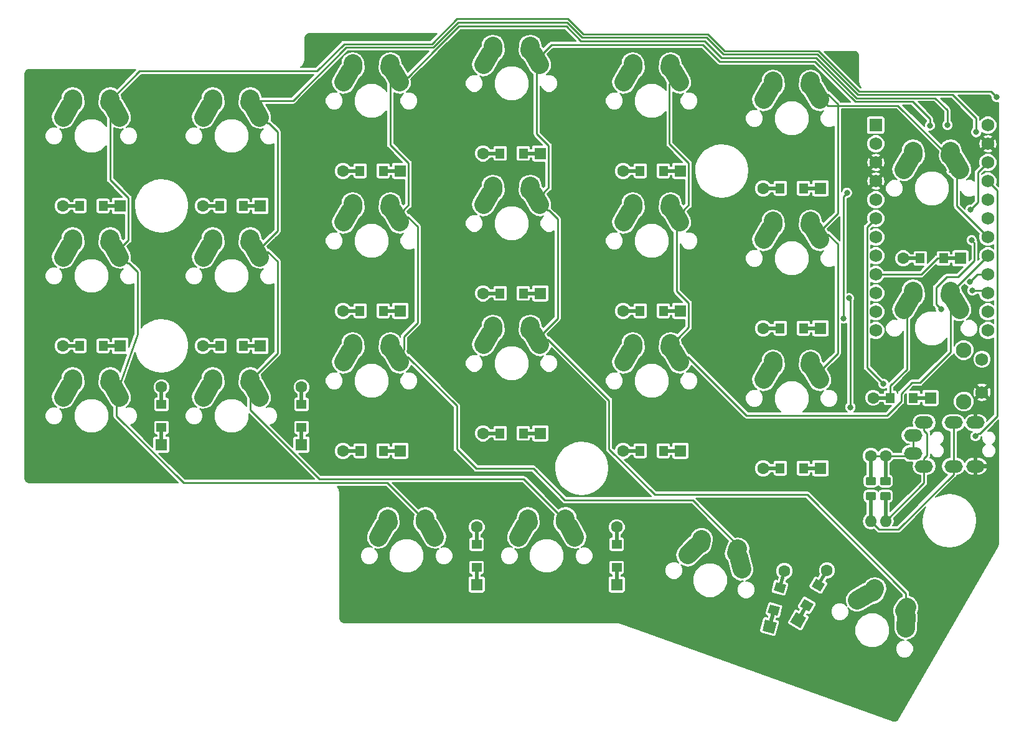
<source format=gbl>
G04 #@! TF.GenerationSoftware,KiCad,Pcbnew,(5.0.2)-1*
G04 #@! TF.CreationDate,2019-10-01T11:10:32-07:00*
G04 #@! TF.ProjectId,alexshatesu,616c6578-7368-4617-9465-73752e6b6963,rev?*
G04 #@! TF.SameCoordinates,Original*
G04 #@! TF.FileFunction,Copper,L2,Bot*
G04 #@! TF.FilePolarity,Positive*
%FSLAX46Y46*%
G04 Gerber Fmt 4.6, Leading zero omitted, Abs format (unit mm)*
G04 Created by KiCad (PCBNEW (5.0.2)-1) date 2019-10-01 11:10:32 AM*
%MOMM*%
%LPD*%
G01*
G04 APERTURE LIST*
G04 #@! TA.AperFunction,ComponentPad*
%ADD10R,1.752600X1.752600*%
G04 #@! TD*
G04 #@! TA.AperFunction,ComponentPad*
%ADD11C,1.752600*%
G04 #@! TD*
G04 #@! TA.AperFunction,ComponentPad*
%ADD12O,2.500000X1.700000*%
G04 #@! TD*
G04 #@! TA.AperFunction,ComponentPad*
%ADD13R,1.600000X1.600000*%
G04 #@! TD*
G04 #@! TA.AperFunction,ComponentPad*
%ADD14C,1.600000*%
G04 #@! TD*
G04 #@! TA.AperFunction,SMDPad,CuDef*
%ADD15R,1.200000X1.400000*%
G04 #@! TD*
G04 #@! TA.AperFunction,Conductor*
%ADD16R,2.500000X0.500000*%
G04 #@! TD*
G04 #@! TA.AperFunction,Conductor*
%ADD17R,0.500000X2.500000*%
G04 #@! TD*
G04 #@! TA.AperFunction,SMDPad,CuDef*
%ADD18R,1.400000X1.200000*%
G04 #@! TD*
G04 #@! TA.AperFunction,Conductor*
%ADD19C,0.500000*%
G04 #@! TD*
G04 #@! TA.AperFunction,Conductor*
%ADD20C,0.100000*%
G04 #@! TD*
G04 #@! TA.AperFunction,SMDPad,CuDef*
%ADD21C,1.200000*%
G04 #@! TD*
G04 #@! TA.AperFunction,ComponentPad*
%ADD22C,2.500000*%
G04 #@! TD*
G04 #@! TA.AperFunction,Conductor*
%ADD23C,2.500000*%
G04 #@! TD*
G04 #@! TA.AperFunction,SMDPad,CuDef*
%ADD24C,1.150000*%
G04 #@! TD*
G04 #@! TA.AperFunction,ComponentPad*
%ADD25O,1.600000X1.600000*%
G04 #@! TD*
G04 #@! TA.AperFunction,Conductor*
%ADD26R,0.500000X3.000000*%
G04 #@! TD*
G04 #@! TA.AperFunction,ComponentPad*
%ADD27C,2.100000*%
G04 #@! TD*
G04 #@! TA.AperFunction,ComponentPad*
%ADD28C,1.750000*%
G04 #@! TD*
G04 #@! TA.AperFunction,ViaPad*
%ADD29C,0.800000*%
G04 #@! TD*
G04 #@! TA.AperFunction,Conductor*
%ADD30C,0.250000*%
G04 #@! TD*
G04 #@! TA.AperFunction,Conductor*
%ADD31C,0.150000*%
G04 #@! TD*
G04 APERTURE END LIST*
D10*
G04 #@! TO.P,U1,1*
G04 #@! TO.N,N/C*
X106680000Y1470000D03*
D11*
G04 #@! TO.P,U1,2*
X106680000Y-1070000D03*
G04 #@! TO.P,U1,3*
G04 #@! TO.N,GND*
X106680000Y-3610000D03*
G04 #@! TO.P,U1,4*
X106680000Y-6150000D03*
G04 #@! TO.P,U1,5*
G04 #@! TO.N,/SCL*
X106680000Y-8690000D03*
G04 #@! TO.P,U1,6*
G04 #@! TO.N,/SDA*
X106680000Y-11230000D03*
G04 #@! TO.P,U1,7*
G04 #@! TO.N,N/C*
X106680000Y-13770000D03*
G04 #@! TO.P,U1,8*
X106680000Y-16310000D03*
G04 #@! TO.P,U1,9*
G04 #@! TO.N,/row3*
X106680000Y-18850000D03*
G04 #@! TO.P,U1,10*
G04 #@! TO.N,/row2*
X106680000Y-21390000D03*
G04 #@! TO.P,U1,11*
G04 #@! TO.N,/row1*
X106680000Y-23930000D03*
G04 #@! TO.P,U1,12*
G04 #@! TO.N,/row0*
X106680000Y-26470000D03*
G04 #@! TO.P,U1,13*
G04 #@! TO.N,/col0*
X121920000Y-26470000D03*
G04 #@! TO.P,U1,14*
G04 #@! TO.N,/col1*
X121920000Y-23930000D03*
G04 #@! TO.P,U1,15*
G04 #@! TO.N,/col2*
X121920000Y-21390000D03*
G04 #@! TO.P,U1,16*
G04 #@! TO.N,/col3*
X121920000Y-18850000D03*
G04 #@! TO.P,U1,17*
G04 #@! TO.N,/col4*
X121920000Y-16310000D03*
G04 #@! TO.P,U1,18*
G04 #@! TO.N,/col5*
X121920000Y-13770000D03*
G04 #@! TO.P,U1,19*
G04 #@! TO.N,N/C*
X121920000Y-11230000D03*
G04 #@! TO.P,U1,20*
X121920000Y-8690000D03*
G04 #@! TO.P,U1,21*
G04 #@! TO.N,VCC*
X121920000Y-6150000D03*
G04 #@! TO.P,U1,22*
G04 #@! TO.N,Net-(SW1-Pad1)*
X121920000Y-3610000D03*
G04 #@! TO.P,U1,23*
G04 #@! TO.N,GND*
X121920000Y-1070000D03*
G04 #@! TO.P,U1,24*
G04 #@! TO.N,N/C*
X121920000Y1470000D03*
G04 #@! TD*
D12*
G04 #@! TO.P,J1,R1*
G04 #@! TO.N,/SDA*
X113240000Y-39012500D03*
G04 #@! TO.P,J1,T*
G04 #@! TO.N,VCC*
X111740000Y-43212500D03*
G04 #@! TO.P,J1,S*
G04 #@! TO.N,GND*
X120240000Y-39012500D03*
G04 #@! TO.P,J1,R2*
G04 #@! TO.N,/SCL*
X117240000Y-39012500D03*
G04 #@! TO.P,J1,S*
G04 #@! TO.N,GND*
X120240000Y-44962500D03*
G04 #@! TO.P,J1,R2*
G04 #@! TO.N,/SCL*
X117240000Y-44962500D03*
G04 #@! TO.P,J1,R1*
G04 #@! TO.N,/SDA*
X113240000Y-44962500D03*
G04 #@! TO.P,J1,T*
G04 #@! TO.N,VCC*
X111740000Y-40762500D03*
G04 #@! TD*
D13*
G04 #@! TO.P,D00,1*
G04 #@! TO.N,/row0*
X3900000Y-9525000D03*
D14*
G04 #@! TO.P,D00,2*
G04 #@! TO.N,Net-(D00-Pad2)*
X-3900000Y-9525000D03*
D15*
X-1575000Y-9525000D03*
D16*
G04 #@! TD*
G04 #@! TO.N,Net-(D00-Pad2)*
G04 #@! TO.C,D00*
X-2700000Y-9525000D03*
D15*
G04 #@! TO.P,D00,1*
G04 #@! TO.N,/row0*
X1575000Y-9525000D03*
D16*
G04 #@! TD*
G04 #@! TO.N,/row0*
G04 #@! TO.C,D00*
X2700000Y-9525000D03*
G04 #@! TO.N,/row0*
G04 #@! TO.C,D01*
X21750000Y-9525000D03*
D15*
G04 #@! TD*
G04 #@! TO.P,D01,1*
G04 #@! TO.N,/row0*
X20625000Y-9525000D03*
D16*
G04 #@! TO.N,Net-(D01-Pad2)*
G04 #@! TO.C,D01*
X16350000Y-9525000D03*
D15*
G04 #@! TD*
G04 #@! TO.P,D01,2*
G04 #@! TO.N,Net-(D01-Pad2)*
X17475000Y-9525000D03*
D14*
G04 #@! TO.P,D01,2*
G04 #@! TO.N,Net-(D01-Pad2)*
X15150000Y-9525000D03*
D13*
G04 #@! TO.P,D01,1*
G04 #@! TO.N,/row0*
X22950000Y-9525000D03*
G04 #@! TD*
G04 #@! TO.P,D02,1*
G04 #@! TO.N,/row0*
X42000000Y-4762500D03*
D14*
G04 #@! TO.P,D02,2*
G04 #@! TO.N,Net-(D02-Pad2)*
X34200000Y-4762500D03*
D15*
X36525000Y-4762500D03*
D16*
G04 #@! TD*
G04 #@! TO.N,Net-(D02-Pad2)*
G04 #@! TO.C,D02*
X35400000Y-4762500D03*
D15*
G04 #@! TO.P,D02,1*
G04 #@! TO.N,/row0*
X39675000Y-4762500D03*
D16*
G04 #@! TD*
G04 #@! TO.N,/row0*
G04 #@! TO.C,D02*
X40800000Y-4762500D03*
G04 #@! TO.N,/row0*
G04 #@! TO.C,D03*
X59850000Y-2381250D03*
D15*
G04 #@! TD*
G04 #@! TO.P,D03,1*
G04 #@! TO.N,/row0*
X58725000Y-2381250D03*
D16*
G04 #@! TO.N,Net-(D03-Pad2)*
G04 #@! TO.C,D03*
X54450000Y-2381250D03*
D15*
G04 #@! TD*
G04 #@! TO.P,D03,2*
G04 #@! TO.N,Net-(D03-Pad2)*
X55575000Y-2381250D03*
D14*
G04 #@! TO.P,D03,2*
G04 #@! TO.N,Net-(D03-Pad2)*
X53250000Y-2381250D03*
D13*
G04 #@! TO.P,D03,1*
G04 #@! TO.N,/row0*
X61050000Y-2381250D03*
G04 #@! TD*
G04 #@! TO.P,D04,1*
G04 #@! TO.N,/row0*
X80100000Y-4762500D03*
D14*
G04 #@! TO.P,D04,2*
G04 #@! TO.N,Net-(D04-Pad2)*
X72300000Y-4762500D03*
D15*
X74625000Y-4762500D03*
D16*
G04 #@! TD*
G04 #@! TO.N,Net-(D04-Pad2)*
G04 #@! TO.C,D04*
X73500000Y-4762500D03*
D15*
G04 #@! TO.P,D04,1*
G04 #@! TO.N,/row0*
X77775000Y-4762500D03*
D16*
G04 #@! TD*
G04 #@! TO.N,/row0*
G04 #@! TO.C,D04*
X78900000Y-4762500D03*
G04 #@! TO.N,/row0*
G04 #@! TO.C,D05*
X97950000Y-7143750D03*
D15*
G04 #@! TD*
G04 #@! TO.P,D05,1*
G04 #@! TO.N,/row0*
X96825000Y-7143750D03*
D16*
G04 #@! TO.N,Net-(D05-Pad2)*
G04 #@! TO.C,D05*
X92550000Y-7143750D03*
D15*
G04 #@! TD*
G04 #@! TO.P,D05,2*
G04 #@! TO.N,Net-(D05-Pad2)*
X93675000Y-7143750D03*
D14*
G04 #@! TO.P,D05,2*
G04 #@! TO.N,Net-(D05-Pad2)*
X91350000Y-7143750D03*
D13*
G04 #@! TO.P,D05,1*
G04 #@! TO.N,/row0*
X99150000Y-7143750D03*
G04 #@! TD*
D16*
G04 #@! TO.N,/row1*
G04 #@! TO.C,D10*
X2700000Y-28575000D03*
D15*
G04 #@! TD*
G04 #@! TO.P,D10,1*
G04 #@! TO.N,/row1*
X1575000Y-28575000D03*
D16*
G04 #@! TO.N,Net-(D10-Pad2)*
G04 #@! TO.C,D10*
X-2700000Y-28575000D03*
D15*
G04 #@! TD*
G04 #@! TO.P,D10,2*
G04 #@! TO.N,Net-(D10-Pad2)*
X-1575000Y-28575000D03*
D14*
G04 #@! TO.P,D10,2*
G04 #@! TO.N,Net-(D10-Pad2)*
X-3900000Y-28575000D03*
D13*
G04 #@! TO.P,D10,1*
G04 #@! TO.N,/row1*
X3900000Y-28575000D03*
G04 #@! TD*
G04 #@! TO.P,D11,1*
G04 #@! TO.N,/row1*
X22950000Y-28575000D03*
D14*
G04 #@! TO.P,D11,2*
G04 #@! TO.N,Net-(D11-Pad2)*
X15150000Y-28575000D03*
D15*
X17475000Y-28575000D03*
D16*
G04 #@! TD*
G04 #@! TO.N,Net-(D11-Pad2)*
G04 #@! TO.C,D11*
X16350000Y-28575000D03*
D15*
G04 #@! TO.P,D11,1*
G04 #@! TO.N,/row1*
X20625000Y-28575000D03*
D16*
G04 #@! TD*
G04 #@! TO.N,/row1*
G04 #@! TO.C,D11*
X21750000Y-28575000D03*
G04 #@! TO.N,/row1*
G04 #@! TO.C,D12*
X40800000Y-23812500D03*
D15*
G04 #@! TD*
G04 #@! TO.P,D12,1*
G04 #@! TO.N,/row1*
X39675000Y-23812500D03*
D16*
G04 #@! TO.N,Net-(D12-Pad2)*
G04 #@! TO.C,D12*
X35400000Y-23812500D03*
D15*
G04 #@! TD*
G04 #@! TO.P,D12,2*
G04 #@! TO.N,Net-(D12-Pad2)*
X36525000Y-23812500D03*
D14*
G04 #@! TO.P,D12,2*
G04 #@! TO.N,Net-(D12-Pad2)*
X34200000Y-23812500D03*
D13*
G04 #@! TO.P,D12,1*
G04 #@! TO.N,/row1*
X42000000Y-23812500D03*
G04 #@! TD*
G04 #@! TO.P,D13,1*
G04 #@! TO.N,/row1*
X61050000Y-21431250D03*
D14*
G04 #@! TO.P,D13,2*
G04 #@! TO.N,Net-(D13-Pad2)*
X53250000Y-21431250D03*
D15*
X55575000Y-21431250D03*
D16*
G04 #@! TD*
G04 #@! TO.N,Net-(D13-Pad2)*
G04 #@! TO.C,D13*
X54450000Y-21431250D03*
D15*
G04 #@! TO.P,D13,1*
G04 #@! TO.N,/row1*
X58725000Y-21431250D03*
D16*
G04 #@! TD*
G04 #@! TO.N,/row1*
G04 #@! TO.C,D13*
X59850000Y-21431250D03*
G04 #@! TO.N,/row1*
G04 #@! TO.C,D14*
X78900000Y-23812500D03*
D15*
G04 #@! TD*
G04 #@! TO.P,D14,1*
G04 #@! TO.N,/row1*
X77775000Y-23812500D03*
D16*
G04 #@! TO.N,Net-(D14-Pad2)*
G04 #@! TO.C,D14*
X73500000Y-23812500D03*
D15*
G04 #@! TD*
G04 #@! TO.P,D14,2*
G04 #@! TO.N,Net-(D14-Pad2)*
X74625000Y-23812500D03*
D14*
G04 #@! TO.P,D14,2*
G04 #@! TO.N,Net-(D14-Pad2)*
X72300000Y-23812500D03*
D13*
G04 #@! TO.P,D14,1*
G04 #@! TO.N,/row1*
X80100000Y-23812500D03*
G04 #@! TD*
G04 #@! TO.P,D15,1*
G04 #@! TO.N,/row1*
X99150000Y-26193750D03*
D14*
G04 #@! TO.P,D15,2*
G04 #@! TO.N,Net-(D15-Pad2)*
X91350000Y-26193750D03*
D15*
X93675000Y-26193750D03*
D16*
G04 #@! TD*
G04 #@! TO.N,Net-(D15-Pad2)*
G04 #@! TO.C,D15*
X92550000Y-26193750D03*
D15*
G04 #@! TO.P,D15,1*
G04 #@! TO.N,/row1*
X96825000Y-26193750D03*
D16*
G04 #@! TD*
G04 #@! TO.N,/row1*
G04 #@! TO.C,D15*
X97950000Y-26193750D03*
D17*
G04 #@! TO.N,/row2*
G04 #@! TO.C,D20*
X9525000Y-40800000D03*
D18*
G04 #@! TD*
G04 #@! TO.P,D20,1*
G04 #@! TO.N,/row2*
X9525000Y-39675000D03*
D17*
G04 #@! TO.N,Net-(D20-Pad2)*
G04 #@! TO.C,D20*
X9525000Y-35400000D03*
D18*
G04 #@! TD*
G04 #@! TO.P,D20,2*
G04 #@! TO.N,Net-(D20-Pad2)*
X9525000Y-36525000D03*
D14*
G04 #@! TO.P,D20,2*
G04 #@! TO.N,Net-(D20-Pad2)*
X9525000Y-34200000D03*
D13*
G04 #@! TO.P,D20,1*
G04 #@! TO.N,/row2*
X9525000Y-42000000D03*
G04 #@! TD*
G04 #@! TO.P,D21,1*
G04 #@! TO.N,/row2*
X28575000Y-42000000D03*
D14*
G04 #@! TO.P,D21,2*
G04 #@! TO.N,Net-(D21-Pad2)*
X28575000Y-34200000D03*
D18*
X28575000Y-36525000D03*
D17*
G04 #@! TD*
G04 #@! TO.N,Net-(D21-Pad2)*
G04 #@! TO.C,D21*
X28575000Y-35400000D03*
D18*
G04 #@! TO.P,D21,1*
G04 #@! TO.N,/row2*
X28575000Y-39675000D03*
D17*
G04 #@! TD*
G04 #@! TO.N,/row2*
G04 #@! TO.C,D21*
X28575000Y-40800000D03*
D16*
G04 #@! TO.N,/row2*
G04 #@! TO.C,D22*
X40800000Y-42862500D03*
D15*
G04 #@! TD*
G04 #@! TO.P,D22,1*
G04 #@! TO.N,/row2*
X39675000Y-42862500D03*
D16*
G04 #@! TO.N,Net-(D22-Pad2)*
G04 #@! TO.C,D22*
X35400000Y-42862500D03*
D15*
G04 #@! TD*
G04 #@! TO.P,D22,2*
G04 #@! TO.N,Net-(D22-Pad2)*
X36525000Y-42862500D03*
D14*
G04 #@! TO.P,D22,2*
G04 #@! TO.N,Net-(D22-Pad2)*
X34200000Y-42862500D03*
D13*
G04 #@! TO.P,D22,1*
G04 #@! TO.N,/row2*
X42000000Y-42862500D03*
G04 #@! TD*
G04 #@! TO.P,D23,1*
G04 #@! TO.N,/row2*
X61050000Y-40481250D03*
D14*
G04 #@! TO.P,D23,2*
G04 #@! TO.N,Net-(D23-Pad2)*
X53250000Y-40481250D03*
D15*
X55575000Y-40481250D03*
D16*
G04 #@! TD*
G04 #@! TO.N,Net-(D23-Pad2)*
G04 #@! TO.C,D23*
X54450000Y-40481250D03*
D15*
G04 #@! TO.P,D23,1*
G04 #@! TO.N,/row2*
X58725000Y-40481250D03*
D16*
G04 #@! TD*
G04 #@! TO.N,/row2*
G04 #@! TO.C,D23*
X59850000Y-40481250D03*
G04 #@! TO.N,/row2*
G04 #@! TO.C,D24*
X78900000Y-42862500D03*
D15*
G04 #@! TD*
G04 #@! TO.P,D24,1*
G04 #@! TO.N,/row2*
X77775000Y-42862500D03*
D16*
G04 #@! TO.N,Net-(D24-Pad2)*
G04 #@! TO.C,D24*
X73500000Y-42862500D03*
D15*
G04 #@! TD*
G04 #@! TO.P,D24,2*
G04 #@! TO.N,Net-(D24-Pad2)*
X74625000Y-42862500D03*
D14*
G04 #@! TO.P,D24,2*
G04 #@! TO.N,Net-(D24-Pad2)*
X72300000Y-42862500D03*
D13*
G04 #@! TO.P,D24,1*
G04 #@! TO.N,/row2*
X80100000Y-42862500D03*
G04 #@! TD*
G04 #@! TO.P,D25,1*
G04 #@! TO.N,/row2*
X99150000Y-45243750D03*
D14*
G04 #@! TO.P,D25,2*
G04 #@! TO.N,Net-(D25-Pad2)*
X91350000Y-45243750D03*
D15*
X93675000Y-45243750D03*
D16*
G04 #@! TD*
G04 #@! TO.N,Net-(D25-Pad2)*
G04 #@! TO.C,D25*
X92550000Y-45243750D03*
D15*
G04 #@! TO.P,D25,1*
G04 #@! TO.N,/row2*
X96825000Y-45243750D03*
D16*
G04 #@! TD*
G04 #@! TO.N,/row2*
G04 #@! TO.C,D25*
X97950000Y-45243750D03*
D17*
G04 #@! TO.N,/row3*
G04 #@! TO.C,D30*
X52387500Y-59850000D03*
D18*
G04 #@! TD*
G04 #@! TO.P,D30,1*
G04 #@! TO.N,/row3*
X52387500Y-58725000D03*
D17*
G04 #@! TO.N,Net-(D30-Pad2)*
G04 #@! TO.C,D30*
X52387500Y-54450000D03*
D18*
G04 #@! TD*
G04 #@! TO.P,D30,2*
G04 #@! TO.N,Net-(D30-Pad2)*
X52387500Y-55575000D03*
D14*
G04 #@! TO.P,D30,2*
G04 #@! TO.N,Net-(D30-Pad2)*
X52387500Y-53250000D03*
D13*
G04 #@! TO.P,D30,1*
G04 #@! TO.N,/row3*
X52387500Y-61050000D03*
G04 #@! TD*
G04 #@! TO.P,D31,1*
G04 #@! TO.N,/row3*
X71437500Y-61050000D03*
D14*
G04 #@! TO.P,D31,2*
G04 #@! TO.N,Net-(D31-Pad2)*
X71437500Y-53250000D03*
D18*
X71437500Y-55575000D03*
D17*
G04 #@! TD*
G04 #@! TO.N,Net-(D31-Pad2)*
G04 #@! TO.C,D31*
X71437500Y-54450000D03*
D18*
G04 #@! TO.P,D31,1*
G04 #@! TO.N,/row3*
X71437500Y-58725000D03*
D17*
G04 #@! TD*
G04 #@! TO.N,/row3*
G04 #@! TO.C,D31*
X71437500Y-59850000D03*
D19*
G04 #@! TO.N,/row3*
G04 #@! TO.C,D32*
X92531189Y-65618000D03*
D20*
G36*
X92449147Y-66890112D02*
X91966184Y-66760703D01*
X92613231Y-64345888D01*
X93096194Y-64475297D01*
X92449147Y-66890112D01*
X92449147Y-66890112D01*
G37*
D21*
G04 #@! TD*
G04 #@! TO.P,D32,1*
G04 #@! TO.N,/row3*
X92822360Y-64531333D03*
D20*
G04 #@! TO.N,/row3*
G04 #@! TO.C,D32*
G36*
X93343217Y-65292062D02*
X91990920Y-64929715D01*
X92301503Y-63770604D01*
X93653800Y-64132951D01*
X93343217Y-65292062D01*
X93343217Y-65292062D01*
G37*
D19*
G04 #@! TO.N,Net-(D32-Pad2)*
X93928811Y-60402000D03*
D20*
G36*
X93846769Y-61674112D02*
X93363806Y-61544703D01*
X94010853Y-59129888D01*
X94493816Y-59259297D01*
X93846769Y-61674112D01*
X93846769Y-61674112D01*
G37*
D21*
G04 #@! TD*
G04 #@! TO.P,D32,2*
G04 #@! TO.N,Net-(D32-Pad2)*
X93637640Y-61488667D03*
D20*
G04 #@! TO.N,Net-(D32-Pad2)*
G04 #@! TO.C,D32*
G36*
X94158497Y-62249396D02*
X92806200Y-61887049D01*
X93116783Y-60727938D01*
X94469080Y-61090285D01*
X94158497Y-62249396D01*
X94158497Y-62249396D01*
G37*
D14*
G04 #@! TD*
G04 #@! TO.P,D32,2*
G04 #@! TO.N,Net-(D32-Pad2)*
X94239394Y-59242889D03*
G04 #@! TO.P,D32,1*
G04 #@! TO.N,/row3*
X92220606Y-66777111D03*
D20*
G04 #@! TD*
G04 #@! TO.N,/row3*
G04 #@! TO.C,D32*
G36*
X92786291Y-67756907D02*
X91240810Y-67342796D01*
X91654921Y-65797315D01*
X93200402Y-66211426D01*
X92786291Y-67756907D01*
X92786291Y-67756907D01*
G37*
D14*
G04 #@! TO.P,D33,1*
G04 #@! TO.N,/row3*
X96130000Y-65887499D03*
D20*
G04 #@! TD*
G04 #@! TO.N,/row3*
G04 #@! TO.C,D33*
G36*
X96422820Y-66980319D02*
X95037180Y-66180319D01*
X95837180Y-64794679D01*
X97222820Y-65594679D01*
X96422820Y-66980319D01*
X96422820Y-66980319D01*
G37*
D14*
G04 #@! TO.P,D33,2*
G04 #@! TO.N,Net-(D33-Pad2)*
X100030000Y-59132501D03*
D21*
X98867500Y-61146010D03*
D20*
G04 #@! TD*
G04 #@! TO.N,Net-(D33-Pad2)*
G04 #@! TO.C,D33*
G36*
X99173718Y-62015625D02*
X97961282Y-61315625D01*
X98561282Y-60276395D01*
X99773718Y-60976395D01*
X99173718Y-62015625D01*
X99173718Y-62015625D01*
G37*
D19*
G04 #@! TO.N,Net-(D33-Pad2)*
G04 #@! TO.C,D33*
X99430000Y-60171731D03*
D20*
G36*
X99021506Y-61379263D02*
X98588494Y-61129263D01*
X99838494Y-58964199D01*
X100271506Y-59214199D01*
X99021506Y-61379263D01*
X99021506Y-61379263D01*
G37*
D21*
G04 #@! TD*
G04 #@! TO.P,D33,1*
G04 #@! TO.N,/row3*
X97292500Y-63873990D03*
D20*
G04 #@! TO.N,/row3*
G04 #@! TO.C,D33*
G36*
X97598718Y-64743605D02*
X96386282Y-64043605D01*
X96986282Y-63004375D01*
X98198718Y-63704375D01*
X97598718Y-64743605D01*
X97598718Y-64743605D01*
G37*
D19*
X96730000Y-64848269D03*
D20*
G36*
X96321506Y-66055801D02*
X95888494Y-65805801D01*
X97138494Y-63640737D01*
X97571506Y-63890737D01*
X96321506Y-66055801D01*
X96321506Y-66055801D01*
G37*
G04 #@! TD*
D16*
G04 #@! TO.N,/row3*
G04 #@! TO.C,D34*
X112920000Y-35650000D03*
D15*
G04 #@! TD*
G04 #@! TO.P,D34,1*
G04 #@! TO.N,/row3*
X111795000Y-35650000D03*
D16*
G04 #@! TO.N,Net-(D34-Pad2)*
G04 #@! TO.C,D34*
X107520000Y-35650000D03*
D15*
G04 #@! TD*
G04 #@! TO.P,D34,2*
G04 #@! TO.N,Net-(D34-Pad2)*
X108645000Y-35650000D03*
D14*
G04 #@! TO.P,D34,2*
G04 #@! TO.N,Net-(D34-Pad2)*
X106320000Y-35650000D03*
D13*
G04 #@! TO.P,D34,1*
G04 #@! TO.N,/row3*
X114120000Y-35650000D03*
G04 #@! TD*
G04 #@! TO.P,D35,1*
G04 #@! TO.N,/row3*
X118200000Y-16668750D03*
D14*
G04 #@! TO.P,D35,2*
G04 #@! TO.N,Net-(D35-Pad2)*
X110400000Y-16668750D03*
D15*
X112725000Y-16668750D03*
D16*
G04 #@! TD*
G04 #@! TO.N,Net-(D35-Pad2)*
G04 #@! TO.C,D35*
X111600000Y-16668750D03*
D15*
G04 #@! TO.P,D35,1*
G04 #@! TO.N,/row3*
X115875000Y-16668750D03*
D16*
G04 #@! TD*
G04 #@! TO.N,/row3*
G04 #@! TO.C,D35*
X117000000Y-16668750D03*
D22*
G04 #@! TO.P,K00,2*
G04 #@! TO.N,/col0*
X2520000Y4790000D03*
D23*
G04 #@! TD*
G04 #@! TO.N,/col0*
G04 #@! TO.C,K00*
X2539724Y5079328D02*
X2500276Y4500672D01*
D22*
G04 #@! TO.P,K00,1*
G04 #@! TO.N,Net-(D00-Pad2)*
X-3405000Y3270000D03*
D23*
G04 #@! TD*
G04 #@! TO.N,Net-(D00-Pad2)*
G04 #@! TO.C,K00*
X-2999547Y3999954D02*
X-3810453Y2540046D01*
D22*
G04 #@! TO.P,K00,2*
G04 #@! TO.N,/col0*
X3405000Y3270000D03*
D23*
G04 #@! TD*
G04 #@! TO.N,/col0*
G04 #@! TO.C,K00*
X2999547Y3999954D02*
X3810453Y2540046D01*
D22*
G04 #@! TO.P,K00,1*
G04 #@! TO.N,Net-(D00-Pad2)*
X-2520000Y4790000D03*
D23*
G04 #@! TD*
G04 #@! TO.N,Net-(D00-Pad2)*
G04 #@! TO.C,K00*
X-2539724Y5079328D02*
X-2500276Y4500672D01*
D22*
G04 #@! TO.P,K01,2*
G04 #@! TO.N,/col1*
X21570000Y4790000D03*
D23*
G04 #@! TD*
G04 #@! TO.N,/col1*
G04 #@! TO.C,K01*
X21589724Y5079328D02*
X21550276Y4500672D01*
D22*
G04 #@! TO.P,K01,1*
G04 #@! TO.N,Net-(D01-Pad2)*
X15645000Y3270000D03*
D23*
G04 #@! TD*
G04 #@! TO.N,Net-(D01-Pad2)*
G04 #@! TO.C,K01*
X16050453Y3999954D02*
X15239547Y2540046D01*
D22*
G04 #@! TO.P,K01,2*
G04 #@! TO.N,/col1*
X22455000Y3270000D03*
D23*
G04 #@! TD*
G04 #@! TO.N,/col1*
G04 #@! TO.C,K01*
X22049547Y3999954D02*
X22860453Y2540046D01*
D22*
G04 #@! TO.P,K01,1*
G04 #@! TO.N,Net-(D01-Pad2)*
X16530000Y4790000D03*
D23*
G04 #@! TD*
G04 #@! TO.N,Net-(D01-Pad2)*
G04 #@! TO.C,K01*
X16510276Y5079328D02*
X16549724Y4500672D01*
D22*
G04 #@! TO.P,K02,1*
G04 #@! TO.N,Net-(D02-Pad2)*
X35580000Y9552500D03*
D23*
G04 #@! TD*
G04 #@! TO.N,Net-(D02-Pad2)*
G04 #@! TO.C,K02*
X35560276Y9841828D02*
X35599724Y9263172D01*
D22*
G04 #@! TO.P,K02,2*
G04 #@! TO.N,/col2*
X41505000Y8032500D03*
D23*
G04 #@! TD*
G04 #@! TO.N,/col2*
G04 #@! TO.C,K02*
X41099547Y8762454D02*
X41910453Y7302546D01*
D22*
G04 #@! TO.P,K02,1*
G04 #@! TO.N,Net-(D02-Pad2)*
X34695000Y8032500D03*
D23*
G04 #@! TD*
G04 #@! TO.N,Net-(D02-Pad2)*
G04 #@! TO.C,K02*
X35100453Y8762454D02*
X34289547Y7302546D01*
D22*
G04 #@! TO.P,K02,2*
G04 #@! TO.N,/col2*
X40620000Y9552500D03*
D23*
G04 #@! TD*
G04 #@! TO.N,/col2*
G04 #@! TO.C,K02*
X40639724Y9841828D02*
X40600276Y9263172D01*
D22*
G04 #@! TO.P,K03,2*
G04 #@! TO.N,/col3*
X59670000Y11933750D03*
D23*
G04 #@! TD*
G04 #@! TO.N,/col3*
G04 #@! TO.C,K03*
X59689724Y12223078D02*
X59650276Y11644422D01*
D22*
G04 #@! TO.P,K03,1*
G04 #@! TO.N,Net-(D03-Pad2)*
X53745000Y10413750D03*
D23*
G04 #@! TD*
G04 #@! TO.N,Net-(D03-Pad2)*
G04 #@! TO.C,K03*
X54150453Y11143704D02*
X53339547Y9683796D01*
D22*
G04 #@! TO.P,K03,2*
G04 #@! TO.N,/col3*
X60555000Y10413750D03*
D23*
G04 #@! TD*
G04 #@! TO.N,/col3*
G04 #@! TO.C,K03*
X60149547Y11143704D02*
X60960453Y9683796D01*
D22*
G04 #@! TO.P,K03,1*
G04 #@! TO.N,Net-(D03-Pad2)*
X54630000Y11933750D03*
D23*
G04 #@! TD*
G04 #@! TO.N,Net-(D03-Pad2)*
G04 #@! TO.C,K03*
X54610276Y12223078D02*
X54649724Y11644422D01*
D22*
G04 #@! TO.P,K04,2*
G04 #@! TO.N,/col4*
X78720000Y9552500D03*
D23*
G04 #@! TD*
G04 #@! TO.N,/col4*
G04 #@! TO.C,K04*
X78739724Y9841828D02*
X78700276Y9263172D01*
D22*
G04 #@! TO.P,K04,1*
G04 #@! TO.N,Net-(D04-Pad2)*
X72795000Y8032500D03*
D23*
G04 #@! TD*
G04 #@! TO.N,Net-(D04-Pad2)*
G04 #@! TO.C,K04*
X73200453Y8762454D02*
X72389547Y7302546D01*
D22*
G04 #@! TO.P,K04,2*
G04 #@! TO.N,/col4*
X79605000Y8032500D03*
D23*
G04 #@! TD*
G04 #@! TO.N,/col4*
G04 #@! TO.C,K04*
X79199547Y8762454D02*
X80010453Y7302546D01*
D22*
G04 #@! TO.P,K04,1*
G04 #@! TO.N,Net-(D04-Pad2)*
X73680000Y9552500D03*
D23*
G04 #@! TD*
G04 #@! TO.N,Net-(D04-Pad2)*
G04 #@! TO.C,K04*
X73660276Y9841828D02*
X73699724Y9263172D01*
D22*
G04 #@! TO.P,K05,1*
G04 #@! TO.N,Net-(D05-Pad2)*
X92730000Y7171250D03*
D23*
G04 #@! TD*
G04 #@! TO.N,Net-(D05-Pad2)*
G04 #@! TO.C,K05*
X92710276Y7460578D02*
X92749724Y6881922D01*
D22*
G04 #@! TO.P,K05,2*
G04 #@! TO.N,/col5*
X98655000Y5651250D03*
D23*
G04 #@! TD*
G04 #@! TO.N,/col5*
G04 #@! TO.C,K05*
X98249547Y6381204D02*
X99060453Y4921296D01*
D22*
G04 #@! TO.P,K05,1*
G04 #@! TO.N,Net-(D05-Pad2)*
X91845000Y5651250D03*
D23*
G04 #@! TD*
G04 #@! TO.N,Net-(D05-Pad2)*
G04 #@! TO.C,K05*
X92250453Y6381204D02*
X91439547Y4921296D01*
D22*
G04 #@! TO.P,K05,2*
G04 #@! TO.N,/col5*
X97770000Y7171250D03*
D23*
G04 #@! TD*
G04 #@! TO.N,/col5*
G04 #@! TO.C,K05*
X97789724Y7460578D02*
X97750276Y6881922D01*
D22*
G04 #@! TO.P,K10,2*
G04 #@! TO.N,/col0*
X2520000Y-14260000D03*
D23*
G04 #@! TD*
G04 #@! TO.N,/col0*
G04 #@! TO.C,K10*
X2539724Y-13970672D02*
X2500276Y-14549328D01*
D22*
G04 #@! TO.P,K10,1*
G04 #@! TO.N,Net-(D10-Pad2)*
X-3405000Y-15780000D03*
D23*
G04 #@! TD*
G04 #@! TO.N,Net-(D10-Pad2)*
G04 #@! TO.C,K10*
X-2999547Y-15050046D02*
X-3810453Y-16509954D01*
D22*
G04 #@! TO.P,K10,2*
G04 #@! TO.N,/col0*
X3405000Y-15780000D03*
D23*
G04 #@! TD*
G04 #@! TO.N,/col0*
G04 #@! TO.C,K10*
X2999547Y-15050046D02*
X3810453Y-16509954D01*
D22*
G04 #@! TO.P,K10,1*
G04 #@! TO.N,Net-(D10-Pad2)*
X-2520000Y-14260000D03*
D23*
G04 #@! TD*
G04 #@! TO.N,Net-(D10-Pad2)*
G04 #@! TO.C,K10*
X-2539724Y-13970672D02*
X-2500276Y-14549328D01*
D22*
G04 #@! TO.P,K11,1*
G04 #@! TO.N,Net-(D11-Pad2)*
X16530000Y-14260000D03*
D23*
G04 #@! TD*
G04 #@! TO.N,Net-(D11-Pad2)*
G04 #@! TO.C,K11*
X16510276Y-13970672D02*
X16549724Y-14549328D01*
D22*
G04 #@! TO.P,K11,2*
G04 #@! TO.N,/col1*
X22455000Y-15780000D03*
D23*
G04 #@! TD*
G04 #@! TO.N,/col1*
G04 #@! TO.C,K11*
X22049547Y-15050046D02*
X22860453Y-16509954D01*
D22*
G04 #@! TO.P,K11,1*
G04 #@! TO.N,Net-(D11-Pad2)*
X15645000Y-15780000D03*
D23*
G04 #@! TD*
G04 #@! TO.N,Net-(D11-Pad2)*
G04 #@! TO.C,K11*
X16050453Y-15050046D02*
X15239547Y-16509954D01*
D22*
G04 #@! TO.P,K11,2*
G04 #@! TO.N,/col1*
X21570000Y-14260000D03*
D23*
G04 #@! TD*
G04 #@! TO.N,/col1*
G04 #@! TO.C,K11*
X21589724Y-13970672D02*
X21550276Y-14549328D01*
D22*
G04 #@! TO.P,K12,1*
G04 #@! TO.N,Net-(D12-Pad2)*
X35580000Y-9497500D03*
D23*
G04 #@! TD*
G04 #@! TO.N,Net-(D12-Pad2)*
G04 #@! TO.C,K12*
X35560276Y-9208172D02*
X35599724Y-9786828D01*
D22*
G04 #@! TO.P,K12,2*
G04 #@! TO.N,/col2*
X41505000Y-11017500D03*
D23*
G04 #@! TD*
G04 #@! TO.N,/col2*
G04 #@! TO.C,K12*
X41099547Y-10287546D02*
X41910453Y-11747454D01*
D22*
G04 #@! TO.P,K12,1*
G04 #@! TO.N,Net-(D12-Pad2)*
X34695000Y-11017500D03*
D23*
G04 #@! TD*
G04 #@! TO.N,Net-(D12-Pad2)*
G04 #@! TO.C,K12*
X35100453Y-10287546D02*
X34289547Y-11747454D01*
D22*
G04 #@! TO.P,K12,2*
G04 #@! TO.N,/col2*
X40620000Y-9497500D03*
D23*
G04 #@! TD*
G04 #@! TO.N,/col2*
G04 #@! TO.C,K12*
X40639724Y-9208172D02*
X40600276Y-9786828D01*
D22*
G04 #@! TO.P,K13,1*
G04 #@! TO.N,Net-(D13-Pad2)*
X54630000Y-7116250D03*
D23*
G04 #@! TD*
G04 #@! TO.N,Net-(D13-Pad2)*
G04 #@! TO.C,K13*
X54610276Y-6826922D02*
X54649724Y-7405578D01*
D22*
G04 #@! TO.P,K13,2*
G04 #@! TO.N,/col3*
X60555000Y-8636250D03*
D23*
G04 #@! TD*
G04 #@! TO.N,/col3*
G04 #@! TO.C,K13*
X60149547Y-7906296D02*
X60960453Y-9366204D01*
D22*
G04 #@! TO.P,K13,1*
G04 #@! TO.N,Net-(D13-Pad2)*
X53745000Y-8636250D03*
D23*
G04 #@! TD*
G04 #@! TO.N,Net-(D13-Pad2)*
G04 #@! TO.C,K13*
X54150453Y-7906296D02*
X53339547Y-9366204D01*
D22*
G04 #@! TO.P,K13,2*
G04 #@! TO.N,/col3*
X59670000Y-7116250D03*
D23*
G04 #@! TD*
G04 #@! TO.N,/col3*
G04 #@! TO.C,K13*
X59689724Y-6826922D02*
X59650276Y-7405578D01*
D22*
G04 #@! TO.P,K14,2*
G04 #@! TO.N,/col4*
X78720000Y-9497500D03*
D23*
G04 #@! TD*
G04 #@! TO.N,/col4*
G04 #@! TO.C,K14*
X78739724Y-9208172D02*
X78700276Y-9786828D01*
D22*
G04 #@! TO.P,K14,1*
G04 #@! TO.N,Net-(D14-Pad2)*
X72795000Y-11017500D03*
D23*
G04 #@! TD*
G04 #@! TO.N,Net-(D14-Pad2)*
G04 #@! TO.C,K14*
X73200453Y-10287546D02*
X72389547Y-11747454D01*
D22*
G04 #@! TO.P,K14,2*
G04 #@! TO.N,/col4*
X79605000Y-11017500D03*
D23*
G04 #@! TD*
G04 #@! TO.N,/col4*
G04 #@! TO.C,K14*
X79199547Y-10287546D02*
X80010453Y-11747454D01*
D22*
G04 #@! TO.P,K14,1*
G04 #@! TO.N,Net-(D14-Pad2)*
X73680000Y-9497500D03*
D23*
G04 #@! TD*
G04 #@! TO.N,Net-(D14-Pad2)*
G04 #@! TO.C,K14*
X73660276Y-9208172D02*
X73699724Y-9786828D01*
D22*
G04 #@! TO.P,K15,1*
G04 #@! TO.N,Net-(D15-Pad2)*
X92730000Y-11878750D03*
D23*
G04 #@! TD*
G04 #@! TO.N,Net-(D15-Pad2)*
G04 #@! TO.C,K15*
X92710276Y-11589422D02*
X92749724Y-12168078D01*
D22*
G04 #@! TO.P,K15,2*
G04 #@! TO.N,/col5*
X98655000Y-13398750D03*
D23*
G04 #@! TD*
G04 #@! TO.N,/col5*
G04 #@! TO.C,K15*
X98249547Y-12668796D02*
X99060453Y-14128704D01*
D22*
G04 #@! TO.P,K15,1*
G04 #@! TO.N,Net-(D15-Pad2)*
X91845000Y-13398750D03*
D23*
G04 #@! TD*
G04 #@! TO.N,Net-(D15-Pad2)*
G04 #@! TO.C,K15*
X92250453Y-12668796D02*
X91439547Y-14128704D01*
D22*
G04 #@! TO.P,K15,2*
G04 #@! TO.N,/col5*
X97770000Y-11878750D03*
D23*
G04 #@! TD*
G04 #@! TO.N,/col5*
G04 #@! TO.C,K15*
X97789724Y-11589422D02*
X97750276Y-12168078D01*
D22*
G04 #@! TO.P,K20,1*
G04 #@! TO.N,Net-(D20-Pad2)*
X-2520000Y-33310000D03*
D23*
G04 #@! TD*
G04 #@! TO.N,Net-(D20-Pad2)*
G04 #@! TO.C,K20*
X-2539724Y-33020672D02*
X-2500276Y-33599328D01*
D22*
G04 #@! TO.P,K20,2*
G04 #@! TO.N,/col0*
X3405000Y-34830000D03*
D23*
G04 #@! TD*
G04 #@! TO.N,/col0*
G04 #@! TO.C,K20*
X2999547Y-34100046D02*
X3810453Y-35559954D01*
D22*
G04 #@! TO.P,K20,1*
G04 #@! TO.N,Net-(D20-Pad2)*
X-3405000Y-34830000D03*
D23*
G04 #@! TD*
G04 #@! TO.N,Net-(D20-Pad2)*
G04 #@! TO.C,K20*
X-2999547Y-34100046D02*
X-3810453Y-35559954D01*
D22*
G04 #@! TO.P,K20,2*
G04 #@! TO.N,/col0*
X2520000Y-33310000D03*
D23*
G04 #@! TD*
G04 #@! TO.N,/col0*
G04 #@! TO.C,K20*
X2539724Y-33020672D02*
X2500276Y-33599328D01*
D22*
G04 #@! TO.P,K21,2*
G04 #@! TO.N,/col1*
X21570000Y-33310000D03*
D23*
G04 #@! TD*
G04 #@! TO.N,/col1*
G04 #@! TO.C,K21*
X21589724Y-33020672D02*
X21550276Y-33599328D01*
D22*
G04 #@! TO.P,K21,1*
G04 #@! TO.N,Net-(D21-Pad2)*
X15645000Y-34830000D03*
D23*
G04 #@! TD*
G04 #@! TO.N,Net-(D21-Pad2)*
G04 #@! TO.C,K21*
X16050453Y-34100046D02*
X15239547Y-35559954D01*
D22*
G04 #@! TO.P,K21,2*
G04 #@! TO.N,/col1*
X22455000Y-34830000D03*
D23*
G04 #@! TD*
G04 #@! TO.N,/col1*
G04 #@! TO.C,K21*
X22049547Y-34100046D02*
X22860453Y-35559954D01*
D22*
G04 #@! TO.P,K21,1*
G04 #@! TO.N,Net-(D21-Pad2)*
X16530000Y-33310000D03*
D23*
G04 #@! TD*
G04 #@! TO.N,Net-(D21-Pad2)*
G04 #@! TO.C,K21*
X16510276Y-33020672D02*
X16549724Y-33599328D01*
D22*
G04 #@! TO.P,K22,2*
G04 #@! TO.N,/col2*
X40620000Y-28547500D03*
D23*
G04 #@! TD*
G04 #@! TO.N,/col2*
G04 #@! TO.C,K22*
X40639724Y-28258172D02*
X40600276Y-28836828D01*
D22*
G04 #@! TO.P,K22,1*
G04 #@! TO.N,Net-(D22-Pad2)*
X34695000Y-30067500D03*
D23*
G04 #@! TD*
G04 #@! TO.N,Net-(D22-Pad2)*
G04 #@! TO.C,K22*
X35100453Y-29337546D02*
X34289547Y-30797454D01*
D22*
G04 #@! TO.P,K22,2*
G04 #@! TO.N,/col2*
X41505000Y-30067500D03*
D23*
G04 #@! TD*
G04 #@! TO.N,/col2*
G04 #@! TO.C,K22*
X41099547Y-29337546D02*
X41910453Y-30797454D01*
D22*
G04 #@! TO.P,K22,1*
G04 #@! TO.N,Net-(D22-Pad2)*
X35580000Y-28547500D03*
D23*
G04 #@! TD*
G04 #@! TO.N,Net-(D22-Pad2)*
G04 #@! TO.C,K22*
X35560276Y-28258172D02*
X35599724Y-28836828D01*
D22*
G04 #@! TO.P,K23,1*
G04 #@! TO.N,Net-(D23-Pad2)*
X54630000Y-26166250D03*
D23*
G04 #@! TD*
G04 #@! TO.N,Net-(D23-Pad2)*
G04 #@! TO.C,K23*
X54610276Y-25876922D02*
X54649724Y-26455578D01*
D22*
G04 #@! TO.P,K23,2*
G04 #@! TO.N,/col3*
X60555000Y-27686250D03*
D23*
G04 #@! TD*
G04 #@! TO.N,/col3*
G04 #@! TO.C,K23*
X60149547Y-26956296D02*
X60960453Y-28416204D01*
D22*
G04 #@! TO.P,K23,1*
G04 #@! TO.N,Net-(D23-Pad2)*
X53745000Y-27686250D03*
D23*
G04 #@! TD*
G04 #@! TO.N,Net-(D23-Pad2)*
G04 #@! TO.C,K23*
X54150453Y-26956296D02*
X53339547Y-28416204D01*
D22*
G04 #@! TO.P,K23,2*
G04 #@! TO.N,/col3*
X59670000Y-26166250D03*
D23*
G04 #@! TD*
G04 #@! TO.N,/col3*
G04 #@! TO.C,K23*
X59689724Y-25876922D02*
X59650276Y-26455578D01*
D22*
G04 #@! TO.P,K24,2*
G04 #@! TO.N,/col4*
X78720000Y-28547500D03*
D23*
G04 #@! TD*
G04 #@! TO.N,/col4*
G04 #@! TO.C,K24*
X78739724Y-28258172D02*
X78700276Y-28836828D01*
D22*
G04 #@! TO.P,K24,1*
G04 #@! TO.N,Net-(D24-Pad2)*
X72795000Y-30067500D03*
D23*
G04 #@! TD*
G04 #@! TO.N,Net-(D24-Pad2)*
G04 #@! TO.C,K24*
X73200453Y-29337546D02*
X72389547Y-30797454D01*
D22*
G04 #@! TO.P,K24,2*
G04 #@! TO.N,/col4*
X79605000Y-30067500D03*
D23*
G04 #@! TD*
G04 #@! TO.N,/col4*
G04 #@! TO.C,K24*
X79199547Y-29337546D02*
X80010453Y-30797454D01*
D22*
G04 #@! TO.P,K24,1*
G04 #@! TO.N,Net-(D24-Pad2)*
X73680000Y-28547500D03*
D23*
G04 #@! TD*
G04 #@! TO.N,Net-(D24-Pad2)*
G04 #@! TO.C,K24*
X73660276Y-28258172D02*
X73699724Y-28836828D01*
D22*
G04 #@! TO.P,K25,1*
G04 #@! TO.N,Net-(D25-Pad2)*
X92730000Y-30928750D03*
D23*
G04 #@! TD*
G04 #@! TO.N,Net-(D25-Pad2)*
G04 #@! TO.C,K25*
X92710276Y-30639422D02*
X92749724Y-31218078D01*
D22*
G04 #@! TO.P,K25,2*
G04 #@! TO.N,/col5*
X98655000Y-32448750D03*
D23*
G04 #@! TD*
G04 #@! TO.N,/col5*
G04 #@! TO.C,K25*
X98249547Y-31718796D02*
X99060453Y-33178704D01*
D22*
G04 #@! TO.P,K25,1*
G04 #@! TO.N,Net-(D25-Pad2)*
X91845000Y-32448750D03*
D23*
G04 #@! TD*
G04 #@! TO.N,Net-(D25-Pad2)*
G04 #@! TO.C,K25*
X92250453Y-31718796D02*
X91439547Y-33178704D01*
D22*
G04 #@! TO.P,K25,2*
G04 #@! TO.N,/col5*
X97770000Y-30928750D03*
D23*
G04 #@! TD*
G04 #@! TO.N,/col5*
G04 #@! TO.C,K25*
X97789724Y-30639422D02*
X97750276Y-31218078D01*
D22*
G04 #@! TO.P,K30,1*
G04 #@! TO.N,Net-(D30-Pad2)*
X40342500Y-52360000D03*
D23*
G04 #@! TD*
G04 #@! TO.N,Net-(D30-Pad2)*
G04 #@! TO.C,K30*
X40322776Y-52070672D02*
X40362224Y-52649328D01*
D22*
G04 #@! TO.P,K30,2*
G04 #@! TO.N,/col0*
X46267500Y-53880000D03*
D23*
G04 #@! TD*
G04 #@! TO.N,/col0*
G04 #@! TO.C,K30*
X45862047Y-53150046D02*
X46672953Y-54609954D01*
D22*
G04 #@! TO.P,K30,1*
G04 #@! TO.N,Net-(D30-Pad2)*
X39457500Y-53880000D03*
D23*
G04 #@! TD*
G04 #@! TO.N,Net-(D30-Pad2)*
G04 #@! TO.C,K30*
X39862953Y-53150046D02*
X39052047Y-54609954D01*
D22*
G04 #@! TO.P,K30,2*
G04 #@! TO.N,/col0*
X45382500Y-52360000D03*
D23*
G04 #@! TD*
G04 #@! TO.N,/col0*
G04 #@! TO.C,K30*
X45402224Y-52070672D02*
X45362776Y-52649328D01*
D22*
G04 #@! TO.P,K31,2*
G04 #@! TO.N,/col1*
X64432500Y-52360000D03*
D23*
G04 #@! TD*
G04 #@! TO.N,/col1*
G04 #@! TO.C,K31*
X64452224Y-52070672D02*
X64412776Y-52649328D01*
D22*
G04 #@! TO.P,K31,1*
G04 #@! TO.N,Net-(D31-Pad2)*
X58507500Y-53880000D03*
D23*
G04 #@! TD*
G04 #@! TO.N,Net-(D31-Pad2)*
G04 #@! TO.C,K31*
X58912953Y-53150046D02*
X58102047Y-54609954D01*
D22*
G04 #@! TO.P,K31,2*
G04 #@! TO.N,/col1*
X65317500Y-53880000D03*
D23*
G04 #@! TD*
G04 #@! TO.N,/col1*
G04 #@! TO.C,K31*
X64912047Y-53150046D02*
X65722953Y-54609954D01*
D22*
G04 #@! TO.P,K31,1*
G04 #@! TO.N,Net-(D31-Pad2)*
X59392500Y-52360000D03*
D23*
G04 #@! TD*
G04 #@! TO.N,Net-(D31-Pad2)*
G04 #@! TO.C,K31*
X59372776Y-52070672D02*
X59412224Y-52649328D01*
D22*
G04 #@! TO.P,K33,1*
G04 #@! TO.N,Net-(D33-Pad2)*
X106408416Y-61884106D03*
D23*
G04 #@! TD*
G04 #@! TO.N,Net-(D33-Pad2)*
G04 #@! TO.C,K33*
X106535998Y-61623678D02*
X106280834Y-62144534D01*
D22*
G04 #@! TO.P,K33,2*
G04 #@! TO.N,/col3*
X110779616Y-66162965D03*
D23*
G04 #@! TD*
G04 #@! TO.N,/col3*
G04 #@! TO.C,K33*
X110793460Y-65328080D02*
X110765772Y-66997850D01*
D22*
G04 #@! TO.P,K33,1*
G04 #@! TO.N,Net-(D33-Pad2)*
X104881984Y-62757965D03*
D23*
G04 #@! TD*
G04 #@! TO.N,Net-(D33-Pad2)*
G04 #@! TO.C,K33*
X105598094Y-62328533D02*
X104165874Y-63187397D01*
D22*
G04 #@! TO.P,K33,2*
G04 #@! TO.N,/col3*
X110773184Y-64404106D03*
D23*
G04 #@! TD*
G04 #@! TO.N,/col3*
G04 #@! TO.C,K33*
X110934930Y-64163402D02*
X110611438Y-64644810D01*
D22*
G04 #@! TO.P,K32,2*
G04 #@! TO.N,/col2*
X87807383Y-56491596D03*
D23*
G04 #@! TD*
G04 #@! TO.N,/col2*
G04 #@! TO.C,K32*
X87901319Y-56217231D02*
X87713447Y-56765961D01*
D22*
G04 #@! TO.P,K32,1*
G04 #@! TO.N,Net-(D32-Pad2)*
X81690868Y-56426301D03*
D23*
G04 #@! TD*
G04 #@! TO.N,Net-(D32-Pad2)*
G04 #@! TO.C,K32*
X82271432Y-55826159D02*
X81110304Y-57026443D01*
D22*
G04 #@! TO.P,K32,2*
G04 #@! TO.N,/col2*
X88268823Y-58188858D03*
D23*
G04 #@! TD*
G04 #@! TO.N,/col2*
G04 #@! TO.C,K32*
X88066111Y-57378838D02*
X88471535Y-58998878D01*
D22*
G04 #@! TO.P,K32,1*
G04 #@! TO.N,Net-(D32-Pad2)*
X82939117Y-55187148D03*
D23*
G04 #@! TD*
G04 #@! TO.N,Net-(D32-Pad2)*
G04 #@! TO.C,K32*
X82994948Y-54902573D02*
X82883286Y-55471723D01*
D22*
G04 #@! TO.P,K34,2*
G04 #@! TO.N,/col4*
X116820000Y-21403750D03*
D23*
G04 #@! TD*
G04 #@! TO.N,/col4*
G04 #@! TO.C,K34*
X116839724Y-21114422D02*
X116800276Y-21693078D01*
D22*
G04 #@! TO.P,K34,1*
G04 #@! TO.N,Net-(D34-Pad2)*
X110895000Y-22923750D03*
D23*
G04 #@! TD*
G04 #@! TO.N,Net-(D34-Pad2)*
G04 #@! TO.C,K34*
X111300453Y-22193796D02*
X110489547Y-23653704D01*
D22*
G04 #@! TO.P,K34,2*
G04 #@! TO.N,/col4*
X117705000Y-22923750D03*
D23*
G04 #@! TD*
G04 #@! TO.N,/col4*
G04 #@! TO.C,K34*
X117299547Y-22193796D02*
X118110453Y-23653704D01*
D22*
G04 #@! TO.P,K34,1*
G04 #@! TO.N,Net-(D34-Pad2)*
X111780000Y-21403750D03*
D23*
G04 #@! TD*
G04 #@! TO.N,Net-(D34-Pad2)*
G04 #@! TO.C,K34*
X111760276Y-21114422D02*
X111799724Y-21693078D01*
D22*
G04 #@! TO.P,K35,1*
G04 #@! TO.N,Net-(D35-Pad2)*
X111780000Y-2353750D03*
D23*
G04 #@! TD*
G04 #@! TO.N,Net-(D35-Pad2)*
G04 #@! TO.C,K35*
X111760276Y-2064422D02*
X111799724Y-2643078D01*
D22*
G04 #@! TO.P,K35,2*
G04 #@! TO.N,/col5*
X117705000Y-3873750D03*
D23*
G04 #@! TD*
G04 #@! TO.N,/col5*
G04 #@! TO.C,K35*
X117299547Y-3143796D02*
X118110453Y-4603704D01*
D22*
G04 #@! TO.P,K35,1*
G04 #@! TO.N,Net-(D35-Pad2)*
X110895000Y-3873750D03*
D23*
G04 #@! TD*
G04 #@! TO.N,Net-(D35-Pad2)*
G04 #@! TO.C,K35*
X111300453Y-3143796D02*
X110489547Y-4603704D01*
D22*
G04 #@! TO.P,K35,2*
G04 #@! TO.N,/col5*
X116820000Y-2353750D03*
D23*
G04 #@! TD*
G04 #@! TO.N,/col5*
G04 #@! TO.C,K35*
X116839724Y-2064422D02*
X116800276Y-2643078D01*
D20*
G04 #@! TO.N,VCC*
G04 #@! TO.C,R1*
G36*
X106474910Y-46401202D02*
X106499135Y-46404795D01*
X106522891Y-46410746D01*
X106545949Y-46418996D01*
X106568087Y-46429467D01*
X106589093Y-46442057D01*
X106608763Y-46456645D01*
X106626908Y-46473092D01*
X106643355Y-46491237D01*
X106657943Y-46510907D01*
X106670533Y-46531913D01*
X106681004Y-46554051D01*
X106689254Y-46577109D01*
X106695205Y-46600865D01*
X106698798Y-46625090D01*
X106700000Y-46649550D01*
X106700000Y-47300450D01*
X106698798Y-47324910D01*
X106695205Y-47349135D01*
X106689254Y-47372891D01*
X106681004Y-47395949D01*
X106670533Y-47418087D01*
X106657943Y-47439093D01*
X106643355Y-47458763D01*
X106626908Y-47476908D01*
X106608763Y-47493355D01*
X106589093Y-47507943D01*
X106568087Y-47520533D01*
X106545949Y-47531004D01*
X106522891Y-47539254D01*
X106499135Y-47545205D01*
X106474910Y-47548798D01*
X106450450Y-47550000D01*
X105549550Y-47550000D01*
X105525090Y-47548798D01*
X105500865Y-47545205D01*
X105477109Y-47539254D01*
X105454051Y-47531004D01*
X105431913Y-47520533D01*
X105410907Y-47507943D01*
X105391237Y-47493355D01*
X105373092Y-47476908D01*
X105356645Y-47458763D01*
X105342057Y-47439093D01*
X105329467Y-47418087D01*
X105318996Y-47395949D01*
X105310746Y-47372891D01*
X105304795Y-47349135D01*
X105301202Y-47324910D01*
X105300000Y-47300450D01*
X105300000Y-46649550D01*
X105301202Y-46625090D01*
X105304795Y-46600865D01*
X105310746Y-46577109D01*
X105318996Y-46554051D01*
X105329467Y-46531913D01*
X105342057Y-46510907D01*
X105356645Y-46491237D01*
X105373092Y-46473092D01*
X105391237Y-46456645D01*
X105410907Y-46442057D01*
X105431913Y-46429467D01*
X105454051Y-46418996D01*
X105477109Y-46410746D01*
X105500865Y-46404795D01*
X105525090Y-46401202D01*
X105549550Y-46400000D01*
X106450450Y-46400000D01*
X106474910Y-46401202D01*
X106474910Y-46401202D01*
G37*
D24*
G04 #@! TD*
G04 #@! TO.P,R1,1*
G04 #@! TO.N,VCC*
X106000000Y-46975000D03*
D20*
G04 #@! TO.N,/SCL*
G04 #@! TO.C,R1*
G36*
X106474910Y-48451202D02*
X106499135Y-48454795D01*
X106522891Y-48460746D01*
X106545949Y-48468996D01*
X106568087Y-48479467D01*
X106589093Y-48492057D01*
X106608763Y-48506645D01*
X106626908Y-48523092D01*
X106643355Y-48541237D01*
X106657943Y-48560907D01*
X106670533Y-48581913D01*
X106681004Y-48604051D01*
X106689254Y-48627109D01*
X106695205Y-48650865D01*
X106698798Y-48675090D01*
X106700000Y-48699550D01*
X106700000Y-49350450D01*
X106698798Y-49374910D01*
X106695205Y-49399135D01*
X106689254Y-49422891D01*
X106681004Y-49445949D01*
X106670533Y-49468087D01*
X106657943Y-49489093D01*
X106643355Y-49508763D01*
X106626908Y-49526908D01*
X106608763Y-49543355D01*
X106589093Y-49557943D01*
X106568087Y-49570533D01*
X106545949Y-49581004D01*
X106522891Y-49589254D01*
X106499135Y-49595205D01*
X106474910Y-49598798D01*
X106450450Y-49600000D01*
X105549550Y-49600000D01*
X105525090Y-49598798D01*
X105500865Y-49595205D01*
X105477109Y-49589254D01*
X105454051Y-49581004D01*
X105431913Y-49570533D01*
X105410907Y-49557943D01*
X105391237Y-49543355D01*
X105373092Y-49526908D01*
X105356645Y-49508763D01*
X105342057Y-49489093D01*
X105329467Y-49468087D01*
X105318996Y-49445949D01*
X105310746Y-49422891D01*
X105304795Y-49399135D01*
X105301202Y-49374910D01*
X105300000Y-49350450D01*
X105300000Y-48699550D01*
X105301202Y-48675090D01*
X105304795Y-48650865D01*
X105310746Y-48627109D01*
X105318996Y-48604051D01*
X105329467Y-48581913D01*
X105342057Y-48560907D01*
X105356645Y-48541237D01*
X105373092Y-48523092D01*
X105391237Y-48506645D01*
X105410907Y-48492057D01*
X105431913Y-48479467D01*
X105454051Y-48468996D01*
X105477109Y-48460746D01*
X105500865Y-48454795D01*
X105525090Y-48451202D01*
X105549550Y-48450000D01*
X106450450Y-48450000D01*
X106474910Y-48451202D01*
X106474910Y-48451202D01*
G37*
D24*
G04 #@! TD*
G04 #@! TO.P,R1,2*
G04 #@! TO.N,/SCL*
X106000000Y-49025000D03*
D14*
G04 #@! TO.P,R1,1*
G04 #@! TO.N,VCC*
X106000000Y-43555000D03*
D25*
G04 #@! TO.P,R1,2*
G04 #@! TO.N,/SCL*
X106000000Y-52445000D03*
D26*
G04 #@! TD*
G04 #@! TO.N,VCC*
G04 #@! TO.C,R1*
X106000000Y-45460000D03*
G04 #@! TO.N,/SCL*
G04 #@! TO.C,R1*
X106000000Y-50540000D03*
G04 #@! TD*
G04 #@! TO.N,/SDA*
G04 #@! TO.C,R2*
X108000000Y-50540000D03*
G04 #@! TO.N,VCC*
X108000000Y-45460000D03*
D25*
G04 #@! TD*
G04 #@! TO.P,R2,2*
G04 #@! TO.N,/SDA*
X108000000Y-52445000D03*
D14*
G04 #@! TO.P,R2,1*
G04 #@! TO.N,VCC*
X108000000Y-43555000D03*
D20*
G04 #@! TD*
G04 #@! TO.N,/SDA*
G04 #@! TO.C,R2*
G36*
X108474910Y-48451202D02*
X108499135Y-48454795D01*
X108522891Y-48460746D01*
X108545949Y-48468996D01*
X108568087Y-48479467D01*
X108589093Y-48492057D01*
X108608763Y-48506645D01*
X108626908Y-48523092D01*
X108643355Y-48541237D01*
X108657943Y-48560907D01*
X108670533Y-48581913D01*
X108681004Y-48604051D01*
X108689254Y-48627109D01*
X108695205Y-48650865D01*
X108698798Y-48675090D01*
X108700000Y-48699550D01*
X108700000Y-49350450D01*
X108698798Y-49374910D01*
X108695205Y-49399135D01*
X108689254Y-49422891D01*
X108681004Y-49445949D01*
X108670533Y-49468087D01*
X108657943Y-49489093D01*
X108643355Y-49508763D01*
X108626908Y-49526908D01*
X108608763Y-49543355D01*
X108589093Y-49557943D01*
X108568087Y-49570533D01*
X108545949Y-49581004D01*
X108522891Y-49589254D01*
X108499135Y-49595205D01*
X108474910Y-49598798D01*
X108450450Y-49600000D01*
X107549550Y-49600000D01*
X107525090Y-49598798D01*
X107500865Y-49595205D01*
X107477109Y-49589254D01*
X107454051Y-49581004D01*
X107431913Y-49570533D01*
X107410907Y-49557943D01*
X107391237Y-49543355D01*
X107373092Y-49526908D01*
X107356645Y-49508763D01*
X107342057Y-49489093D01*
X107329467Y-49468087D01*
X107318996Y-49445949D01*
X107310746Y-49422891D01*
X107304795Y-49399135D01*
X107301202Y-49374910D01*
X107300000Y-49350450D01*
X107300000Y-48699550D01*
X107301202Y-48675090D01*
X107304795Y-48650865D01*
X107310746Y-48627109D01*
X107318996Y-48604051D01*
X107329467Y-48581913D01*
X107342057Y-48560907D01*
X107356645Y-48541237D01*
X107373092Y-48523092D01*
X107391237Y-48506645D01*
X107410907Y-48492057D01*
X107431913Y-48479467D01*
X107454051Y-48468996D01*
X107477109Y-48460746D01*
X107500865Y-48454795D01*
X107525090Y-48451202D01*
X107549550Y-48450000D01*
X108450450Y-48450000D01*
X108474910Y-48451202D01*
X108474910Y-48451202D01*
G37*
D24*
G04 #@! TO.P,R2,2*
G04 #@! TO.N,/SDA*
X108000000Y-49025000D03*
D20*
G04 #@! TD*
G04 #@! TO.N,VCC*
G04 #@! TO.C,R2*
G36*
X108474910Y-46401202D02*
X108499135Y-46404795D01*
X108522891Y-46410746D01*
X108545949Y-46418996D01*
X108568087Y-46429467D01*
X108589093Y-46442057D01*
X108608763Y-46456645D01*
X108626908Y-46473092D01*
X108643355Y-46491237D01*
X108657943Y-46510907D01*
X108670533Y-46531913D01*
X108681004Y-46554051D01*
X108689254Y-46577109D01*
X108695205Y-46600865D01*
X108698798Y-46625090D01*
X108700000Y-46649550D01*
X108700000Y-47300450D01*
X108698798Y-47324910D01*
X108695205Y-47349135D01*
X108689254Y-47372891D01*
X108681004Y-47395949D01*
X108670533Y-47418087D01*
X108657943Y-47439093D01*
X108643355Y-47458763D01*
X108626908Y-47476908D01*
X108608763Y-47493355D01*
X108589093Y-47507943D01*
X108568087Y-47520533D01*
X108545949Y-47531004D01*
X108522891Y-47539254D01*
X108499135Y-47545205D01*
X108474910Y-47548798D01*
X108450450Y-47550000D01*
X107549550Y-47550000D01*
X107525090Y-47548798D01*
X107500865Y-47545205D01*
X107477109Y-47539254D01*
X107454051Y-47531004D01*
X107431913Y-47520533D01*
X107410907Y-47507943D01*
X107391237Y-47493355D01*
X107373092Y-47476908D01*
X107356645Y-47458763D01*
X107342057Y-47439093D01*
X107329467Y-47418087D01*
X107318996Y-47395949D01*
X107310746Y-47372891D01*
X107304795Y-47349135D01*
X107301202Y-47324910D01*
X107300000Y-47300450D01*
X107300000Y-46649550D01*
X107301202Y-46625090D01*
X107304795Y-46600865D01*
X107310746Y-46577109D01*
X107318996Y-46554051D01*
X107329467Y-46531913D01*
X107342057Y-46510907D01*
X107356645Y-46491237D01*
X107373092Y-46473092D01*
X107391237Y-46456645D01*
X107410907Y-46442057D01*
X107431913Y-46429467D01*
X107454051Y-46418996D01*
X107477109Y-46410746D01*
X107500865Y-46404795D01*
X107525090Y-46401202D01*
X107549550Y-46400000D01*
X108450450Y-46400000D01*
X108474910Y-46401202D01*
X108474910Y-46401202D01*
G37*
D24*
G04 #@! TO.P,R2,1*
G04 #@! TO.N,VCC*
X108000000Y-46975000D03*
G04 #@! TD*
D27*
G04 #@! TO.P,SW1,*
G04 #@! TO.N,*
X118630000Y-36160000D03*
D28*
G04 #@! TO.P,SW1,2*
G04 #@! TO.N,GND*
X121120000Y-34900000D03*
G04 #@! TO.P,SW1,1*
G04 #@! TO.N,Net-(SW1-Pad1)*
X121120000Y-30400000D03*
D27*
G04 #@! TO.P,SW1,*
G04 #@! TO.N,*
X118630000Y-29150000D03*
G04 #@! TD*
D29*
G04 #@! TO.N,/row0*
X102760000Y-7750000D03*
X102300000Y-24830000D03*
G04 #@! TO.N,/row2*
X103230000Y-36920000D03*
X103020000Y-22090000D03*
G04 #@! TO.N,/col0*
X123121301Y5268699D03*
G04 #@! TO.N,/col1*
X120340000Y510000D03*
G04 #@! TO.N,/col2*
X116400000Y1460000D03*
X119790000Y-21040000D03*
G04 #@! TO.N,/col3*
X114040000Y1420000D03*
X119480000Y-19830000D03*
G04 #@! TO.N,GND*
X48950000Y-14770000D03*
X27400000Y-5010000D03*
X10580000Y-21340000D03*
X-8120000Y-46170000D03*
X-6990000Y7060000D03*
X11830000Y7120000D03*
X29720000Y-30780000D03*
X72720000Y-47230000D03*
X75990000Y-52870000D03*
X40010000Y-64030000D03*
X53800000Y-49420000D03*
X69130000Y1240000D03*
X49690000Y2540000D03*
X67530000Y-19300000D03*
X63760000Y-36200000D03*
X96130000Y-50920000D03*
X108580000Y-76980000D03*
X110680000Y-46580000D03*
X107760000Y-39630000D03*
X86140000Y2200000D03*
X86510000Y-22520000D03*
X114120000Y3460000D03*
X121330000Y4780000D03*
X102750000Y10180000D03*
X31200000Y12710000D03*
X119410000Y-30730000D03*
X116460000Y-11890000D03*
X111887340Y-29527340D03*
X114890000Y-29210000D03*
X118560000Y-12220000D03*
X118790000Y-8750000D03*
X101330000Y-12620000D03*
X111930000Y3160000D03*
G04 #@! TO.N,VCC*
X120250000Y-40880000D03*
G04 #@! TO.N,/SDA*
X107692346Y-33722335D03*
G04 #@! TO.N,Net-(SW1-Pad1)*
X119570000Y-10030000D03*
X119700000Y-14180000D03*
X115540000Y-23550000D03*
G04 #@! TD*
D30*
G04 #@! TO.N,/row0*
X102294999Y-24259314D02*
X102300000Y-24264315D01*
X102300000Y-24264315D02*
X102300000Y-24830000D01*
X102294999Y-8215001D02*
X102294999Y-24259314D01*
X102760000Y-7750000D02*
X102294999Y-8215001D01*
G04 #@! TO.N,/row2*
X103230000Y-36920000D02*
X103230000Y-22300000D01*
X103230000Y-22300000D02*
X103020000Y-22090000D01*
G04 #@! TO.N,/row3*
X107919275Y-18850000D02*
X107959275Y-18810000D01*
X106680000Y-18850000D02*
X107919275Y-18850000D01*
X115025000Y-16668750D02*
X115875000Y-16668750D01*
X112883750Y-18810000D02*
X115025000Y-16668750D01*
X107959275Y-18810000D02*
X112883750Y-18810000D01*
G04 #@! TO.N,Net-(D34-Pad2)*
X108645000Y-35635000D02*
X108645000Y-35650000D01*
X108640000Y-35630000D02*
X108645000Y-35635000D01*
X108640000Y-34030000D02*
X108640000Y-35630000D01*
X110895000Y-22923750D02*
X110895000Y-31775000D01*
X110895000Y-31775000D02*
X108640000Y-34030000D01*
G04 #@! TO.N,/col0*
X4394983Y-14790017D02*
X3405000Y-15780000D01*
X5025001Y-14159999D02*
X4394983Y-14790017D01*
X5025001Y-8464999D02*
X5025001Y-14159999D01*
X2520000Y-5959998D02*
X5025001Y-8464999D01*
X2520000Y4790000D02*
X2520000Y-5959998D01*
X3537161Y-34697839D02*
X3405000Y-34830000D01*
X6255901Y-26928131D02*
X3537161Y-34697839D01*
X6255901Y-18485567D02*
X6255901Y-26928131D01*
X5054523Y-17284189D02*
X6255901Y-18485567D01*
X4909189Y-17284189D02*
X5054523Y-17284189D01*
X3405000Y-15780000D02*
X4909189Y-17284189D01*
X44307968Y-51285468D02*
X45382500Y-52360000D01*
X40241990Y-47219490D02*
X44307968Y-51285468D01*
X12509490Y-47219490D02*
X40241990Y-47219490D01*
X3405000Y-38115000D02*
X12509490Y-47219490D01*
X3405000Y-34830000D02*
X3405000Y-38115000D01*
X104401040Y6058190D02*
X117331810Y6058190D01*
X98901040Y11558190D02*
X104401040Y6058190D01*
X86134630Y11558190D02*
X98901040Y11558190D01*
X83842799Y13850022D02*
X86134630Y11558190D01*
X66922798Y13850022D02*
X83842799Y13850022D01*
X64802820Y15970000D02*
X66922798Y13850022D01*
X6550000Y8820000D02*
X30660000Y8820000D01*
X2520000Y4790000D02*
X6550000Y8820000D01*
X30660000Y8820000D02*
X34350000Y12510000D01*
X34350000Y12510000D02*
X46280000Y12510000D01*
X46280000Y12510000D02*
X49740000Y15970000D01*
X49740000Y15970000D02*
X64802820Y15970000D01*
X122331810Y6058190D02*
X123121301Y5268699D01*
X117331810Y6058190D02*
X122331810Y6058190D01*
G04 #@! TO.N,/col1*
X23444983Y-14790017D02*
X22455000Y-15780000D01*
X25305901Y-12929099D02*
X23444983Y-14790017D01*
X25305901Y564433D02*
X25305901Y-12929099D01*
X24104523Y1765811D02*
X25305901Y564433D01*
X23959189Y1765811D02*
X24104523Y1765811D01*
X22455000Y3270000D02*
X23959189Y1765811D01*
X22668610Y-32211390D02*
X21570000Y-33310000D01*
X25305901Y-29574099D02*
X22668610Y-32211390D01*
X25305901Y-17101017D02*
X25305901Y-29574099D01*
X23984884Y-15780000D02*
X25305901Y-17101017D01*
X22455000Y-15780000D02*
X23984884Y-15780000D01*
X21570000Y-37280334D02*
X30989666Y-46700000D01*
X21570000Y-33310000D02*
X21570000Y-37280334D01*
X58772500Y-46700000D02*
X64432500Y-52360000D01*
X30989666Y-46700000D02*
X58772500Y-46700000D01*
X34669989Y12059989D02*
X46466400Y12059989D01*
X98722808Y11100012D02*
X104214640Y5608179D01*
X46466400Y12059989D02*
X49846410Y15440000D01*
X83656399Y13400011D02*
X85956398Y11100012D01*
X64696410Y15440000D02*
X66736398Y13400011D01*
X104214640Y5608179D02*
X117111821Y5608179D01*
X21570000Y4790000D02*
X27400000Y4790000D01*
X66736398Y13400011D02*
X83656399Y13400011D01*
X85956398Y11100012D02*
X98722808Y11100012D01*
X117111821Y5608179D02*
X120340000Y2380000D01*
X27400000Y4790000D02*
X34669989Y12059989D01*
X49846410Y15440000D02*
X64696410Y15440000D01*
X120340000Y2380000D02*
X120340000Y510000D01*
G04 #@! TO.N,/col2*
X42494983Y-10027517D02*
X41505000Y-11017500D01*
X43125001Y-9397499D02*
X42494983Y-10027517D01*
X43125001Y-3702499D02*
X43125001Y-9397499D01*
X40620000Y-1197498D02*
X43125001Y-3702499D01*
X40620000Y9552500D02*
X40620000Y-1197498D01*
X81789101Y-49570000D02*
X88268823Y-56049722D01*
X64370000Y-49570000D02*
X81789101Y-49570000D01*
X43034884Y-30067500D02*
X49680000Y-36712616D01*
X41505000Y-30067500D02*
X43034884Y-30067500D01*
X49680000Y-36712616D02*
X49680000Y-42620000D01*
X49680000Y-42620000D02*
X52340000Y-45280000D01*
X52340000Y-45280000D02*
X60080000Y-45280000D01*
X88268823Y-56049722D02*
X88268823Y-58188858D01*
X60080000Y-45280000D02*
X64370000Y-49570000D01*
X42494983Y-29077517D02*
X41505000Y-30067500D01*
X42494983Y-27285017D02*
X42494983Y-29077517D01*
X44355901Y-25424099D02*
X42494983Y-27285017D01*
X44355901Y-12338517D02*
X44355901Y-25424099D01*
X41505000Y-11017500D02*
X43034884Y-11017500D01*
X43034884Y-11017500D02*
X44355901Y-12338517D01*
X104028240Y5158168D02*
X98536409Y10650001D01*
X98536409Y10650001D02*
X85669999Y10650001D01*
X46729978Y11689978D02*
X43072500Y8032500D01*
X43072500Y8032500D02*
X43034884Y8032500D01*
X43034884Y8032500D02*
X41505000Y8032500D01*
X46732800Y11689978D02*
X46729978Y11689978D01*
X49972821Y14930000D02*
X46732800Y11689978D01*
X83370000Y12950000D02*
X66549998Y12950000D01*
X64570000Y14930000D02*
X49972821Y14930000D01*
X66549998Y12950000D02*
X64570000Y14930000D01*
X85669999Y10650001D02*
X83370000Y12950000D01*
X104028240Y5158168D02*
X114751832Y5158168D01*
X114751832Y5158168D02*
X116400000Y3510000D01*
X116400000Y3510000D02*
X116400000Y1460000D01*
X121570000Y-21040000D02*
X121920000Y-21390000D01*
X119790000Y-21040000D02*
X121570000Y-21040000D01*
G04 #@! TO.N,/col3*
X61544983Y-7646267D02*
X60555000Y-8636250D01*
X62175001Y-7016249D02*
X61544983Y-7646267D01*
X62175001Y-1321249D02*
X62175001Y-7016249D01*
X60555000Y298752D02*
X62175001Y-1321249D01*
X60555000Y10413750D02*
X60555000Y298752D01*
X61544983Y-26696267D02*
X60555000Y-27686250D01*
X63405901Y-24835349D02*
X61544983Y-26696267D01*
X63405901Y-11341817D02*
X63405901Y-24835349D01*
X62204523Y-10140439D02*
X63405901Y-11341817D01*
X62059189Y-10140439D02*
X62204523Y-10140439D01*
X60555000Y-8636250D02*
X62059189Y-10140439D01*
X62084884Y-27686250D02*
X70400000Y-36001366D01*
X60555000Y-27686250D02*
X62084884Y-27686250D01*
X70400000Y-42627502D02*
X76592498Y-48820000D01*
X70400000Y-36001366D02*
X70400000Y-42627502D01*
X76592498Y-48820000D02*
X97340000Y-48820000D01*
X110773184Y-62253184D02*
X110773184Y-64404106D01*
X97340000Y-48820000D02*
X110773184Y-62253184D01*
X83160000Y12420000D02*
X85450000Y10130000D01*
X62561250Y12420000D02*
X83160000Y12420000D01*
X85450000Y10130000D02*
X98420000Y10130000D01*
X98420000Y10130000D02*
X103850000Y4700000D01*
X60555000Y10413750D02*
X62561250Y12420000D01*
X103850000Y4700000D02*
X111660000Y4700000D01*
X111660000Y4700000D02*
X114040000Y2320000D01*
X114040000Y2320000D02*
X114040000Y1420000D01*
X120460000Y-18850000D02*
X121920000Y-18850000D01*
X119480000Y-19830000D02*
X120460000Y-18850000D01*
G04 #@! TO.N,/col4*
X80594983Y-10027517D02*
X79605000Y-11017500D01*
X81225001Y-9397499D02*
X80594983Y-10027517D01*
X81225001Y-3702499D02*
X81225001Y-9397499D01*
X78615017Y-1092515D02*
X81225001Y-3702499D01*
X78615017Y7042517D02*
X78615017Y-1092515D01*
X79605000Y8032500D02*
X78615017Y7042517D01*
X79818610Y-27448890D02*
X78720000Y-28547500D01*
X81225001Y-26042499D02*
X79818610Y-27448890D01*
X81225001Y-22752499D02*
X81225001Y-26042499D01*
X79605000Y-21132498D02*
X81225001Y-22752499D01*
X79605000Y-11017500D02*
X79605000Y-21132498D01*
X89105035Y-38037651D02*
X81134884Y-30067500D01*
X108232349Y-38037651D02*
X89105035Y-38037651D01*
X116820000Y-29450000D02*
X112670000Y-33600000D01*
X116820000Y-21403750D02*
X116820000Y-29450000D01*
X112670000Y-33600000D02*
X111590000Y-33600000D01*
X111590000Y-33600000D02*
X110120000Y-35070000D01*
X81134884Y-30067500D02*
X79605000Y-30067500D01*
X110120000Y-35070000D02*
X110120000Y-36150000D01*
X110120000Y-36150000D02*
X108232349Y-38037651D01*
X121913750Y-16310000D02*
X121920000Y-16310000D01*
X116820000Y-21403750D02*
X121913750Y-16310000D01*
G04 #@! TO.N,/col5*
X100184884Y5651250D02*
X98655000Y5651250D01*
X101505901Y4330233D02*
X100184884Y5651250D01*
X101505901Y-10547849D02*
X101505901Y4330233D01*
X98655000Y-13398750D02*
X101505901Y-10547849D01*
X117705000Y-3873750D02*
X116715017Y-4863733D01*
X101505901Y-14719767D02*
X100184884Y-13398750D01*
X101504999Y-24551999D02*
X101505901Y-24551097D01*
X100184884Y-13398750D02*
X98655000Y-13398750D01*
X101505901Y-24551097D02*
X101505901Y-14719767D01*
X98655000Y-32448750D02*
X101504999Y-29598751D01*
X101504999Y-29598751D02*
X101504999Y-24551999D01*
X98655000Y5651250D02*
X100159189Y4147061D01*
X100159189Y4147061D02*
X109684189Y4147061D01*
X116200811Y-2369561D02*
X117705000Y-3873750D01*
X109684189Y4147061D02*
X116200811Y-2369561D01*
X117705000Y-9555000D02*
X121920000Y-13770000D01*
X117705000Y-3873750D02*
X117705000Y-9555000D01*
G04 #@! TO.N,VCC*
X106000000Y-43555000D02*
X108000000Y-43555000D01*
X111397500Y-43555000D02*
X111740000Y-43212500D01*
X108000000Y-43555000D02*
X111397500Y-43555000D01*
X111740000Y-43212500D02*
X111740000Y-40762500D01*
X108000000Y-45460000D02*
X108000000Y-43555000D01*
X108000000Y-45460000D02*
X108000000Y-46975000D01*
X106000000Y-46975000D02*
X106000000Y-43555000D01*
X108000000Y-46975000D02*
X108000000Y-43555000D01*
X123210000Y-7440000D02*
X121920000Y-6150000D01*
X123210000Y-38104215D02*
X123210000Y-7440000D01*
X120834214Y-40480001D02*
X123210000Y-38104215D01*
X120250000Y-40880000D02*
X120649999Y-40480001D01*
X120649999Y-40480001D02*
X120834214Y-40480001D01*
G04 #@! TO.N,/SCL*
X117240000Y-40112500D02*
X117240000Y-44962500D01*
X117240000Y-39012500D02*
X117240000Y-40112500D01*
X117240000Y-46062500D02*
X117240000Y-44962500D01*
X109732499Y-53570001D02*
X117240000Y-46062500D01*
X107125001Y-53570001D02*
X109732499Y-53570001D01*
X106000000Y-52445000D02*
X107125001Y-53570001D01*
X106000000Y-49025000D02*
X106000000Y-52445000D01*
X106000000Y-50540000D02*
X106000000Y-52445000D01*
G04 #@! TO.N,/SDA*
X113240000Y-40112500D02*
X113240000Y-39012500D01*
X113660000Y-40532500D02*
X113240000Y-40112500D01*
X113660000Y-43442500D02*
X113660000Y-40532500D01*
X113240000Y-44962500D02*
X113240000Y-43862500D01*
X113240000Y-43862500D02*
X113660000Y-43442500D01*
X113240000Y-47205000D02*
X108000000Y-52445000D01*
X113240000Y-44962500D02*
X113240000Y-47205000D01*
X105478699Y-12431301D02*
X105478699Y-31508688D01*
X107692346Y-33729744D02*
X107692346Y-33722335D01*
X107881301Y-33918699D02*
X107692346Y-33729744D01*
X105478699Y-31508688D02*
X107292347Y-33322336D01*
X106680000Y-11230000D02*
X105478699Y-12431301D01*
X107292347Y-33322336D02*
X107692346Y-33722335D01*
X108000000Y-52445000D02*
X108000000Y-49025000D01*
G04 #@! TO.N,Net-(SW1-Pad1)*
X120555901Y-4974099D02*
X120555901Y-9034099D01*
X121920000Y-3610000D02*
X120555901Y-4974099D01*
X120555901Y-9034099D02*
X119570000Y-10020000D01*
X119570000Y-10020000D02*
X119570000Y-10030000D01*
X120099999Y-14579999D02*
X120099999Y-16970001D01*
X119700000Y-14180000D02*
X120099999Y-14579999D01*
X120099999Y-16970001D02*
X117880000Y-19190000D01*
X117880000Y-19190000D02*
X116330000Y-19190000D01*
X116330000Y-19190000D02*
X114870000Y-20650000D01*
X114870000Y-20650000D02*
X114870000Y-22880000D01*
X114870000Y-22880000D02*
X115540000Y-23550000D01*
G04 #@! TD*
D31*
G04 #@! TO.N,GND*
G36*
X85061625Y9811268D02*
X85089520Y9769520D01*
X85254910Y9659011D01*
X85400757Y9630000D01*
X85400758Y9630000D01*
X85449999Y9620205D01*
X85499241Y9630000D01*
X98212894Y9630000D01*
X103195832Y4647061D01*
X101895548Y4647061D01*
X101866381Y4690713D01*
X101824633Y4718608D01*
X100573260Y5969980D01*
X100545364Y6011730D01*
X100379974Y6122239D01*
X100236373Y6150803D01*
X99592402Y7310170D01*
X99421610Y7511561D01*
X99360019Y7989042D01*
X99038252Y8549741D01*
X98526408Y8944625D01*
X97902411Y9113576D01*
X97261260Y9030873D01*
X96700561Y8709106D01*
X96305677Y8197262D01*
X96179373Y7730774D01*
X96118154Y6832771D01*
X96179981Y6353458D01*
X96501748Y5792759D01*
X96879371Y5501426D01*
X97717598Y3992330D01*
X98030181Y3623745D01*
X98605157Y3328247D01*
X99249448Y3275276D01*
X99604258Y3389193D01*
X99290732Y3075667D01*
X99104100Y2625097D01*
X99104100Y2137403D01*
X99290732Y1686833D01*
X99635583Y1341982D01*
X100086153Y1155350D01*
X100573847Y1155350D01*
X101005902Y1334313D01*
X101005901Y-10340742D01*
X99597548Y-11749095D01*
X99592402Y-11739830D01*
X99421610Y-11538439D01*
X99360019Y-11060958D01*
X99038252Y-10500259D01*
X98526408Y-10105375D01*
X97902411Y-9936424D01*
X97261260Y-10019127D01*
X96700561Y-10340894D01*
X96305677Y-10852738D01*
X96179373Y-11319226D01*
X96118154Y-12217229D01*
X96179981Y-12696542D01*
X96501748Y-13257241D01*
X96879371Y-13548574D01*
X97717598Y-15057670D01*
X98030181Y-15426255D01*
X98605157Y-15721753D01*
X99249448Y-15774724D01*
X99604258Y-15660807D01*
X99290732Y-15974333D01*
X99104100Y-16424903D01*
X99104100Y-16912597D01*
X99290732Y-17363167D01*
X99635583Y-17708018D01*
X100086153Y-17894650D01*
X100573847Y-17894650D01*
X101005902Y-17715687D01*
X101005901Y-24498223D01*
X100995204Y-24551999D01*
X101005000Y-24601245D01*
X101004999Y-29391644D01*
X99597548Y-30799095D01*
X99592402Y-30789830D01*
X99421610Y-30588439D01*
X99360019Y-30110958D01*
X99038252Y-29550259D01*
X98526408Y-29155375D01*
X97902411Y-28986424D01*
X97261260Y-29069127D01*
X96700561Y-29390894D01*
X96305677Y-29902738D01*
X96179373Y-30369226D01*
X96118154Y-31267229D01*
X96179981Y-31746542D01*
X96501748Y-32307241D01*
X96879371Y-32598574D01*
X97717598Y-34107670D01*
X98030181Y-34476255D01*
X98605157Y-34771753D01*
X99249448Y-34824724D01*
X99604258Y-34710807D01*
X99290732Y-35024333D01*
X99104100Y-35474903D01*
X99104100Y-35962597D01*
X99290732Y-36413167D01*
X99635583Y-36758018D01*
X100086153Y-36944650D01*
X100573847Y-36944650D01*
X101024417Y-36758018D01*
X101369268Y-36413167D01*
X101555900Y-35962597D01*
X101555900Y-35474903D01*
X101369268Y-35024333D01*
X101024417Y-34679482D01*
X100573847Y-34492850D01*
X100086153Y-34492850D01*
X99963236Y-34543764D01*
X100358004Y-34208976D01*
X100653502Y-33633999D01*
X100706473Y-32989708D01*
X100558735Y-32529559D01*
X100102563Y-31708294D01*
X101823732Y-29987125D01*
X101865479Y-29959231D01*
X101975988Y-29793841D01*
X102004999Y-29647994D01*
X102004999Y-29647993D01*
X102014794Y-29598752D01*
X102004999Y-29549511D01*
X102004999Y-25546660D01*
X102145843Y-25605000D01*
X102454157Y-25605000D01*
X102730001Y-25490741D01*
X102730000Y-36323985D01*
X102572987Y-36480998D01*
X102455000Y-36765843D01*
X102455000Y-37074157D01*
X102572987Y-37359002D01*
X102751636Y-37537651D01*
X96781229Y-37537651D01*
X97258256Y-37060624D01*
X97618900Y-36189953D01*
X97618900Y-35247547D01*
X97258256Y-34376876D01*
X96591874Y-33710494D01*
X95721203Y-33349850D01*
X94778797Y-33349850D01*
X93908126Y-33710494D01*
X93241744Y-34376876D01*
X92881100Y-35247547D01*
X92881100Y-36189953D01*
X93241744Y-37060624D01*
X93718771Y-37537651D01*
X89312142Y-37537651D01*
X87249394Y-35474903D01*
X88944100Y-35474903D01*
X88944100Y-35962597D01*
X89130732Y-36413167D01*
X89475583Y-36758018D01*
X89926153Y-36944650D01*
X90413847Y-36944650D01*
X90864417Y-36758018D01*
X91209268Y-36413167D01*
X91395900Y-35962597D01*
X91395900Y-35474903D01*
X91209268Y-35024333D01*
X90895742Y-34710807D01*
X91250552Y-34824724D01*
X91894842Y-34771753D01*
X92469819Y-34476255D01*
X92782402Y-34107670D01*
X93620630Y-32598574D01*
X93998252Y-32307241D01*
X94320019Y-31746542D01*
X94381846Y-31267229D01*
X94320627Y-30369226D01*
X94194323Y-29902738D01*
X93799439Y-29390894D01*
X93238740Y-29069127D01*
X92597589Y-28986424D01*
X91973592Y-29155375D01*
X91461748Y-29550259D01*
X91139981Y-30110958D01*
X91078390Y-30588439D01*
X90907598Y-30789830D01*
X89941265Y-32529560D01*
X89793527Y-32989709D01*
X89846498Y-33633999D01*
X90141996Y-34208976D01*
X90536764Y-34543764D01*
X90413847Y-34492850D01*
X89926153Y-34492850D01*
X89475583Y-34679482D01*
X89130732Y-35024333D01*
X88944100Y-35474903D01*
X87249394Y-35474903D01*
X81523261Y-29748771D01*
X81495364Y-29707020D01*
X81329974Y-29596511D01*
X81186373Y-29567947D01*
X80542402Y-28408580D01*
X80371610Y-28207189D01*
X80310019Y-27729708D01*
X80286274Y-27688332D01*
X81543733Y-26430874D01*
X81585481Y-26402979D01*
X81695990Y-26237589D01*
X81725001Y-26091742D01*
X81725001Y-26091741D01*
X81734796Y-26042500D01*
X81725001Y-25993259D01*
X81725001Y-25960028D01*
X90175000Y-25960028D01*
X90175000Y-26427472D01*
X90353883Y-26859334D01*
X90684416Y-27189867D01*
X91116278Y-27368750D01*
X91583722Y-27368750D01*
X92015584Y-27189867D01*
X92346117Y-26859334D01*
X92359885Y-26826096D01*
X92692654Y-26826096D01*
X92692654Y-26893750D01*
X92721758Y-27040067D01*
X92804641Y-27164109D01*
X92928683Y-27246992D01*
X93075000Y-27276096D01*
X94275000Y-27276096D01*
X94421317Y-27246992D01*
X94545359Y-27164109D01*
X94628242Y-27040067D01*
X94657346Y-26893750D01*
X94657346Y-25493750D01*
X95842654Y-25493750D01*
X95842654Y-26893750D01*
X95871758Y-27040067D01*
X95954641Y-27164109D01*
X96078683Y-27246992D01*
X96225000Y-27276096D01*
X97425000Y-27276096D01*
X97571317Y-27246992D01*
X97695359Y-27164109D01*
X97778242Y-27040067D01*
X97807346Y-26893750D01*
X97807346Y-26826096D01*
X97967654Y-26826096D01*
X97967654Y-26993750D01*
X97996758Y-27140067D01*
X98079641Y-27264109D01*
X98203683Y-27346992D01*
X98350000Y-27376096D01*
X99950000Y-27376096D01*
X100096317Y-27346992D01*
X100220359Y-27264109D01*
X100303242Y-27140067D01*
X100332346Y-26993750D01*
X100332346Y-25393750D01*
X100303242Y-25247433D01*
X100220359Y-25123391D01*
X100096317Y-25040508D01*
X99950000Y-25011404D01*
X98350000Y-25011404D01*
X98203683Y-25040508D01*
X98079641Y-25123391D01*
X97996758Y-25247433D01*
X97967654Y-25393750D01*
X97967654Y-25561404D01*
X97807346Y-25561404D01*
X97807346Y-25493750D01*
X97778242Y-25347433D01*
X97695359Y-25223391D01*
X97571317Y-25140508D01*
X97425000Y-25111404D01*
X96225000Y-25111404D01*
X96078683Y-25140508D01*
X95954641Y-25223391D01*
X95871758Y-25347433D01*
X95842654Y-25493750D01*
X94657346Y-25493750D01*
X94628242Y-25347433D01*
X94545359Y-25223391D01*
X94421317Y-25140508D01*
X94275000Y-25111404D01*
X93075000Y-25111404D01*
X92928683Y-25140508D01*
X92804641Y-25223391D01*
X92721758Y-25347433D01*
X92692654Y-25493750D01*
X92692654Y-25561404D01*
X92359885Y-25561404D01*
X92346117Y-25528166D01*
X92015584Y-25197633D01*
X91583722Y-25018750D01*
X91116278Y-25018750D01*
X90684416Y-25197633D01*
X90353883Y-25528166D01*
X90175000Y-25960028D01*
X81725001Y-25960028D01*
X81725001Y-22801739D01*
X81734796Y-22752498D01*
X81725001Y-22703256D01*
X81695990Y-22557409D01*
X81585481Y-22392019D01*
X81543734Y-22364125D01*
X80105000Y-20925392D01*
X80105000Y-16424903D01*
X88944100Y-16424903D01*
X88944100Y-16912597D01*
X89130732Y-17363167D01*
X89475583Y-17708018D01*
X89926153Y-17894650D01*
X90413847Y-17894650D01*
X90864417Y-17708018D01*
X91209268Y-17363167D01*
X91395900Y-16912597D01*
X91395900Y-16424903D01*
X91301727Y-16197547D01*
X92881100Y-16197547D01*
X92881100Y-17139953D01*
X93241744Y-18010624D01*
X93908126Y-18677006D01*
X94778797Y-19037650D01*
X95721203Y-19037650D01*
X96591874Y-18677006D01*
X97258256Y-18010624D01*
X97618900Y-17139953D01*
X97618900Y-16197547D01*
X97258256Y-15326876D01*
X96591874Y-14660494D01*
X95721203Y-14299850D01*
X94778797Y-14299850D01*
X93908126Y-14660494D01*
X93241744Y-15326876D01*
X92881100Y-16197547D01*
X91301727Y-16197547D01*
X91209268Y-15974333D01*
X90895742Y-15660807D01*
X91250552Y-15774724D01*
X91894842Y-15721753D01*
X92469819Y-15426255D01*
X92782402Y-15057670D01*
X93620630Y-13548574D01*
X93998252Y-13257241D01*
X94320019Y-12696542D01*
X94381846Y-12217229D01*
X94320627Y-11319226D01*
X94194323Y-10852738D01*
X93799439Y-10340894D01*
X93238740Y-10019127D01*
X92597589Y-9936424D01*
X91973592Y-10105375D01*
X91461748Y-10500259D01*
X91139981Y-11060958D01*
X91078390Y-11538439D01*
X90907598Y-11739830D01*
X89941265Y-13479560D01*
X89793527Y-13939709D01*
X89846498Y-14583999D01*
X90141996Y-15158976D01*
X90536764Y-15493764D01*
X90413847Y-15442850D01*
X89926153Y-15442850D01*
X89475583Y-15629482D01*
X89130732Y-15974333D01*
X88944100Y-16424903D01*
X80105000Y-16424903D01*
X80105000Y-14654231D01*
X80240732Y-14981917D01*
X80585583Y-15326768D01*
X81036153Y-15513400D01*
X81523847Y-15513400D01*
X81974417Y-15326768D01*
X82319268Y-14981917D01*
X82505900Y-14531347D01*
X82505900Y-14043653D01*
X82319268Y-13593083D01*
X81974417Y-13248232D01*
X81523847Y-13061600D01*
X81036153Y-13061600D01*
X80913236Y-13112514D01*
X81308004Y-12777726D01*
X81603502Y-12202749D01*
X81656473Y-11558458D01*
X81508735Y-11098309D01*
X81052563Y-10277043D01*
X81543733Y-9785874D01*
X81585481Y-9757979D01*
X81695990Y-9592589D01*
X81725001Y-9446742D01*
X81725001Y-9446741D01*
X81734796Y-9397500D01*
X81725001Y-9348258D01*
X81725001Y-4814439D01*
X82005363Y-4814439D01*
X82109305Y-5637229D01*
X82392952Y-6416543D01*
X82842207Y-7113649D01*
X83434739Y-7693900D01*
X84141101Y-8128457D01*
X84926185Y-8395721D01*
X85750970Y-8482409D01*
X86574465Y-8384214D01*
X87355741Y-8106014D01*
X88055966Y-7661637D01*
X88640340Y-7073170D01*
X88742282Y-6910028D01*
X90175000Y-6910028D01*
X90175000Y-7377472D01*
X90353883Y-7809334D01*
X90684416Y-8139867D01*
X91116278Y-8318750D01*
X91583722Y-8318750D01*
X92015584Y-8139867D01*
X92346117Y-7809334D01*
X92359885Y-7776096D01*
X92692654Y-7776096D01*
X92692654Y-7843750D01*
X92721758Y-7990067D01*
X92804641Y-8114109D01*
X92928683Y-8196992D01*
X93075000Y-8226096D01*
X94275000Y-8226096D01*
X94421317Y-8196992D01*
X94545359Y-8114109D01*
X94628242Y-7990067D01*
X94657346Y-7843750D01*
X94657346Y-6443750D01*
X95842654Y-6443750D01*
X95842654Y-7843750D01*
X95871758Y-7990067D01*
X95954641Y-8114109D01*
X96078683Y-8196992D01*
X96225000Y-8226096D01*
X97425000Y-8226096D01*
X97571317Y-8196992D01*
X97695359Y-8114109D01*
X97778242Y-7990067D01*
X97807346Y-7843750D01*
X97807346Y-7776096D01*
X97967654Y-7776096D01*
X97967654Y-7943750D01*
X97996758Y-8090067D01*
X98079641Y-8214109D01*
X98203683Y-8296992D01*
X98350000Y-8326096D01*
X99950000Y-8326096D01*
X100096317Y-8296992D01*
X100220359Y-8214109D01*
X100303242Y-8090067D01*
X100332346Y-7943750D01*
X100332346Y-6343750D01*
X100303242Y-6197433D01*
X100220359Y-6073391D01*
X100096317Y-5990508D01*
X99950000Y-5961404D01*
X98350000Y-5961404D01*
X98203683Y-5990508D01*
X98079641Y-6073391D01*
X97996758Y-6197433D01*
X97967654Y-6343750D01*
X97967654Y-6511404D01*
X97807346Y-6511404D01*
X97807346Y-6443750D01*
X97778242Y-6297433D01*
X97695359Y-6173391D01*
X97571317Y-6090508D01*
X97425000Y-6061404D01*
X96225000Y-6061404D01*
X96078683Y-6090508D01*
X95954641Y-6173391D01*
X95871758Y-6297433D01*
X95842654Y-6443750D01*
X94657346Y-6443750D01*
X94628242Y-6297433D01*
X94545359Y-6173391D01*
X94421317Y-6090508D01*
X94275000Y-6061404D01*
X93075000Y-6061404D01*
X92928683Y-6090508D01*
X92804641Y-6173391D01*
X92721758Y-6297433D01*
X92692654Y-6443750D01*
X92692654Y-6511404D01*
X92359885Y-6511404D01*
X92346117Y-6478166D01*
X92015584Y-6147633D01*
X91583722Y-5968750D01*
X91116278Y-5968750D01*
X90684416Y-6147633D01*
X90353883Y-6478166D01*
X90175000Y-6910028D01*
X88742282Y-6910028D01*
X89079817Y-6369859D01*
X89352556Y-5586660D01*
X89445000Y-4762500D01*
X89443550Y-4658632D01*
X89328129Y-3837374D01*
X89033629Y-3062096D01*
X88574685Y-2371330D01*
X87974109Y-1799409D01*
X87261748Y-1374757D01*
X86473010Y-1118480D01*
X85647094Y-1043316D01*
X84825051Y-1153000D01*
X84047736Y-1442081D01*
X83353783Y-1896191D01*
X82777683Y-2492760D01*
X82348068Y-3202138D01*
X82086291Y-3989069D01*
X82005363Y-4814439D01*
X81725001Y-4814439D01*
X81725001Y-3751742D01*
X81734796Y-3702499D01*
X81695990Y-3507409D01*
X81634185Y-3414911D01*
X81585481Y-3342019D01*
X81543734Y-3314125D01*
X79115017Y-885409D01*
X79115017Y2625097D01*
X88944100Y2625097D01*
X88944100Y2137403D01*
X89130732Y1686833D01*
X89475583Y1341982D01*
X89926153Y1155350D01*
X90413847Y1155350D01*
X90864417Y1341982D01*
X91209268Y1686833D01*
X91395900Y2137403D01*
X91395900Y2625097D01*
X91301727Y2852453D01*
X92881100Y2852453D01*
X92881100Y1910047D01*
X93241744Y1039376D01*
X93908126Y372994D01*
X94778797Y12350D01*
X95721203Y12350D01*
X96591874Y372994D01*
X97258256Y1039376D01*
X97618900Y1910047D01*
X97618900Y2852453D01*
X97258256Y3723124D01*
X96591874Y4389506D01*
X95721203Y4750150D01*
X94778797Y4750150D01*
X93908126Y4389506D01*
X93241744Y3723124D01*
X92881100Y2852453D01*
X91301727Y2852453D01*
X91209268Y3075667D01*
X90895742Y3389193D01*
X91250552Y3275276D01*
X91894842Y3328247D01*
X92469819Y3623745D01*
X92782402Y3992330D01*
X93620630Y5501426D01*
X93998252Y5792759D01*
X94320019Y6353458D01*
X94381846Y6832771D01*
X94320627Y7730774D01*
X94194323Y8197262D01*
X93799439Y8709106D01*
X93238740Y9030873D01*
X92597589Y9113576D01*
X91973592Y8944625D01*
X91461748Y8549741D01*
X91139981Y7989042D01*
X91078390Y7511561D01*
X90907598Y7310170D01*
X89941265Y5570440D01*
X89793527Y5110291D01*
X89846498Y4466001D01*
X90141996Y3891024D01*
X90536764Y3556236D01*
X90413847Y3607150D01*
X89926153Y3607150D01*
X89475583Y3420518D01*
X89130732Y3075667D01*
X88944100Y2625097D01*
X79115017Y2625097D01*
X79115017Y5935699D01*
X79555157Y5709497D01*
X80199448Y5656526D01*
X80554258Y5770443D01*
X80240732Y5456917D01*
X80054100Y5006347D01*
X80054100Y4518653D01*
X80240732Y4068083D01*
X80585583Y3723232D01*
X81036153Y3536600D01*
X81523847Y3536600D01*
X81974417Y3723232D01*
X82319268Y4068083D01*
X82505900Y4518653D01*
X82505900Y5006347D01*
X82319268Y5456917D01*
X81974417Y5801768D01*
X81523847Y5988400D01*
X81036153Y5988400D01*
X80913236Y5937486D01*
X81308004Y6272274D01*
X81603502Y6847251D01*
X81656473Y7491542D01*
X81508735Y7951691D01*
X80542402Y9691420D01*
X80371610Y9892811D01*
X80310019Y10370292D01*
X79988252Y10930991D01*
X79476408Y11325875D01*
X78852411Y11494826D01*
X78211260Y11412123D01*
X77650561Y11090356D01*
X77255677Y10578512D01*
X77129373Y10112024D01*
X77068154Y9214021D01*
X77129981Y8734708D01*
X77451748Y8174009D01*
X77829371Y7882676D01*
X78167862Y7273276D01*
X78144028Y7237606D01*
X78124761Y7140745D01*
X78105222Y7042517D01*
X78115017Y6993276D01*
X78115017Y6197613D01*
X77541874Y6770756D01*
X76671203Y7131400D01*
X75728797Y7131400D01*
X74858126Y6770756D01*
X74191744Y6104374D01*
X73831100Y5233703D01*
X73831100Y4291297D01*
X74191744Y3420626D01*
X74858126Y2754244D01*
X75728797Y2393600D01*
X76671203Y2393600D01*
X77541874Y2754244D01*
X78115017Y3327387D01*
X78115018Y-1043269D01*
X78105222Y-1092515D01*
X78140926Y-1272006D01*
X78144029Y-1287605D01*
X78254538Y-1452995D01*
X78296285Y-1480890D01*
X80395549Y-3580154D01*
X79300000Y-3580154D01*
X79153683Y-3609258D01*
X79029641Y-3692141D01*
X78946758Y-3816183D01*
X78917654Y-3962500D01*
X78917654Y-4130154D01*
X78757346Y-4130154D01*
X78757346Y-4062500D01*
X78728242Y-3916183D01*
X78645359Y-3792141D01*
X78521317Y-3709258D01*
X78375000Y-3680154D01*
X77175000Y-3680154D01*
X77028683Y-3709258D01*
X76904641Y-3792141D01*
X76821758Y-3916183D01*
X76792654Y-4062500D01*
X76792654Y-5462500D01*
X76821758Y-5608817D01*
X76904641Y-5732859D01*
X77028683Y-5815742D01*
X77175000Y-5844846D01*
X78375000Y-5844846D01*
X78521317Y-5815742D01*
X78645359Y-5732859D01*
X78728242Y-5608817D01*
X78757346Y-5462500D01*
X78757346Y-5394846D01*
X78917654Y-5394846D01*
X78917654Y-5562500D01*
X78946758Y-5708817D01*
X79029641Y-5832859D01*
X79153683Y-5915742D01*
X79300000Y-5944846D01*
X80725001Y-5944846D01*
X80725002Y-9190391D01*
X80547548Y-9367845D01*
X80542402Y-9358580D01*
X80371610Y-9157189D01*
X80310019Y-8679708D01*
X79988252Y-8119009D01*
X79476408Y-7724125D01*
X78852411Y-7555174D01*
X78211260Y-7637877D01*
X77650561Y-7959644D01*
X77255677Y-8471488D01*
X77129373Y-8937976D01*
X77068154Y-9835979D01*
X77129981Y-10315292D01*
X77451748Y-10875991D01*
X77829371Y-11167324D01*
X78667598Y-12676420D01*
X78980181Y-13045005D01*
X79105000Y-13109153D01*
X79105001Y-21083252D01*
X79095205Y-21132498D01*
X79131508Y-21315000D01*
X79134012Y-21327588D01*
X79244521Y-21492978D01*
X79286268Y-21520872D01*
X80395549Y-22630154D01*
X79300000Y-22630154D01*
X79153683Y-22659258D01*
X79029641Y-22742141D01*
X78946758Y-22866183D01*
X78917654Y-23012500D01*
X78917654Y-23180154D01*
X78757346Y-23180154D01*
X78757346Y-23112500D01*
X78728242Y-22966183D01*
X78645359Y-22842141D01*
X78521317Y-22759258D01*
X78375000Y-22730154D01*
X77175000Y-22730154D01*
X77028683Y-22759258D01*
X76904641Y-22842141D01*
X76821758Y-22966183D01*
X76792654Y-23112500D01*
X76792654Y-24512500D01*
X76821758Y-24658817D01*
X76904641Y-24782859D01*
X77028683Y-24865742D01*
X77175000Y-24894846D01*
X78375000Y-24894846D01*
X78521317Y-24865742D01*
X78645359Y-24782859D01*
X78728242Y-24658817D01*
X78757346Y-24512500D01*
X78757346Y-24444846D01*
X78917654Y-24444846D01*
X78917654Y-24612500D01*
X78946758Y-24758817D01*
X79029641Y-24882859D01*
X79153683Y-24965742D01*
X79300000Y-24994846D01*
X80725002Y-24994846D01*
X80725002Y-25835391D01*
X79651323Y-26909071D01*
X79476408Y-26774125D01*
X78852411Y-26605174D01*
X78211260Y-26687877D01*
X77650561Y-27009644D01*
X77255677Y-27521488D01*
X77129373Y-27987976D01*
X77068154Y-28885979D01*
X77129981Y-29365292D01*
X77451748Y-29925991D01*
X77829371Y-30217324D01*
X78667598Y-31726420D01*
X78980181Y-32095005D01*
X79555157Y-32390503D01*
X80199448Y-32443474D01*
X80554258Y-32329557D01*
X80240732Y-32643083D01*
X80054100Y-33093653D01*
X80054100Y-33581347D01*
X80240732Y-34031917D01*
X80585583Y-34376768D01*
X81036153Y-34563400D01*
X81523847Y-34563400D01*
X81974417Y-34376768D01*
X82319268Y-34031917D01*
X82505900Y-33581347D01*
X82505900Y-33093653D01*
X82319268Y-32643083D01*
X81974417Y-32298232D01*
X81523847Y-32111600D01*
X81036153Y-32111600D01*
X80913236Y-32162514D01*
X81308004Y-31827726D01*
X81603502Y-31252749D01*
X81604226Y-31243948D01*
X88716660Y-38356383D01*
X88744555Y-38398131D01*
X88797838Y-38433733D01*
X88909945Y-38508640D01*
X89105035Y-38547446D01*
X89154278Y-38537651D01*
X108183108Y-38537651D01*
X108232349Y-38547446D01*
X108281590Y-38537651D01*
X108281592Y-38537651D01*
X108427439Y-38508640D01*
X108592829Y-38398131D01*
X108620725Y-38356381D01*
X110438732Y-36538375D01*
X110480480Y-36510480D01*
X110590989Y-36345090D01*
X110620000Y-36199243D01*
X110629795Y-36150000D01*
X110620000Y-36100757D01*
X110620000Y-35277106D01*
X110812654Y-35084452D01*
X110812654Y-36350000D01*
X110841758Y-36496317D01*
X110924641Y-36620359D01*
X111048683Y-36703242D01*
X111195000Y-36732346D01*
X112395000Y-36732346D01*
X112541317Y-36703242D01*
X112665359Y-36620359D01*
X112748242Y-36496317D01*
X112777346Y-36350000D01*
X112777346Y-36282346D01*
X112937654Y-36282346D01*
X112937654Y-36450000D01*
X112966758Y-36596317D01*
X113049641Y-36720359D01*
X113173683Y-36803242D01*
X113320000Y-36832346D01*
X114920000Y-36832346D01*
X115066317Y-36803242D01*
X115190359Y-36720359D01*
X115273242Y-36596317D01*
X115302346Y-36450000D01*
X115302346Y-35876550D01*
X117205000Y-35876550D01*
X117205000Y-36443450D01*
X117421944Y-36967197D01*
X117822803Y-37368056D01*
X118346550Y-37585000D01*
X118913450Y-37585000D01*
X119437197Y-37368056D01*
X119838056Y-36967197D01*
X120055000Y-36443450D01*
X120055000Y-35876550D01*
X120044762Y-35851831D01*
X120421313Y-35851831D01*
X120523113Y-36026077D01*
X120999480Y-36168778D01*
X121494195Y-36118319D01*
X121716887Y-36026077D01*
X121818687Y-35851831D01*
X121120000Y-35153144D01*
X120421313Y-35851831D01*
X120044762Y-35851831D01*
X119838056Y-35352803D01*
X119437197Y-34951944D01*
X119020834Y-34779480D01*
X119851222Y-34779480D01*
X119901681Y-35274195D01*
X119993923Y-35496887D01*
X120168169Y-35598687D01*
X120866856Y-34900000D01*
X121373144Y-34900000D01*
X122071831Y-35598687D01*
X122246077Y-35496887D01*
X122388778Y-35020520D01*
X122338319Y-34525805D01*
X122246077Y-34303113D01*
X122071831Y-34201313D01*
X121373144Y-34900000D01*
X120866856Y-34900000D01*
X120168169Y-34201313D01*
X119993923Y-34303113D01*
X119851222Y-34779480D01*
X119020834Y-34779480D01*
X118913450Y-34735000D01*
X118346550Y-34735000D01*
X117822803Y-34951944D01*
X117421944Y-35352803D01*
X117205000Y-35876550D01*
X115302346Y-35876550D01*
X115302346Y-34850000D01*
X115273242Y-34703683D01*
X115190359Y-34579641D01*
X115066317Y-34496758D01*
X114920000Y-34467654D01*
X113320000Y-34467654D01*
X113173683Y-34496758D01*
X113049641Y-34579641D01*
X112966758Y-34703683D01*
X112937654Y-34850000D01*
X112937654Y-35017654D01*
X112777346Y-35017654D01*
X112777346Y-34950000D01*
X112748242Y-34803683D01*
X112665359Y-34679641D01*
X112541317Y-34596758D01*
X112395000Y-34567654D01*
X111329453Y-34567654D01*
X111797107Y-34100000D01*
X112620759Y-34100000D01*
X112670000Y-34109795D01*
X112719241Y-34100000D01*
X112719243Y-34100000D01*
X112865090Y-34070989D01*
X113030480Y-33960480D01*
X113038705Y-33948169D01*
X120421313Y-33948169D01*
X121120000Y-34646856D01*
X121818687Y-33948169D01*
X121716887Y-33773923D01*
X121240520Y-33631222D01*
X120745805Y-33681681D01*
X120523113Y-33773923D01*
X120421313Y-33948169D01*
X113038705Y-33948169D01*
X113058377Y-33918729D01*
X117138732Y-29838375D01*
X117180480Y-29810480D01*
X117290989Y-29645090D01*
X117291533Y-29642357D01*
X117421944Y-29957197D01*
X117822803Y-30358056D01*
X118346550Y-30575000D01*
X118913450Y-30575000D01*
X119437197Y-30358056D01*
X119643893Y-30151360D01*
X119870000Y-30151360D01*
X119870000Y-30648640D01*
X120060301Y-31108068D01*
X120411932Y-31459699D01*
X120871360Y-31650000D01*
X121368640Y-31650000D01*
X121828068Y-31459699D01*
X122179699Y-31108068D01*
X122370000Y-30648640D01*
X122370000Y-30151360D01*
X122179699Y-29691932D01*
X121828068Y-29340301D01*
X121368640Y-29150000D01*
X120871360Y-29150000D01*
X120411932Y-29340301D01*
X120060301Y-29691932D01*
X119870000Y-30151360D01*
X119643893Y-30151360D01*
X119838056Y-29957197D01*
X120055000Y-29433450D01*
X120055000Y-28866550D01*
X119838056Y-28342803D01*
X119437197Y-27941944D01*
X118913450Y-27725000D01*
X118346550Y-27725000D01*
X117822803Y-27941944D01*
X117421944Y-28342803D01*
X117320000Y-28588917D01*
X117320000Y-25074505D01*
X117655157Y-25246753D01*
X118299448Y-25299724D01*
X118654258Y-25185807D01*
X118340732Y-25499333D01*
X118154100Y-25949903D01*
X118154100Y-26437597D01*
X118340732Y-26888167D01*
X118685583Y-27233018D01*
X119136153Y-27419650D01*
X119623847Y-27419650D01*
X120074417Y-27233018D01*
X120419268Y-26888167D01*
X120605900Y-26437597D01*
X120605900Y-25949903D01*
X120419268Y-25499333D01*
X120074417Y-25154482D01*
X119623847Y-24967850D01*
X119136153Y-24967850D01*
X119013236Y-25018764D01*
X119408004Y-24683976D01*
X119703502Y-24108999D01*
X119756473Y-23464708D01*
X119608735Y-23004559D01*
X118642402Y-21264830D01*
X118471610Y-21063439D01*
X118410019Y-20585958D01*
X118386275Y-20544582D01*
X118775792Y-20155064D01*
X118822987Y-20269002D01*
X119040998Y-20487013D01*
X119186643Y-20547342D01*
X119132987Y-20600998D01*
X119015000Y-20885843D01*
X119015000Y-21194157D01*
X119132987Y-21479002D01*
X119350998Y-21697013D01*
X119635843Y-21815000D01*
X119944157Y-21815000D01*
X120229002Y-21697013D01*
X120386015Y-21540000D01*
X120668700Y-21540000D01*
X120668700Y-21638899D01*
X120859199Y-22098804D01*
X121211196Y-22450801D01*
X121671101Y-22641300D01*
X122168899Y-22641300D01*
X122628804Y-22450801D01*
X122710001Y-22369604D01*
X122710000Y-22950395D01*
X122628804Y-22869199D01*
X122168899Y-22678700D01*
X121671101Y-22678700D01*
X121211196Y-22869199D01*
X120859199Y-23221196D01*
X120668700Y-23681101D01*
X120668700Y-24178899D01*
X120859199Y-24638804D01*
X121211196Y-24990801D01*
X121671101Y-25181300D01*
X122168899Y-25181300D01*
X122628804Y-24990801D01*
X122710000Y-24909605D01*
X122710000Y-25490395D01*
X122628804Y-25409199D01*
X122168899Y-25218700D01*
X121671101Y-25218700D01*
X121211196Y-25409199D01*
X120859199Y-25761196D01*
X120668700Y-26221101D01*
X120668700Y-26718899D01*
X120859199Y-27178804D01*
X121211196Y-27530801D01*
X121671101Y-27721300D01*
X122168899Y-27721300D01*
X122628804Y-27530801D01*
X122710000Y-27449605D01*
X122710000Y-37897108D01*
X121773611Y-38833498D01*
X121756999Y-38833498D01*
X121808929Y-38646129D01*
X121632778Y-38272867D01*
X121274162Y-37949248D01*
X120819000Y-37787500D01*
X120419000Y-37787500D01*
X120419000Y-38833500D01*
X120439000Y-38833500D01*
X120439000Y-39191500D01*
X120419000Y-39191500D01*
X120419000Y-39211500D01*
X120061000Y-39211500D01*
X120061000Y-39191500D01*
X120041000Y-39191500D01*
X120041000Y-38833500D01*
X120061000Y-38833500D01*
X120061000Y-37787500D01*
X119661000Y-37787500D01*
X119205838Y-37949248D01*
X118847222Y-38272867D01*
X118752790Y-38472967D01*
X118523176Y-38129324D01*
X118117971Y-37858575D01*
X117760652Y-37787500D01*
X116719348Y-37787500D01*
X116362029Y-37858575D01*
X115956824Y-38129324D01*
X115686075Y-38534529D01*
X115591001Y-39012500D01*
X115686075Y-39490471D01*
X115956824Y-39895676D01*
X116362029Y-40166425D01*
X116719348Y-40237500D01*
X116740000Y-40237500D01*
X116740001Y-43737500D01*
X116719348Y-43737500D01*
X116362029Y-43808575D01*
X115956824Y-44079324D01*
X115686075Y-44484529D01*
X115591001Y-44962500D01*
X115686075Y-45440471D01*
X115956824Y-45845676D01*
X116362029Y-46116425D01*
X116459567Y-46135826D01*
X109525393Y-53070001D01*
X108995547Y-53070001D01*
X109106825Y-52903462D01*
X109198019Y-52445000D01*
X109116571Y-52035535D01*
X113558732Y-47593375D01*
X113600480Y-47565480D01*
X113710989Y-47400090D01*
X113740000Y-47254243D01*
X113740000Y-47254242D01*
X113749795Y-47205001D01*
X113740000Y-47155759D01*
X113740000Y-46187500D01*
X113760652Y-46187500D01*
X114117971Y-46116425D01*
X114523176Y-45845676D01*
X114793925Y-45440471D01*
X114888999Y-44962500D01*
X114793925Y-44484529D01*
X114523176Y-44079324D01*
X114117971Y-43808575D01*
X114028617Y-43790801D01*
X114130989Y-43637590D01*
X114160000Y-43491743D01*
X114160000Y-43491742D01*
X114169795Y-43442500D01*
X114160000Y-43393257D01*
X114160000Y-43285789D01*
X114213435Y-43414793D01*
X114487707Y-43689065D01*
X114846061Y-43837500D01*
X115233939Y-43837500D01*
X115592293Y-43689065D01*
X115866565Y-43414793D01*
X116015000Y-43056439D01*
X116015000Y-42668561D01*
X115866565Y-42310207D01*
X115592293Y-42035935D01*
X115475360Y-41987500D01*
X115592293Y-41939065D01*
X115866565Y-41664793D01*
X116015000Y-41306439D01*
X116015000Y-40918561D01*
X115866565Y-40560207D01*
X115592293Y-40285935D01*
X115233939Y-40137500D01*
X114846061Y-40137500D01*
X114487707Y-40285935D01*
X114213435Y-40560207D01*
X114160000Y-40689211D01*
X114160000Y-40581743D01*
X114169795Y-40532500D01*
X114159353Y-40480002D01*
X114130989Y-40337410D01*
X114028617Y-40184199D01*
X114117971Y-40166425D01*
X114523176Y-39895676D01*
X114793925Y-39490471D01*
X114888999Y-39012500D01*
X114793925Y-38534529D01*
X114523176Y-38129324D01*
X114117971Y-37858575D01*
X113760652Y-37787500D01*
X112719348Y-37787500D01*
X112362029Y-37858575D01*
X111956824Y-38129324D01*
X111686075Y-38534529D01*
X111591001Y-39012500D01*
X111686075Y-39490471D01*
X111717499Y-39537500D01*
X111219348Y-39537500D01*
X110862029Y-39608575D01*
X110456824Y-39879324D01*
X110186075Y-40284529D01*
X110091001Y-40762500D01*
X110186075Y-41240471D01*
X110456824Y-41645676D01*
X110862029Y-41916425D01*
X111219348Y-41987500D01*
X110862029Y-42058575D01*
X110456824Y-42329324D01*
X110186075Y-42734529D01*
X110122330Y-43055000D01*
X109064704Y-43055000D01*
X108996117Y-42889416D01*
X108665584Y-42558883D01*
X108233722Y-42380000D01*
X107766278Y-42380000D01*
X107334416Y-42558883D01*
X107003883Y-42889416D01*
X107000000Y-42898790D01*
X106996117Y-42889416D01*
X106665584Y-42558883D01*
X106233722Y-42380000D01*
X105766278Y-42380000D01*
X105334416Y-42558883D01*
X105003883Y-42889416D01*
X104825000Y-43321278D01*
X104825000Y-43788722D01*
X105003883Y-44220584D01*
X105334416Y-44551117D01*
X105367654Y-44564885D01*
X105367654Y-46053835D01*
X105307734Y-46065754D01*
X105102732Y-46202732D01*
X104965754Y-46407734D01*
X104917654Y-46649550D01*
X104917654Y-47300450D01*
X104965754Y-47542266D01*
X105102732Y-47747268D01*
X105307734Y-47884246D01*
X105549550Y-47932346D01*
X106450450Y-47932346D01*
X106692266Y-47884246D01*
X106897268Y-47747268D01*
X107000000Y-47593519D01*
X107102732Y-47747268D01*
X107307734Y-47884246D01*
X107549550Y-47932346D01*
X108450450Y-47932346D01*
X108692266Y-47884246D01*
X108897268Y-47747268D01*
X109034246Y-47542266D01*
X109082346Y-47300450D01*
X109082346Y-46649550D01*
X109034246Y-46407734D01*
X108897268Y-46202732D01*
X108692266Y-46065754D01*
X108632346Y-46053835D01*
X108632346Y-44564885D01*
X108665584Y-44551117D01*
X108996117Y-44220584D01*
X109064704Y-44055000D01*
X110429645Y-44055000D01*
X110456824Y-44095676D01*
X110862029Y-44366425D01*
X111219348Y-44437500D01*
X111717499Y-44437500D01*
X111686075Y-44484529D01*
X111591001Y-44962500D01*
X111686075Y-45440471D01*
X111956824Y-45845676D01*
X112362029Y-46116425D01*
X112719348Y-46187500D01*
X112740001Y-46187500D01*
X112740001Y-46997892D01*
X108632346Y-51105548D01*
X108632346Y-49946165D01*
X108692266Y-49934246D01*
X108897268Y-49797268D01*
X109034246Y-49592266D01*
X109082346Y-49350450D01*
X109082346Y-48699550D01*
X109034246Y-48457734D01*
X108897268Y-48252732D01*
X108692266Y-48115754D01*
X108450450Y-48067654D01*
X107549550Y-48067654D01*
X107307734Y-48115754D01*
X107102732Y-48252732D01*
X107000000Y-48406481D01*
X106897268Y-48252732D01*
X106692266Y-48115754D01*
X106450450Y-48067654D01*
X105549550Y-48067654D01*
X105307734Y-48115754D01*
X105102732Y-48252732D01*
X104965754Y-48457734D01*
X104917654Y-48699550D01*
X104917654Y-49350450D01*
X104965754Y-49592266D01*
X105102732Y-49797268D01*
X105307734Y-49934246D01*
X105367654Y-49946165D01*
X105367654Y-51454361D01*
X105152873Y-51597873D01*
X104893175Y-51986538D01*
X104801981Y-52445000D01*
X104893175Y-52903462D01*
X105152873Y-53292127D01*
X105541538Y-53551825D01*
X105884276Y-53620000D01*
X106115724Y-53620000D01*
X106409465Y-53561571D01*
X106736626Y-53888733D01*
X106764521Y-53930481D01*
X106929910Y-54040989D01*
X106929911Y-54040990D01*
X107125001Y-54079796D01*
X107174244Y-54070001D01*
X109683258Y-54070001D01*
X109732499Y-54079796D01*
X109781740Y-54070001D01*
X109781742Y-54070001D01*
X109927589Y-54040990D01*
X110092979Y-53930481D01*
X110120876Y-53888730D01*
X113491435Y-50518172D01*
X113304318Y-50827138D01*
X113042541Y-51614069D01*
X112961613Y-52439439D01*
X113065555Y-53262229D01*
X113349202Y-54041543D01*
X113798457Y-54738649D01*
X114390989Y-55318900D01*
X115097351Y-55753457D01*
X115882435Y-56020721D01*
X116707220Y-56107409D01*
X117530715Y-56009214D01*
X118311991Y-55731014D01*
X119012216Y-55286637D01*
X119596590Y-54698170D01*
X120036067Y-53994859D01*
X120308806Y-53211660D01*
X120401250Y-52387500D01*
X120399800Y-52283632D01*
X120284379Y-51462374D01*
X119989879Y-50687096D01*
X119530935Y-49996330D01*
X118930359Y-49424409D01*
X118217998Y-48999757D01*
X117429260Y-48743480D01*
X116603344Y-48668316D01*
X115781301Y-48778000D01*
X115003986Y-49067081D01*
X114826159Y-49183448D01*
X117558733Y-46450874D01*
X117600480Y-46422980D01*
X117710989Y-46257590D01*
X117724931Y-46187500D01*
X117760652Y-46187500D01*
X118117971Y-46116425D01*
X118523176Y-45845676D01*
X118752790Y-45502033D01*
X118847222Y-45702133D01*
X119205838Y-46025752D01*
X119661000Y-46187500D01*
X120061000Y-46187500D01*
X120061000Y-45141500D01*
X120419000Y-45141500D01*
X120419000Y-46187500D01*
X120819000Y-46187500D01*
X121274162Y-46025752D01*
X121632778Y-45702133D01*
X121808929Y-45328871D01*
X121756998Y-45141500D01*
X120419000Y-45141500D01*
X120061000Y-45141500D01*
X120041000Y-45141500D01*
X120041000Y-44783500D01*
X120061000Y-44783500D01*
X120061000Y-43737500D01*
X120419000Y-43737500D01*
X120419000Y-44783500D01*
X121756998Y-44783500D01*
X121808929Y-44596129D01*
X121632778Y-44222867D01*
X121274162Y-43899248D01*
X120819000Y-43737500D01*
X120419000Y-43737500D01*
X120061000Y-43737500D01*
X119661000Y-43737500D01*
X119205838Y-43899248D01*
X118847222Y-44222867D01*
X118752790Y-44422967D01*
X118523176Y-44079324D01*
X118117971Y-43808575D01*
X117760652Y-43737500D01*
X117740000Y-43737500D01*
X117740000Y-40237500D01*
X117760652Y-40237500D01*
X118117971Y-40166425D01*
X118523176Y-39895676D01*
X118752790Y-39552033D01*
X118847222Y-39752133D01*
X119205838Y-40075752D01*
X119661000Y-40237500D01*
X119796485Y-40237500D01*
X119592987Y-40440998D01*
X119475000Y-40725843D01*
X119475000Y-41034157D01*
X119592987Y-41319002D01*
X119810998Y-41537013D01*
X120095843Y-41655000D01*
X120404157Y-41655000D01*
X120689002Y-41537013D01*
X120907013Y-41319002D01*
X121025000Y-41034157D01*
X121025000Y-40951846D01*
X121029304Y-40950990D01*
X121065000Y-40927139D01*
X121065000Y-41306439D01*
X121213435Y-41664793D01*
X121487707Y-41939065D01*
X121604640Y-41987500D01*
X121487707Y-42035935D01*
X121213435Y-42310207D01*
X121065000Y-42668561D01*
X121065000Y-43056439D01*
X121213435Y-43414793D01*
X121487707Y-43689065D01*
X121846061Y-43837500D01*
X122233939Y-43837500D01*
X122592293Y-43689065D01*
X122866565Y-43414793D01*
X123015000Y-43056439D01*
X123015000Y-42668561D01*
X122866565Y-42310207D01*
X122592293Y-42035935D01*
X122475360Y-41987500D01*
X122592293Y-41939065D01*
X122866565Y-41664793D01*
X123015000Y-41306439D01*
X123015000Y-40918561D01*
X122866565Y-40560207D01*
X122592293Y-40285935D01*
X122233939Y-40137500D01*
X121883821Y-40137500D01*
X123350200Y-38671122D01*
X123350200Y-55513807D01*
X123295408Y-55789267D01*
X123272085Y-55836559D01*
X109711182Y-79323276D01*
X109547055Y-79510418D01*
X109366587Y-79599409D01*
X109143655Y-79614014D01*
X109033237Y-79587389D01*
X74811579Y-67392702D01*
X90861735Y-67392702D01*
X90909689Y-67533969D01*
X91008052Y-67646131D01*
X91141851Y-67712114D01*
X92687332Y-68126225D01*
X92836197Y-68135982D01*
X92977464Y-68088028D01*
X93089626Y-67989665D01*
X93155609Y-67855866D01*
X93569720Y-66310385D01*
X93579477Y-66161520D01*
X93568918Y-66130413D01*
X94658105Y-66130413D01*
X94667862Y-66279277D01*
X94733844Y-66413076D01*
X94846007Y-66511440D01*
X96231647Y-67311440D01*
X96372914Y-67359394D01*
X96521778Y-67349637D01*
X96655577Y-67283655D01*
X96753941Y-67171492D01*
X96956202Y-66821165D01*
X103826900Y-66821165D01*
X103826900Y-67763571D01*
X104187544Y-68634242D01*
X104853926Y-69300624D01*
X105724597Y-69661268D01*
X106667003Y-69661268D01*
X107537674Y-69300624D01*
X108204056Y-68634242D01*
X108564700Y-67763571D01*
X108564700Y-66821165D01*
X108204056Y-65950494D01*
X107537674Y-65284112D01*
X106667003Y-64923468D01*
X105724597Y-64923468D01*
X104853926Y-65284112D01*
X104187544Y-65950494D01*
X103826900Y-66821165D01*
X96956202Y-66821165D01*
X97553941Y-65785852D01*
X97601895Y-65644585D01*
X97592138Y-65495721D01*
X97526156Y-65361922D01*
X97413993Y-65263558D01*
X97268800Y-65179731D01*
X97348955Y-65040899D01*
X97407545Y-65074726D01*
X97548812Y-65122680D01*
X97697676Y-65112923D01*
X97831475Y-65046941D01*
X97929839Y-64934778D01*
X98175938Y-64508521D01*
X100570491Y-64508521D01*
X100570491Y-64996215D01*
X100757123Y-65446785D01*
X101101974Y-65791636D01*
X101552544Y-65978268D01*
X102040238Y-65978268D01*
X102490808Y-65791636D01*
X102835659Y-65446785D01*
X103022291Y-64996215D01*
X103022291Y-64508521D01*
X102897871Y-64208143D01*
X103179189Y-64518394D01*
X103763647Y-64794666D01*
X104409339Y-64826246D01*
X104864337Y-64663333D01*
X106344810Y-63775533D01*
X106817513Y-63712040D01*
X107376520Y-63387342D01*
X107669719Y-63003158D01*
X108065703Y-62194852D01*
X108189563Y-61727710D01*
X108103504Y-61086999D01*
X107778806Y-60527992D01*
X107264903Y-60135794D01*
X106640030Y-59970113D01*
X105999319Y-60056172D01*
X105440312Y-60380869D01*
X105148235Y-60763584D01*
X104899630Y-60852597D01*
X103192897Y-61876080D01*
X102834877Y-62200712D01*
X102558605Y-62785170D01*
X102527025Y-63430862D01*
X102704645Y-63926937D01*
X102490808Y-63713100D01*
X102040238Y-63526468D01*
X101552544Y-63526468D01*
X101101974Y-63713100D01*
X100757123Y-64057951D01*
X100570491Y-64508521D01*
X98175938Y-64508521D01*
X98529839Y-63895548D01*
X98577793Y-63754281D01*
X98568036Y-63605417D01*
X98502053Y-63471617D01*
X98389891Y-63373254D01*
X97177455Y-62673254D01*
X97036188Y-62625300D01*
X96887324Y-62635057D01*
X96753525Y-62701039D01*
X96655161Y-62813202D01*
X96055161Y-63852432D01*
X96007207Y-63993699D01*
X96016964Y-64142563D01*
X96082947Y-64276363D01*
X96195109Y-64374726D01*
X96253700Y-64408554D01*
X96173546Y-64547385D01*
X96028353Y-64463558D01*
X95887086Y-64415604D01*
X95738222Y-64425361D01*
X95604423Y-64491343D01*
X95506059Y-64603506D01*
X94706059Y-65989146D01*
X94658105Y-66130413D01*
X93568918Y-66130413D01*
X93531523Y-66020253D01*
X93433160Y-65908091D01*
X93299361Y-65842108D01*
X93137419Y-65798716D01*
X93178910Y-65643870D01*
X93244259Y-65661380D01*
X93393123Y-65671137D01*
X93534390Y-65623183D01*
X93646552Y-65524820D01*
X93712535Y-65391020D01*
X94023118Y-64231909D01*
X94032875Y-64083045D01*
X93984921Y-63941778D01*
X93886558Y-63829616D01*
X93752758Y-63763633D01*
X92400461Y-63401286D01*
X92251597Y-63391529D01*
X92110330Y-63439483D01*
X91998168Y-63537846D01*
X91932185Y-63671646D01*
X91621602Y-64830757D01*
X91611845Y-64979621D01*
X91659799Y-65120888D01*
X91758162Y-65233050D01*
X91891962Y-65299033D01*
X91957311Y-65316543D01*
X91915821Y-65471389D01*
X91753880Y-65427997D01*
X91605015Y-65418240D01*
X91463748Y-65466194D01*
X91351586Y-65564557D01*
X91285603Y-65698356D01*
X90871492Y-67243837D01*
X90861735Y-67392702D01*
X74811579Y-67392702D01*
X71715347Y-66289378D01*
X71675030Y-66283451D01*
X71351074Y-66227456D01*
X71311080Y-66219500D01*
X34383932Y-66219500D01*
X34139802Y-66170940D01*
X33972499Y-66059151D01*
X33860710Y-65891847D01*
X33812150Y-65647718D01*
X33812150Y-60250000D01*
X51205154Y-60250000D01*
X51205154Y-61850000D01*
X51234258Y-61996317D01*
X51317141Y-62120359D01*
X51441183Y-62203242D01*
X51587500Y-62232346D01*
X53187500Y-62232346D01*
X53333817Y-62203242D01*
X53457859Y-62120359D01*
X53540742Y-61996317D01*
X53569846Y-61850000D01*
X53569846Y-60250000D01*
X70255154Y-60250000D01*
X70255154Y-61850000D01*
X70284258Y-61996317D01*
X70367141Y-62120359D01*
X70491183Y-62203242D01*
X70637500Y-62232346D01*
X72237500Y-62232346D01*
X72383817Y-62203242D01*
X72507859Y-62120359D01*
X72590742Y-61996317D01*
X72619846Y-61850000D01*
X72619846Y-60250000D01*
X72590742Y-60103683D01*
X72507859Y-59979641D01*
X72383817Y-59896758D01*
X72237500Y-59867654D01*
X72069846Y-59867654D01*
X72069846Y-59707346D01*
X72137500Y-59707346D01*
X72283817Y-59678242D01*
X72407859Y-59595359D01*
X72490742Y-59471317D01*
X72519846Y-59325000D01*
X72519846Y-58907509D01*
X78000704Y-58907509D01*
X78000704Y-59395203D01*
X78187336Y-59845773D01*
X78532187Y-60190624D01*
X78982757Y-60377256D01*
X79470451Y-60377256D01*
X79921021Y-60190624D01*
X80116691Y-59994954D01*
X81764607Y-59994954D01*
X81764607Y-60937360D01*
X82125251Y-61808031D01*
X82791633Y-62474413D01*
X83662304Y-62835057D01*
X84604710Y-62835057D01*
X85475381Y-62474413D01*
X86141763Y-61808031D01*
X86502407Y-60937360D01*
X86502407Y-59994954D01*
X86141763Y-59124283D01*
X85475381Y-58457901D01*
X84604710Y-58097257D01*
X83662304Y-58097257D01*
X82791633Y-58457901D01*
X82125251Y-59124283D01*
X81764607Y-59994954D01*
X80116691Y-59994954D01*
X80265872Y-59845773D01*
X80452504Y-59395203D01*
X80452504Y-58907509D01*
X80265872Y-58456939D01*
X80149213Y-58340280D01*
X80501726Y-58567460D01*
X81137773Y-58683049D01*
X81769638Y-58546436D01*
X82166967Y-58271312D01*
X83367218Y-57030588D01*
X83807379Y-56846914D01*
X84263300Y-56388599D01*
X84447075Y-55941620D01*
X84620360Y-55058369D01*
X84619095Y-54575086D01*
X84370139Y-53978480D01*
X83911824Y-53522559D01*
X83313922Y-53276733D01*
X82667461Y-53278426D01*
X82070855Y-53527382D01*
X81614934Y-53985697D01*
X81431862Y-54430967D01*
X81214768Y-54581290D01*
X79831086Y-56011633D01*
X79569287Y-56417865D01*
X79453698Y-57053912D01*
X79590311Y-57685777D01*
X79871219Y-58091459D01*
X79470451Y-57925456D01*
X78982757Y-57925456D01*
X78532187Y-58112088D01*
X78187336Y-58456939D01*
X78000704Y-58907509D01*
X72519846Y-58907509D01*
X72519846Y-58125000D01*
X72490742Y-57978683D01*
X72407859Y-57854641D01*
X72283817Y-57771758D01*
X72137500Y-57742654D01*
X70737500Y-57742654D01*
X70591183Y-57771758D01*
X70467141Y-57854641D01*
X70384258Y-57978683D01*
X70355154Y-58125000D01*
X70355154Y-59325000D01*
X70384258Y-59471317D01*
X70467141Y-59595359D01*
X70591183Y-59678242D01*
X70737500Y-59707346D01*
X70805154Y-59707346D01*
X70805154Y-59867654D01*
X70637500Y-59867654D01*
X70491183Y-59896758D01*
X70367141Y-59979641D01*
X70284258Y-60103683D01*
X70255154Y-60250000D01*
X53569846Y-60250000D01*
X53540742Y-60103683D01*
X53457859Y-59979641D01*
X53333817Y-59896758D01*
X53187500Y-59867654D01*
X53019846Y-59867654D01*
X53019846Y-59707346D01*
X53087500Y-59707346D01*
X53233817Y-59678242D01*
X53357859Y-59595359D01*
X53440742Y-59471317D01*
X53469846Y-59325000D01*
X53469846Y-58125000D01*
X53440742Y-57978683D01*
X53357859Y-57854641D01*
X53233817Y-57771758D01*
X53087500Y-57742654D01*
X51687500Y-57742654D01*
X51541183Y-57771758D01*
X51417141Y-57854641D01*
X51334258Y-57978683D01*
X51305154Y-58125000D01*
X51305154Y-59325000D01*
X51334258Y-59471317D01*
X51417141Y-59595359D01*
X51541183Y-59678242D01*
X51687500Y-59707346D01*
X51755154Y-59707346D01*
X51755154Y-59867654D01*
X51587500Y-59867654D01*
X51441183Y-59896758D01*
X51317141Y-59979641D01*
X51234258Y-60103683D01*
X51205154Y-60250000D01*
X33812150Y-60250000D01*
X33812150Y-56906153D01*
X36556600Y-56906153D01*
X36556600Y-57393847D01*
X36743232Y-57844417D01*
X37088083Y-58189268D01*
X37538653Y-58375900D01*
X38026347Y-58375900D01*
X38476917Y-58189268D01*
X38821768Y-57844417D01*
X39008400Y-57393847D01*
X39008400Y-56906153D01*
X38914227Y-56678797D01*
X40493600Y-56678797D01*
X40493600Y-57621203D01*
X40854244Y-58491874D01*
X41520626Y-59158256D01*
X42391297Y-59518900D01*
X43333703Y-59518900D01*
X44204374Y-59158256D01*
X44870756Y-58491874D01*
X45231400Y-57621203D01*
X45231400Y-56678797D01*
X44870756Y-55808126D01*
X44204374Y-55141744D01*
X43333703Y-54781100D01*
X42391297Y-54781100D01*
X41520626Y-55141744D01*
X40854244Y-55808126D01*
X40493600Y-56678797D01*
X38914227Y-56678797D01*
X38821768Y-56455583D01*
X38508242Y-56142057D01*
X38863052Y-56255974D01*
X39507342Y-56203003D01*
X40082319Y-55907505D01*
X40394902Y-55538920D01*
X41233130Y-54029824D01*
X41610752Y-53738491D01*
X41932519Y-53177792D01*
X41994346Y-52698479D01*
X41933127Y-51800476D01*
X41806823Y-51333988D01*
X41411939Y-50822144D01*
X40851240Y-50500377D01*
X40210089Y-50417674D01*
X39586092Y-50586625D01*
X39074248Y-50981509D01*
X38752481Y-51542208D01*
X38690890Y-52019689D01*
X38520098Y-52221080D01*
X37553765Y-53960810D01*
X37406027Y-54420959D01*
X37458998Y-55065249D01*
X37754496Y-55640226D01*
X38149264Y-55975014D01*
X38026347Y-55924100D01*
X37538653Y-55924100D01*
X37088083Y-56110732D01*
X36743232Y-56455583D01*
X36556600Y-56906153D01*
X33812150Y-56906153D01*
X33812150Y-48597721D01*
X33803023Y-48551837D01*
X33803023Y-48551832D01*
X33726903Y-48169150D01*
X33726903Y-48169148D01*
X33655978Y-47997921D01*
X33469937Y-47719490D01*
X40034884Y-47719490D01*
X43860906Y-51545513D01*
X43791873Y-51800476D01*
X43730654Y-52698479D01*
X43792481Y-53177792D01*
X44114248Y-53738491D01*
X44491871Y-54029824D01*
X45330098Y-55538920D01*
X45642681Y-55907505D01*
X46217657Y-56203003D01*
X46861948Y-56255974D01*
X47216758Y-56142057D01*
X46903232Y-56455583D01*
X46716600Y-56906153D01*
X46716600Y-57393847D01*
X46903232Y-57844417D01*
X47248083Y-58189268D01*
X47698653Y-58375900D01*
X48186347Y-58375900D01*
X48636917Y-58189268D01*
X48981768Y-57844417D01*
X49168400Y-57393847D01*
X49168400Y-56906153D01*
X55606600Y-56906153D01*
X55606600Y-57393847D01*
X55793232Y-57844417D01*
X56138083Y-58189268D01*
X56588653Y-58375900D01*
X57076347Y-58375900D01*
X57526917Y-58189268D01*
X57871768Y-57844417D01*
X58058400Y-57393847D01*
X58058400Y-56906153D01*
X57964227Y-56678797D01*
X59543600Y-56678797D01*
X59543600Y-57621203D01*
X59904244Y-58491874D01*
X60570626Y-59158256D01*
X61441297Y-59518900D01*
X62383703Y-59518900D01*
X63254374Y-59158256D01*
X63920756Y-58491874D01*
X64281400Y-57621203D01*
X64281400Y-56678797D01*
X63920756Y-55808126D01*
X63254374Y-55141744D01*
X62383703Y-54781100D01*
X61441297Y-54781100D01*
X60570626Y-55141744D01*
X59904244Y-55808126D01*
X59543600Y-56678797D01*
X57964227Y-56678797D01*
X57871768Y-56455583D01*
X57558242Y-56142057D01*
X57913052Y-56255974D01*
X58557342Y-56203003D01*
X59132319Y-55907505D01*
X59444902Y-55538920D01*
X60283130Y-54029824D01*
X60660752Y-53738491D01*
X60982519Y-53177792D01*
X61044346Y-52698479D01*
X60983127Y-51800476D01*
X60856823Y-51333988D01*
X60461939Y-50822144D01*
X59901240Y-50500377D01*
X59260089Y-50417674D01*
X58636092Y-50586625D01*
X58124248Y-50981509D01*
X57802481Y-51542208D01*
X57740890Y-52019689D01*
X57570098Y-52221080D01*
X56603765Y-53960810D01*
X56456027Y-54420959D01*
X56508998Y-55065249D01*
X56804496Y-55640226D01*
X57199264Y-55975014D01*
X57076347Y-55924100D01*
X56588653Y-55924100D01*
X56138083Y-56110732D01*
X55793232Y-56455583D01*
X55606600Y-56906153D01*
X49168400Y-56906153D01*
X48981768Y-56455583D01*
X48636917Y-56110732D01*
X48186347Y-55924100D01*
X47698653Y-55924100D01*
X47575736Y-55975014D01*
X47970504Y-55640226D01*
X48266002Y-55065249D01*
X48318973Y-54420958D01*
X48171235Y-53960809D01*
X47646595Y-53016278D01*
X51212500Y-53016278D01*
X51212500Y-53483722D01*
X51391383Y-53915584D01*
X51721916Y-54246117D01*
X51755154Y-54259885D01*
X51755154Y-54592654D01*
X51687500Y-54592654D01*
X51541183Y-54621758D01*
X51417141Y-54704641D01*
X51334258Y-54828683D01*
X51305154Y-54975000D01*
X51305154Y-56175000D01*
X51334258Y-56321317D01*
X51417141Y-56445359D01*
X51541183Y-56528242D01*
X51687500Y-56557346D01*
X53087500Y-56557346D01*
X53233817Y-56528242D01*
X53357859Y-56445359D01*
X53440742Y-56321317D01*
X53469846Y-56175000D01*
X53469846Y-54975000D01*
X53440742Y-54828683D01*
X53357859Y-54704641D01*
X53233817Y-54621758D01*
X53087500Y-54592654D01*
X53019846Y-54592654D01*
X53019846Y-54259885D01*
X53053084Y-54246117D01*
X53383617Y-53915584D01*
X53562500Y-53483722D01*
X53562500Y-53016278D01*
X53383617Y-52584416D01*
X53053084Y-52253883D01*
X52621222Y-52075000D01*
X52153778Y-52075000D01*
X51721916Y-52253883D01*
X51391383Y-52584416D01*
X51212500Y-53016278D01*
X47646595Y-53016278D01*
X47204902Y-52221080D01*
X47034110Y-52019689D01*
X46972519Y-51542208D01*
X46650752Y-50981509D01*
X46138908Y-50586625D01*
X45514911Y-50417674D01*
X44873760Y-50500377D01*
X44464719Y-50735112D01*
X40929606Y-47200000D01*
X58565394Y-47200000D01*
X62910906Y-51545512D01*
X62841873Y-51800476D01*
X62780654Y-52698479D01*
X62842481Y-53177792D01*
X63164248Y-53738491D01*
X63541871Y-54029824D01*
X64380098Y-55538920D01*
X64692681Y-55907505D01*
X65267657Y-56203003D01*
X65911948Y-56255974D01*
X66266758Y-56142057D01*
X65953232Y-56455583D01*
X65766600Y-56906153D01*
X65766600Y-57393847D01*
X65953232Y-57844417D01*
X66298083Y-58189268D01*
X66748653Y-58375900D01*
X67236347Y-58375900D01*
X67686917Y-58189268D01*
X68031768Y-57844417D01*
X68218400Y-57393847D01*
X68218400Y-56906153D01*
X68031768Y-56455583D01*
X67686917Y-56110732D01*
X67236347Y-55924100D01*
X66748653Y-55924100D01*
X66625736Y-55975014D01*
X67020504Y-55640226D01*
X67316002Y-55065249D01*
X67368973Y-54420958D01*
X67221235Y-53960809D01*
X66696595Y-53016278D01*
X70262500Y-53016278D01*
X70262500Y-53483722D01*
X70441383Y-53915584D01*
X70771916Y-54246117D01*
X70805154Y-54259885D01*
X70805154Y-54592654D01*
X70737500Y-54592654D01*
X70591183Y-54621758D01*
X70467141Y-54704641D01*
X70384258Y-54828683D01*
X70355154Y-54975000D01*
X70355154Y-56175000D01*
X70384258Y-56321317D01*
X70467141Y-56445359D01*
X70591183Y-56528242D01*
X70737500Y-56557346D01*
X72137500Y-56557346D01*
X72283817Y-56528242D01*
X72407859Y-56445359D01*
X72490742Y-56321317D01*
X72519846Y-56175000D01*
X72519846Y-54975000D01*
X72490742Y-54828683D01*
X72407859Y-54704641D01*
X72283817Y-54621758D01*
X72137500Y-54592654D01*
X72069846Y-54592654D01*
X72069846Y-54259885D01*
X72103084Y-54246117D01*
X72433617Y-53915584D01*
X72612500Y-53483722D01*
X72612500Y-53016278D01*
X72433617Y-52584416D01*
X72103084Y-52253883D01*
X71671222Y-52075000D01*
X71203778Y-52075000D01*
X70771916Y-52253883D01*
X70441383Y-52584416D01*
X70262500Y-53016278D01*
X66696595Y-53016278D01*
X66254902Y-52221080D01*
X66084110Y-52019689D01*
X66022519Y-51542208D01*
X65700752Y-50981509D01*
X65188908Y-50586625D01*
X64564911Y-50417674D01*
X63923760Y-50500377D01*
X63514719Y-50735112D01*
X59160877Y-46381271D01*
X59132980Y-46339520D01*
X58967590Y-46229011D01*
X58821743Y-46200000D01*
X58821741Y-46200000D01*
X58772500Y-46190205D01*
X58723259Y-46200000D01*
X31196773Y-46200000D01*
X28179119Y-43182346D01*
X29375000Y-43182346D01*
X29521317Y-43153242D01*
X29645359Y-43070359D01*
X29728242Y-42946317D01*
X29757346Y-42800000D01*
X29757346Y-42628778D01*
X33025000Y-42628778D01*
X33025000Y-43096222D01*
X33203883Y-43528084D01*
X33534416Y-43858617D01*
X33966278Y-44037500D01*
X34433722Y-44037500D01*
X34865584Y-43858617D01*
X35196117Y-43528084D01*
X35209885Y-43494846D01*
X35542654Y-43494846D01*
X35542654Y-43562500D01*
X35571758Y-43708817D01*
X35654641Y-43832859D01*
X35778683Y-43915742D01*
X35925000Y-43944846D01*
X37125000Y-43944846D01*
X37271317Y-43915742D01*
X37395359Y-43832859D01*
X37478242Y-43708817D01*
X37507346Y-43562500D01*
X37507346Y-42162500D01*
X38692654Y-42162500D01*
X38692654Y-43562500D01*
X38721758Y-43708817D01*
X38804641Y-43832859D01*
X38928683Y-43915742D01*
X39075000Y-43944846D01*
X40275000Y-43944846D01*
X40421317Y-43915742D01*
X40545359Y-43832859D01*
X40628242Y-43708817D01*
X40657346Y-43562500D01*
X40657346Y-43494846D01*
X40817654Y-43494846D01*
X40817654Y-43662500D01*
X40846758Y-43808817D01*
X40929641Y-43932859D01*
X41053683Y-44015742D01*
X41200000Y-44044846D01*
X42800000Y-44044846D01*
X42946317Y-44015742D01*
X43070359Y-43932859D01*
X43153242Y-43808817D01*
X43182346Y-43662500D01*
X43182346Y-42062500D01*
X43153242Y-41916183D01*
X43070359Y-41792141D01*
X42946317Y-41709258D01*
X42800000Y-41680154D01*
X41200000Y-41680154D01*
X41053683Y-41709258D01*
X40929641Y-41792141D01*
X40846758Y-41916183D01*
X40817654Y-42062500D01*
X40817654Y-42230154D01*
X40657346Y-42230154D01*
X40657346Y-42162500D01*
X40628242Y-42016183D01*
X40545359Y-41892141D01*
X40421317Y-41809258D01*
X40275000Y-41780154D01*
X39075000Y-41780154D01*
X38928683Y-41809258D01*
X38804641Y-41892141D01*
X38721758Y-42016183D01*
X38692654Y-42162500D01*
X37507346Y-42162500D01*
X37478242Y-42016183D01*
X37395359Y-41892141D01*
X37271317Y-41809258D01*
X37125000Y-41780154D01*
X35925000Y-41780154D01*
X35778683Y-41809258D01*
X35654641Y-41892141D01*
X35571758Y-42016183D01*
X35542654Y-42162500D01*
X35542654Y-42230154D01*
X35209885Y-42230154D01*
X35196117Y-42196916D01*
X34865584Y-41866383D01*
X34433722Y-41687500D01*
X33966278Y-41687500D01*
X33534416Y-41866383D01*
X33203883Y-42196916D01*
X33025000Y-42628778D01*
X29757346Y-42628778D01*
X29757346Y-41200000D01*
X29728242Y-41053683D01*
X29645359Y-40929641D01*
X29521317Y-40846758D01*
X29375000Y-40817654D01*
X29207346Y-40817654D01*
X29207346Y-40657346D01*
X29275000Y-40657346D01*
X29421317Y-40628242D01*
X29545359Y-40545359D01*
X29628242Y-40421317D01*
X29657346Y-40275000D01*
X29657346Y-39075000D01*
X29628242Y-38928683D01*
X29545359Y-38804641D01*
X29421317Y-38721758D01*
X29275000Y-38692654D01*
X27875000Y-38692654D01*
X27728683Y-38721758D01*
X27604641Y-38804641D01*
X27521758Y-38928683D01*
X27492654Y-39075000D01*
X27492654Y-40275000D01*
X27521758Y-40421317D01*
X27604641Y-40545359D01*
X27728683Y-40628242D01*
X27875000Y-40657346D01*
X27942654Y-40657346D01*
X27942654Y-40817654D01*
X27775000Y-40817654D01*
X27628683Y-40846758D01*
X27504641Y-40929641D01*
X27421758Y-41053683D01*
X27392654Y-41200000D01*
X27392654Y-42395881D01*
X24322672Y-39325900D01*
X24373847Y-39325900D01*
X24824417Y-39139268D01*
X25169268Y-38794417D01*
X25355900Y-38343847D01*
X25355900Y-37856153D01*
X25169268Y-37405583D01*
X24824417Y-37060732D01*
X24373847Y-36874100D01*
X23886153Y-36874100D01*
X23763236Y-36925014D01*
X24158004Y-36590226D01*
X24453502Y-36015249D01*
X24506473Y-35370958D01*
X24358735Y-34910809D01*
X23834095Y-33966278D01*
X27400000Y-33966278D01*
X27400000Y-34433722D01*
X27578883Y-34865584D01*
X27909416Y-35196117D01*
X27942654Y-35209885D01*
X27942654Y-35542654D01*
X27875000Y-35542654D01*
X27728683Y-35571758D01*
X27604641Y-35654641D01*
X27521758Y-35778683D01*
X27492654Y-35925000D01*
X27492654Y-37125000D01*
X27521758Y-37271317D01*
X27604641Y-37395359D01*
X27728683Y-37478242D01*
X27875000Y-37507346D01*
X29275000Y-37507346D01*
X29421317Y-37478242D01*
X29545359Y-37395359D01*
X29628242Y-37271317D01*
X29657346Y-37125000D01*
X29657346Y-35925000D01*
X29628242Y-35778683D01*
X29545359Y-35654641D01*
X29421317Y-35571758D01*
X29275000Y-35542654D01*
X29207346Y-35542654D01*
X29207346Y-35209885D01*
X29240584Y-35196117D01*
X29571117Y-34865584D01*
X29750000Y-34433722D01*
X29750000Y-33966278D01*
X29571117Y-33534416D01*
X29240584Y-33203883D01*
X28974466Y-33093653D01*
X31794100Y-33093653D01*
X31794100Y-33581347D01*
X31980732Y-34031917D01*
X32325583Y-34376768D01*
X32776153Y-34563400D01*
X33263847Y-34563400D01*
X33714417Y-34376768D01*
X34059268Y-34031917D01*
X34245900Y-33581347D01*
X34245900Y-33093653D01*
X34151727Y-32866297D01*
X35731100Y-32866297D01*
X35731100Y-33808703D01*
X36091744Y-34679374D01*
X36758126Y-35345756D01*
X37628797Y-35706400D01*
X38571203Y-35706400D01*
X39441874Y-35345756D01*
X40108256Y-34679374D01*
X40468900Y-33808703D01*
X40468900Y-32866297D01*
X40108256Y-31995626D01*
X39441874Y-31329244D01*
X38571203Y-30968600D01*
X37628797Y-30968600D01*
X36758126Y-31329244D01*
X36091744Y-31995626D01*
X35731100Y-32866297D01*
X34151727Y-32866297D01*
X34059268Y-32643083D01*
X33745742Y-32329557D01*
X34100552Y-32443474D01*
X34744842Y-32390503D01*
X35319819Y-32095005D01*
X35632402Y-31726420D01*
X36470630Y-30217324D01*
X36848252Y-29925991D01*
X37170019Y-29365292D01*
X37231846Y-28885979D01*
X37170627Y-27987976D01*
X37044323Y-27521488D01*
X36649439Y-27009644D01*
X36088740Y-26687877D01*
X35447589Y-26605174D01*
X34823592Y-26774125D01*
X34311748Y-27169009D01*
X33989981Y-27729708D01*
X33928390Y-28207189D01*
X33757598Y-28408580D01*
X32791265Y-30148310D01*
X32643527Y-30608459D01*
X32696498Y-31252749D01*
X32991996Y-31827726D01*
X33386764Y-32162514D01*
X33263847Y-32111600D01*
X32776153Y-32111600D01*
X32325583Y-32298232D01*
X31980732Y-32643083D01*
X31794100Y-33093653D01*
X28974466Y-33093653D01*
X28808722Y-33025000D01*
X28341278Y-33025000D01*
X27909416Y-33203883D01*
X27578883Y-33534416D01*
X27400000Y-33966278D01*
X23834095Y-33966278D01*
X23392402Y-33171080D01*
X23221610Y-32969689D01*
X23160019Y-32492208D01*
X23136274Y-32450832D01*
X25624633Y-29962474D01*
X25666381Y-29934579D01*
X25776890Y-29769189D01*
X25805901Y-29623342D01*
X25815696Y-29574099D01*
X25805901Y-29524856D01*
X25805901Y-23578778D01*
X33025000Y-23578778D01*
X33025000Y-24046222D01*
X33203883Y-24478084D01*
X33534416Y-24808617D01*
X33966278Y-24987500D01*
X34433722Y-24987500D01*
X34865584Y-24808617D01*
X35196117Y-24478084D01*
X35209885Y-24444846D01*
X35542654Y-24444846D01*
X35542654Y-24512500D01*
X35571758Y-24658817D01*
X35654641Y-24782859D01*
X35778683Y-24865742D01*
X35925000Y-24894846D01*
X37125000Y-24894846D01*
X37271317Y-24865742D01*
X37395359Y-24782859D01*
X37478242Y-24658817D01*
X37507346Y-24512500D01*
X37507346Y-23112500D01*
X38692654Y-23112500D01*
X38692654Y-24512500D01*
X38721758Y-24658817D01*
X38804641Y-24782859D01*
X38928683Y-24865742D01*
X39075000Y-24894846D01*
X40275000Y-24894846D01*
X40421317Y-24865742D01*
X40545359Y-24782859D01*
X40628242Y-24658817D01*
X40657346Y-24512500D01*
X40657346Y-24444846D01*
X40817654Y-24444846D01*
X40817654Y-24612500D01*
X40846758Y-24758817D01*
X40929641Y-24882859D01*
X41053683Y-24965742D01*
X41200000Y-24994846D01*
X42800000Y-24994846D01*
X42946317Y-24965742D01*
X43070359Y-24882859D01*
X43153242Y-24758817D01*
X43182346Y-24612500D01*
X43182346Y-23012500D01*
X43153242Y-22866183D01*
X43070359Y-22742141D01*
X42946317Y-22659258D01*
X42800000Y-22630154D01*
X41200000Y-22630154D01*
X41053683Y-22659258D01*
X40929641Y-22742141D01*
X40846758Y-22866183D01*
X40817654Y-23012500D01*
X40817654Y-23180154D01*
X40657346Y-23180154D01*
X40657346Y-23112500D01*
X40628242Y-22966183D01*
X40545359Y-22842141D01*
X40421317Y-22759258D01*
X40275000Y-22730154D01*
X39075000Y-22730154D01*
X38928683Y-22759258D01*
X38804641Y-22842141D01*
X38721758Y-22966183D01*
X38692654Y-23112500D01*
X37507346Y-23112500D01*
X37478242Y-22966183D01*
X37395359Y-22842141D01*
X37271317Y-22759258D01*
X37125000Y-22730154D01*
X35925000Y-22730154D01*
X35778683Y-22759258D01*
X35654641Y-22842141D01*
X35571758Y-22966183D01*
X35542654Y-23112500D01*
X35542654Y-23180154D01*
X35209885Y-23180154D01*
X35196117Y-23146916D01*
X34865584Y-22816383D01*
X34433722Y-22637500D01*
X33966278Y-22637500D01*
X33534416Y-22816383D01*
X33203883Y-23146916D01*
X33025000Y-23578778D01*
X25805901Y-23578778D01*
X25805901Y-17150257D01*
X25815696Y-17101016D01*
X25803906Y-17041744D01*
X25776890Y-16905927D01*
X25666381Y-16740537D01*
X25624634Y-16712643D01*
X24373260Y-15461270D01*
X24345364Y-15419520D01*
X24179974Y-15309011D01*
X24036373Y-15280447D01*
X23902563Y-15039543D01*
X24898453Y-14043653D01*
X31794100Y-14043653D01*
X31794100Y-14531347D01*
X31980732Y-14981917D01*
X32325583Y-15326768D01*
X32776153Y-15513400D01*
X33263847Y-15513400D01*
X33714417Y-15326768D01*
X34059268Y-14981917D01*
X34245900Y-14531347D01*
X34245900Y-14043653D01*
X34151727Y-13816297D01*
X35731100Y-13816297D01*
X35731100Y-14758703D01*
X36091744Y-15629374D01*
X36758126Y-16295756D01*
X37628797Y-16656400D01*
X38571203Y-16656400D01*
X39441874Y-16295756D01*
X40108256Y-15629374D01*
X40468900Y-14758703D01*
X40468900Y-13816297D01*
X40108256Y-12945626D01*
X39441874Y-12279244D01*
X38571203Y-11918600D01*
X37628797Y-11918600D01*
X36758126Y-12279244D01*
X36091744Y-12945626D01*
X35731100Y-13816297D01*
X34151727Y-13816297D01*
X34059268Y-13593083D01*
X33745742Y-13279557D01*
X34100552Y-13393474D01*
X34744842Y-13340503D01*
X35319819Y-13045005D01*
X35632402Y-12676420D01*
X36470630Y-11167324D01*
X36848252Y-10875991D01*
X37170019Y-10315292D01*
X37231846Y-9835979D01*
X37170627Y-8937976D01*
X37044323Y-8471488D01*
X36649439Y-7959644D01*
X36088740Y-7637877D01*
X35447589Y-7555174D01*
X34823592Y-7724125D01*
X34311748Y-8119009D01*
X33989981Y-8679708D01*
X33928390Y-9157189D01*
X33757598Y-9358580D01*
X32791265Y-11098310D01*
X32643527Y-11558459D01*
X32696498Y-12202749D01*
X32991996Y-12777726D01*
X33386764Y-13112514D01*
X33263847Y-13061600D01*
X32776153Y-13061600D01*
X32325583Y-13248232D01*
X31980732Y-13593083D01*
X31794100Y-14043653D01*
X24898453Y-14043653D01*
X25624633Y-13317474D01*
X25666381Y-13289579D01*
X25776890Y-13124189D01*
X25805901Y-12978342D01*
X25805901Y-12978341D01*
X25815696Y-12929100D01*
X25805901Y-12879859D01*
X25805901Y-4528778D01*
X33025000Y-4528778D01*
X33025000Y-4996222D01*
X33203883Y-5428084D01*
X33534416Y-5758617D01*
X33966278Y-5937500D01*
X34433722Y-5937500D01*
X34865584Y-5758617D01*
X35196117Y-5428084D01*
X35209885Y-5394846D01*
X35542654Y-5394846D01*
X35542654Y-5462500D01*
X35571758Y-5608817D01*
X35654641Y-5732859D01*
X35778683Y-5815742D01*
X35925000Y-5844846D01*
X37125000Y-5844846D01*
X37271317Y-5815742D01*
X37395359Y-5732859D01*
X37478242Y-5608817D01*
X37507346Y-5462500D01*
X37507346Y-4062500D01*
X37478242Y-3916183D01*
X37395359Y-3792141D01*
X37271317Y-3709258D01*
X37125000Y-3680154D01*
X35925000Y-3680154D01*
X35778683Y-3709258D01*
X35654641Y-3792141D01*
X35571758Y-3916183D01*
X35542654Y-4062500D01*
X35542654Y-4130154D01*
X35209885Y-4130154D01*
X35196117Y-4096916D01*
X34865584Y-3766383D01*
X34433722Y-3587500D01*
X33966278Y-3587500D01*
X33534416Y-3766383D01*
X33203883Y-4096916D01*
X33025000Y-4528778D01*
X25805901Y-4528778D01*
X25805901Y515192D01*
X25815696Y564434D01*
X25796839Y659231D01*
X25776890Y759523D01*
X25666381Y924913D01*
X25624634Y952807D01*
X24492899Y2084541D01*
X24465003Y2126291D01*
X24457338Y2131412D01*
X24506473Y2729042D01*
X24358735Y3189191D01*
X23747290Y4290000D01*
X27350759Y4290000D01*
X27400000Y4280205D01*
X27449241Y4290000D01*
X27449243Y4290000D01*
X27595090Y4319011D01*
X27760480Y4429520D01*
X27788377Y4471271D01*
X28323453Y5006347D01*
X31794100Y5006347D01*
X31794100Y4518653D01*
X31980732Y4068083D01*
X32325583Y3723232D01*
X32776153Y3536600D01*
X33263847Y3536600D01*
X33714417Y3723232D01*
X34059268Y4068083D01*
X34245900Y4518653D01*
X34245900Y5006347D01*
X34059268Y5456917D01*
X33745742Y5770443D01*
X34100552Y5656526D01*
X34744842Y5709497D01*
X35319819Y6004995D01*
X35632402Y6373580D01*
X36470630Y7882676D01*
X36848252Y8174009D01*
X37170019Y8734708D01*
X37231846Y9214021D01*
X37170627Y10112024D01*
X37044323Y10578512D01*
X36649439Y11090356D01*
X36088740Y11412123D01*
X35447589Y11494826D01*
X34823592Y11325875D01*
X34311748Y10930991D01*
X33989981Y10370292D01*
X33928390Y9892811D01*
X33757598Y9691420D01*
X32791265Y7951690D01*
X32643527Y7491541D01*
X32696498Y6847251D01*
X32991996Y6272274D01*
X33386764Y5937486D01*
X33263847Y5988400D01*
X32776153Y5988400D01*
X32325583Y5801768D01*
X31980732Y5456917D01*
X31794100Y5006347D01*
X28323453Y5006347D01*
X34877096Y11559989D01*
X45892882Y11559989D01*
X43007302Y8674408D01*
X42442402Y9691420D01*
X42271610Y9892811D01*
X42210019Y10370292D01*
X41888252Y10930991D01*
X41376408Y11325875D01*
X40752411Y11494826D01*
X40111260Y11412123D01*
X39550561Y11090356D01*
X39155677Y10578512D01*
X39029373Y10112024D01*
X38968154Y9214021D01*
X39029981Y8734708D01*
X39351748Y8174009D01*
X39729371Y7882676D01*
X40120000Y7179409D01*
X40120000Y6076021D01*
X40108256Y6104374D01*
X39441874Y6770756D01*
X38571203Y7131400D01*
X37628797Y7131400D01*
X36758126Y6770756D01*
X36091744Y6104374D01*
X35731100Y5233703D01*
X35731100Y4291297D01*
X36091744Y3420626D01*
X36758126Y2754244D01*
X37628797Y2393600D01*
X38571203Y2393600D01*
X39441874Y2754244D01*
X40108256Y3420626D01*
X40120001Y3448980D01*
X40120001Y-1148252D01*
X40110205Y-1197498D01*
X40136112Y-1327738D01*
X40149012Y-1392588D01*
X40259521Y-1557978D01*
X40301268Y-1585873D01*
X42295549Y-3580154D01*
X41200000Y-3580154D01*
X41053683Y-3609258D01*
X40929641Y-3692141D01*
X40846758Y-3816183D01*
X40817654Y-3962500D01*
X40817654Y-4130154D01*
X40657346Y-4130154D01*
X40657346Y-4062500D01*
X40628242Y-3916183D01*
X40545359Y-3792141D01*
X40421317Y-3709258D01*
X40275000Y-3680154D01*
X39075000Y-3680154D01*
X38928683Y-3709258D01*
X38804641Y-3792141D01*
X38721758Y-3916183D01*
X38692654Y-4062500D01*
X38692654Y-5462500D01*
X38721758Y-5608817D01*
X38804641Y-5732859D01*
X38928683Y-5815742D01*
X39075000Y-5844846D01*
X40275000Y-5844846D01*
X40421317Y-5815742D01*
X40545359Y-5732859D01*
X40628242Y-5608817D01*
X40657346Y-5462500D01*
X40657346Y-5394846D01*
X40817654Y-5394846D01*
X40817654Y-5562500D01*
X40846758Y-5708817D01*
X40929641Y-5832859D01*
X41053683Y-5915742D01*
X41200000Y-5944846D01*
X42625001Y-5944846D01*
X42625002Y-9190391D01*
X42447548Y-9367845D01*
X42442402Y-9358580D01*
X42271610Y-9157189D01*
X42210019Y-8679708D01*
X41888252Y-8119009D01*
X41376408Y-7724125D01*
X40752411Y-7555174D01*
X40111260Y-7637877D01*
X39550561Y-7959644D01*
X39155677Y-8471488D01*
X39029373Y-8937976D01*
X38968154Y-9835979D01*
X39029981Y-10315292D01*
X39351748Y-10875991D01*
X39729371Y-11167324D01*
X40567598Y-12676420D01*
X40880181Y-13045005D01*
X41455157Y-13340503D01*
X42099448Y-13393474D01*
X42454258Y-13279557D01*
X42140732Y-13593083D01*
X41954100Y-14043653D01*
X41954100Y-14531347D01*
X42140732Y-14981917D01*
X42485583Y-15326768D01*
X42936153Y-15513400D01*
X43423847Y-15513400D01*
X43855901Y-15334437D01*
X43855902Y-25216991D01*
X42176253Y-26896641D01*
X42134503Y-26924537D01*
X42023994Y-27089928D01*
X41994983Y-27235774D01*
X41985188Y-27285017D01*
X41994983Y-27334259D01*
X41994983Y-27354995D01*
X41888252Y-27169009D01*
X41376408Y-26774125D01*
X40752411Y-26605174D01*
X40111260Y-26687877D01*
X39550561Y-27009644D01*
X39155677Y-27521488D01*
X39029373Y-27987976D01*
X38968154Y-28885979D01*
X39029981Y-29365292D01*
X39351748Y-29925991D01*
X39729371Y-30217324D01*
X40567598Y-31726420D01*
X40880181Y-32095005D01*
X41455157Y-32390503D01*
X42099448Y-32443474D01*
X42454258Y-32329557D01*
X42140732Y-32643083D01*
X41954100Y-33093653D01*
X41954100Y-33581347D01*
X42140732Y-34031917D01*
X42485583Y-34376768D01*
X42936153Y-34563400D01*
X43423847Y-34563400D01*
X43874417Y-34376768D01*
X44219268Y-34031917D01*
X44405900Y-33581347D01*
X44405900Y-33093653D01*
X44219268Y-32643083D01*
X43874417Y-32298232D01*
X43423847Y-32111600D01*
X42936153Y-32111600D01*
X42813236Y-32162514D01*
X43208004Y-31827726D01*
X43503502Y-31252749D01*
X43504226Y-31243948D01*
X49180000Y-36919723D01*
X49180001Y-42570754D01*
X49170205Y-42620000D01*
X49191515Y-42727127D01*
X49209012Y-42815090D01*
X49319521Y-42980480D01*
X49361268Y-43008375D01*
X51951625Y-45598732D01*
X51979520Y-45640480D01*
X52144910Y-45750989D01*
X52290757Y-45780000D01*
X52290758Y-45780000D01*
X52339999Y-45789795D01*
X52389241Y-45780000D01*
X59872894Y-45780000D01*
X63981625Y-49888732D01*
X64009520Y-49930480D01*
X64174910Y-50040989D01*
X64320757Y-50070000D01*
X64320758Y-50070000D01*
X64369999Y-50079795D01*
X64419240Y-50070000D01*
X81581995Y-50070000D01*
X86649335Y-55137341D01*
X86415772Y-55539451D01*
X86124217Y-56391013D01*
X86059882Y-56869994D01*
X86225565Y-57494868D01*
X86514920Y-57874013D01*
X86934003Y-59548634D01*
X87140538Y-59985562D01*
X87619443Y-60419806D01*
X88228070Y-60637726D01*
X88646377Y-60617267D01*
X88345993Y-60741690D01*
X88001142Y-61086541D01*
X87814510Y-61537111D01*
X87814510Y-62024805D01*
X88001142Y-62475375D01*
X88345993Y-62820226D01*
X88796563Y-63006858D01*
X89284257Y-63006858D01*
X89734827Y-62820226D01*
X90079678Y-62475375D01*
X90266310Y-62024805D01*
X90266310Y-61936955D01*
X92427125Y-61936955D01*
X92475079Y-62078222D01*
X92573442Y-62190384D01*
X92707242Y-62256367D01*
X94059539Y-62618714D01*
X94208403Y-62628471D01*
X94349670Y-62580517D01*
X94461832Y-62482154D01*
X94527815Y-62348354D01*
X94817906Y-61265719D01*
X97582207Y-61265719D01*
X97591964Y-61414583D01*
X97657947Y-61548383D01*
X97770109Y-61646746D01*
X98982545Y-62346746D01*
X99123812Y-62394700D01*
X99272676Y-62384943D01*
X99406475Y-62318961D01*
X99504839Y-62206798D01*
X100104839Y-61167568D01*
X100152793Y-61026301D01*
X100143036Y-60877437D01*
X100077053Y-60743637D01*
X99964891Y-60645274D01*
X99906300Y-60611446D01*
X100081783Y-60307501D01*
X100263722Y-60307501D01*
X100695584Y-60128618D01*
X101026117Y-59798085D01*
X101205000Y-59366223D01*
X101205000Y-58898779D01*
X101026117Y-58466917D01*
X100695584Y-58136384D01*
X100263722Y-57957501D01*
X99796278Y-57957501D01*
X99364416Y-58136384D01*
X99033883Y-58466917D01*
X98855000Y-58898779D01*
X98855000Y-59366223D01*
X98984453Y-59678750D01*
X98811045Y-59979101D01*
X98752455Y-59945274D01*
X98611188Y-59897320D01*
X98462324Y-59907077D01*
X98328525Y-59973059D01*
X98230161Y-60085222D01*
X97630161Y-61124452D01*
X97582207Y-61265719D01*
X94817906Y-61265719D01*
X94838398Y-61189243D01*
X94848155Y-61040379D01*
X94800201Y-60899112D01*
X94701838Y-60786950D01*
X94568038Y-60720967D01*
X94502689Y-60703457D01*
X94592451Y-60368459D01*
X94904978Y-60239006D01*
X95235511Y-59908473D01*
X95414394Y-59476611D01*
X95414394Y-59009167D01*
X95235511Y-58577305D01*
X94904978Y-58246772D01*
X94473116Y-58067889D01*
X94005672Y-58067889D01*
X93573810Y-58246772D01*
X93243277Y-58577305D01*
X93064394Y-59009167D01*
X93064394Y-59476611D01*
X93243277Y-59908473D01*
X93371927Y-60037123D01*
X93281090Y-60376130D01*
X93215741Y-60358620D01*
X93066877Y-60348863D01*
X92925610Y-60396817D01*
X92813448Y-60495180D01*
X92747465Y-60628980D01*
X92436882Y-61788091D01*
X92427125Y-61936955D01*
X90266310Y-61936955D01*
X90266310Y-61537111D01*
X90079678Y-61086541D01*
X89734827Y-60741690D01*
X89284257Y-60555058D01*
X88981840Y-60555058D01*
X89458220Y-60329874D01*
X89892463Y-59850970D01*
X90110384Y-59242342D01*
X90086775Y-58759635D01*
X89603643Y-56829082D01*
X89490795Y-56590350D01*
X89554884Y-56113198D01*
X89389201Y-55488325D01*
X88997002Y-54974421D01*
X88437995Y-54649724D01*
X87797284Y-54563666D01*
X87554300Y-54628092D01*
X82246207Y-49320000D01*
X97132894Y-49320000D01*
X110273184Y-62460291D01*
X110273184Y-62678492D01*
X110018051Y-62783390D01*
X109675424Y-63124228D01*
X109173403Y-63871316D01*
X108987291Y-64317326D01*
X108985599Y-64963788D01*
X109166963Y-65404901D01*
X109138342Y-67130931D01*
X109224755Y-67606427D01*
X109574951Y-68149823D01*
X110106438Y-68517843D01*
X110516345Y-68606468D01*
X110351362Y-68606468D01*
X109900792Y-68793100D01*
X109555941Y-69137951D01*
X109369309Y-69588521D01*
X109369309Y-70076215D01*
X109555941Y-70526785D01*
X109900792Y-70871636D01*
X110351362Y-71058268D01*
X110839056Y-71058268D01*
X111289626Y-70871636D01*
X111634477Y-70526785D01*
X111821109Y-70076215D01*
X111821109Y-69588521D01*
X111634477Y-69137951D01*
X111289626Y-68793100D01*
X110888857Y-68627096D01*
X111374349Y-68538867D01*
X111917745Y-68188671D01*
X112285765Y-67657184D01*
X112387895Y-67184814D01*
X112420890Y-65194999D01*
X112373675Y-64935194D01*
X112559078Y-64490886D01*
X112560769Y-63844423D01*
X112314942Y-63246522D01*
X111859020Y-62788208D01*
X111273184Y-62543748D01*
X111273184Y-62302425D01*
X111282979Y-62253184D01*
X111273045Y-62203242D01*
X111244173Y-62058094D01*
X111133664Y-61892704D01*
X111091917Y-61864810D01*
X97728377Y-48501271D01*
X97700480Y-48459520D01*
X97535090Y-48349011D01*
X97389243Y-48320000D01*
X97389241Y-48320000D01*
X97340000Y-48310205D01*
X97290759Y-48320000D01*
X76799605Y-48320000D01*
X73489633Y-45010028D01*
X90175000Y-45010028D01*
X90175000Y-45477472D01*
X90353883Y-45909334D01*
X90684416Y-46239867D01*
X91116278Y-46418750D01*
X91583722Y-46418750D01*
X92015584Y-46239867D01*
X92346117Y-45909334D01*
X92359885Y-45876096D01*
X92692654Y-45876096D01*
X92692654Y-45943750D01*
X92721758Y-46090067D01*
X92804641Y-46214109D01*
X92928683Y-46296992D01*
X93075000Y-46326096D01*
X94275000Y-46326096D01*
X94421317Y-46296992D01*
X94545359Y-46214109D01*
X94628242Y-46090067D01*
X94657346Y-45943750D01*
X94657346Y-44543750D01*
X95842654Y-44543750D01*
X95842654Y-45943750D01*
X95871758Y-46090067D01*
X95954641Y-46214109D01*
X96078683Y-46296992D01*
X96225000Y-46326096D01*
X97425000Y-46326096D01*
X97571317Y-46296992D01*
X97695359Y-46214109D01*
X97778242Y-46090067D01*
X97807346Y-45943750D01*
X97807346Y-45876096D01*
X97967654Y-45876096D01*
X97967654Y-46043750D01*
X97996758Y-46190067D01*
X98079641Y-46314109D01*
X98203683Y-46396992D01*
X98350000Y-46426096D01*
X99950000Y-46426096D01*
X100096317Y-46396992D01*
X100220359Y-46314109D01*
X100303242Y-46190067D01*
X100332346Y-46043750D01*
X100332346Y-44443750D01*
X100303242Y-44297433D01*
X100220359Y-44173391D01*
X100096317Y-44090508D01*
X99950000Y-44061404D01*
X98350000Y-44061404D01*
X98203683Y-44090508D01*
X98079641Y-44173391D01*
X97996758Y-44297433D01*
X97967654Y-44443750D01*
X97967654Y-44611404D01*
X97807346Y-44611404D01*
X97807346Y-44543750D01*
X97778242Y-44397433D01*
X97695359Y-44273391D01*
X97571317Y-44190508D01*
X97425000Y-44161404D01*
X96225000Y-44161404D01*
X96078683Y-44190508D01*
X95954641Y-44273391D01*
X95871758Y-44397433D01*
X95842654Y-44543750D01*
X94657346Y-44543750D01*
X94628242Y-44397433D01*
X94545359Y-44273391D01*
X94421317Y-44190508D01*
X94275000Y-44161404D01*
X93075000Y-44161404D01*
X92928683Y-44190508D01*
X92804641Y-44273391D01*
X92721758Y-44397433D01*
X92692654Y-44543750D01*
X92692654Y-44611404D01*
X92359885Y-44611404D01*
X92346117Y-44578166D01*
X92015584Y-44247633D01*
X91583722Y-44068750D01*
X91116278Y-44068750D01*
X90684416Y-44247633D01*
X90353883Y-44578166D01*
X90175000Y-45010028D01*
X73489633Y-45010028D01*
X72517104Y-44037500D01*
X72533722Y-44037500D01*
X72965584Y-43858617D01*
X73296117Y-43528084D01*
X73309885Y-43494846D01*
X73642654Y-43494846D01*
X73642654Y-43562500D01*
X73671758Y-43708817D01*
X73754641Y-43832859D01*
X73878683Y-43915742D01*
X74025000Y-43944846D01*
X75225000Y-43944846D01*
X75371317Y-43915742D01*
X75495359Y-43832859D01*
X75578242Y-43708817D01*
X75607346Y-43562500D01*
X75607346Y-42162500D01*
X76792654Y-42162500D01*
X76792654Y-43562500D01*
X76821758Y-43708817D01*
X76904641Y-43832859D01*
X77028683Y-43915742D01*
X77175000Y-43944846D01*
X78375000Y-43944846D01*
X78521317Y-43915742D01*
X78645359Y-43832859D01*
X78728242Y-43708817D01*
X78757346Y-43562500D01*
X78757346Y-43494846D01*
X78917654Y-43494846D01*
X78917654Y-43662500D01*
X78946758Y-43808817D01*
X79029641Y-43932859D01*
X79153683Y-44015742D01*
X79300000Y-44044846D01*
X80900000Y-44044846D01*
X81046317Y-44015742D01*
X81170359Y-43932859D01*
X81253242Y-43808817D01*
X81282346Y-43662500D01*
X81282346Y-42062500D01*
X81253242Y-41916183D01*
X81170359Y-41792141D01*
X81046317Y-41709258D01*
X80900000Y-41680154D01*
X79300000Y-41680154D01*
X79153683Y-41709258D01*
X79029641Y-41792141D01*
X78946758Y-41916183D01*
X78917654Y-42062500D01*
X78917654Y-42230154D01*
X78757346Y-42230154D01*
X78757346Y-42162500D01*
X78728242Y-42016183D01*
X78645359Y-41892141D01*
X78521317Y-41809258D01*
X78375000Y-41780154D01*
X77175000Y-41780154D01*
X77028683Y-41809258D01*
X76904641Y-41892141D01*
X76821758Y-42016183D01*
X76792654Y-42162500D01*
X75607346Y-42162500D01*
X75578242Y-42016183D01*
X75495359Y-41892141D01*
X75371317Y-41809258D01*
X75225000Y-41780154D01*
X74025000Y-41780154D01*
X73878683Y-41809258D01*
X73754641Y-41892141D01*
X73671758Y-42016183D01*
X73642654Y-42162500D01*
X73642654Y-42230154D01*
X73309885Y-42230154D01*
X73296117Y-42196916D01*
X72965584Y-41866383D01*
X72533722Y-41687500D01*
X72066278Y-41687500D01*
X71634416Y-41866383D01*
X71303883Y-42196916D01*
X71125000Y-42628778D01*
X71125000Y-42645396D01*
X70900000Y-42420396D01*
X70900000Y-36050609D01*
X70909795Y-36001366D01*
X70880051Y-35851831D01*
X70870989Y-35806276D01*
X70760480Y-35640886D01*
X70718733Y-35612992D01*
X68199394Y-33093653D01*
X69894100Y-33093653D01*
X69894100Y-33581347D01*
X70080732Y-34031917D01*
X70425583Y-34376768D01*
X70876153Y-34563400D01*
X71363847Y-34563400D01*
X71814417Y-34376768D01*
X72159268Y-34031917D01*
X72345900Y-33581347D01*
X72345900Y-33093653D01*
X72251727Y-32866297D01*
X73831100Y-32866297D01*
X73831100Y-33808703D01*
X74191744Y-34679374D01*
X74858126Y-35345756D01*
X75728797Y-35706400D01*
X76671203Y-35706400D01*
X77541874Y-35345756D01*
X78208256Y-34679374D01*
X78568900Y-33808703D01*
X78568900Y-32866297D01*
X78208256Y-31995626D01*
X77541874Y-31329244D01*
X76671203Y-30968600D01*
X75728797Y-30968600D01*
X74858126Y-31329244D01*
X74191744Y-31995626D01*
X73831100Y-32866297D01*
X72251727Y-32866297D01*
X72159268Y-32643083D01*
X71845742Y-32329557D01*
X72200552Y-32443474D01*
X72844842Y-32390503D01*
X73419819Y-32095005D01*
X73732402Y-31726420D01*
X74570630Y-30217324D01*
X74948252Y-29925991D01*
X75270019Y-29365292D01*
X75331846Y-28885979D01*
X75270627Y-27987976D01*
X75144323Y-27521488D01*
X74749439Y-27009644D01*
X74188740Y-26687877D01*
X73547589Y-26605174D01*
X72923592Y-26774125D01*
X72411748Y-27169009D01*
X72089981Y-27729708D01*
X72028390Y-28207189D01*
X71857598Y-28408580D01*
X70891265Y-30148310D01*
X70743527Y-30608459D01*
X70796498Y-31252749D01*
X71091996Y-31827726D01*
X71486764Y-32162514D01*
X71363847Y-32111600D01*
X70876153Y-32111600D01*
X70425583Y-32298232D01*
X70080732Y-32643083D01*
X69894100Y-33093653D01*
X68199394Y-33093653D01*
X62473261Y-27367521D01*
X62445364Y-27325770D01*
X62279974Y-27215261D01*
X62136373Y-27186697D01*
X62002563Y-26945793D01*
X63724633Y-25223724D01*
X63766381Y-25195829D01*
X63876890Y-25030439D01*
X63905901Y-24884592D01*
X63905901Y-24884591D01*
X63915696Y-24835350D01*
X63905901Y-24786109D01*
X63905901Y-23578778D01*
X71125000Y-23578778D01*
X71125000Y-24046222D01*
X71303883Y-24478084D01*
X71634416Y-24808617D01*
X72066278Y-24987500D01*
X72533722Y-24987500D01*
X72965584Y-24808617D01*
X73296117Y-24478084D01*
X73309885Y-24444846D01*
X73642654Y-24444846D01*
X73642654Y-24512500D01*
X73671758Y-24658817D01*
X73754641Y-24782859D01*
X73878683Y-24865742D01*
X74025000Y-24894846D01*
X75225000Y-24894846D01*
X75371317Y-24865742D01*
X75495359Y-24782859D01*
X75578242Y-24658817D01*
X75607346Y-24512500D01*
X75607346Y-23112500D01*
X75578242Y-22966183D01*
X75495359Y-22842141D01*
X75371317Y-22759258D01*
X75225000Y-22730154D01*
X74025000Y-22730154D01*
X73878683Y-22759258D01*
X73754641Y-22842141D01*
X73671758Y-22966183D01*
X73642654Y-23112500D01*
X73642654Y-23180154D01*
X73309885Y-23180154D01*
X73296117Y-23146916D01*
X72965584Y-22816383D01*
X72533722Y-22637500D01*
X72066278Y-22637500D01*
X71634416Y-22816383D01*
X71303883Y-23146916D01*
X71125000Y-23578778D01*
X63905901Y-23578778D01*
X63905901Y-14043653D01*
X69894100Y-14043653D01*
X69894100Y-14531347D01*
X70080732Y-14981917D01*
X70425583Y-15326768D01*
X70876153Y-15513400D01*
X71363847Y-15513400D01*
X71814417Y-15326768D01*
X72159268Y-14981917D01*
X72345900Y-14531347D01*
X72345900Y-14043653D01*
X72251727Y-13816297D01*
X73831100Y-13816297D01*
X73831100Y-14758703D01*
X74191744Y-15629374D01*
X74858126Y-16295756D01*
X75728797Y-16656400D01*
X76671203Y-16656400D01*
X77541874Y-16295756D01*
X78208256Y-15629374D01*
X78568900Y-14758703D01*
X78568900Y-13816297D01*
X78208256Y-12945626D01*
X77541874Y-12279244D01*
X76671203Y-11918600D01*
X75728797Y-11918600D01*
X74858126Y-12279244D01*
X74191744Y-12945626D01*
X73831100Y-13816297D01*
X72251727Y-13816297D01*
X72159268Y-13593083D01*
X71845742Y-13279557D01*
X72200552Y-13393474D01*
X72844842Y-13340503D01*
X73419819Y-13045005D01*
X73732402Y-12676420D01*
X74570630Y-11167324D01*
X74948252Y-10875991D01*
X75270019Y-10315292D01*
X75331846Y-9835979D01*
X75270627Y-8937976D01*
X75144323Y-8471488D01*
X74749439Y-7959644D01*
X74188740Y-7637877D01*
X73547589Y-7555174D01*
X72923592Y-7724125D01*
X72411748Y-8119009D01*
X72089981Y-8679708D01*
X72028390Y-9157189D01*
X71857598Y-9358580D01*
X70891265Y-11098310D01*
X70743527Y-11558459D01*
X70796498Y-12202749D01*
X71091996Y-12777726D01*
X71486764Y-13112514D01*
X71363847Y-13061600D01*
X70876153Y-13061600D01*
X70425583Y-13248232D01*
X70080732Y-13593083D01*
X69894100Y-14043653D01*
X63905901Y-14043653D01*
X63905901Y-11391058D01*
X63915696Y-11341816D01*
X63901585Y-11270875D01*
X63876890Y-11146727D01*
X63766381Y-10981337D01*
X63724634Y-10953443D01*
X62592899Y-9821709D01*
X62565003Y-9779959D01*
X62557338Y-9774838D01*
X62606473Y-9177208D01*
X62458735Y-8717059D01*
X62002563Y-7895793D01*
X62493733Y-7404624D01*
X62535481Y-7376729D01*
X62645990Y-7211339D01*
X62675001Y-7065492D01*
X62675001Y-7065491D01*
X62684796Y-7016250D01*
X62675001Y-6967008D01*
X62675001Y-4528778D01*
X71125000Y-4528778D01*
X71125000Y-4996222D01*
X71303883Y-5428084D01*
X71634416Y-5758617D01*
X72066278Y-5937500D01*
X72533722Y-5937500D01*
X72965584Y-5758617D01*
X73296117Y-5428084D01*
X73309885Y-5394846D01*
X73642654Y-5394846D01*
X73642654Y-5462500D01*
X73671758Y-5608817D01*
X73754641Y-5732859D01*
X73878683Y-5815742D01*
X74025000Y-5844846D01*
X75225000Y-5844846D01*
X75371317Y-5815742D01*
X75495359Y-5732859D01*
X75578242Y-5608817D01*
X75607346Y-5462500D01*
X75607346Y-4062500D01*
X75578242Y-3916183D01*
X75495359Y-3792141D01*
X75371317Y-3709258D01*
X75225000Y-3680154D01*
X74025000Y-3680154D01*
X73878683Y-3709258D01*
X73754641Y-3792141D01*
X73671758Y-3916183D01*
X73642654Y-4062500D01*
X73642654Y-4130154D01*
X73309885Y-4130154D01*
X73296117Y-4096916D01*
X72965584Y-3766383D01*
X72533722Y-3587500D01*
X72066278Y-3587500D01*
X71634416Y-3766383D01*
X71303883Y-4096916D01*
X71125000Y-4528778D01*
X62675001Y-4528778D01*
X62675001Y-1370489D01*
X62684796Y-1321248D01*
X62660180Y-1197498D01*
X62645990Y-1126159D01*
X62535481Y-960769D01*
X62493734Y-932875D01*
X61055000Y505858D01*
X61055000Y5006347D01*
X69894100Y5006347D01*
X69894100Y4518653D01*
X70080732Y4068083D01*
X70425583Y3723232D01*
X70876153Y3536600D01*
X71363847Y3536600D01*
X71814417Y3723232D01*
X72159268Y4068083D01*
X72345900Y4518653D01*
X72345900Y5006347D01*
X72159268Y5456917D01*
X71845742Y5770443D01*
X72200552Y5656526D01*
X72844842Y5709497D01*
X73419819Y6004995D01*
X73732402Y6373580D01*
X74570630Y7882676D01*
X74948252Y8174009D01*
X75270019Y8734708D01*
X75331846Y9214021D01*
X75270627Y10112024D01*
X75144323Y10578512D01*
X74749439Y11090356D01*
X74188740Y11412123D01*
X73547589Y11494826D01*
X72923592Y11325875D01*
X72411748Y10930991D01*
X72089981Y10370292D01*
X72028390Y9892811D01*
X71857598Y9691420D01*
X70891265Y7951690D01*
X70743527Y7491541D01*
X70796498Y6847251D01*
X71091996Y6272274D01*
X71486764Y5937486D01*
X71363847Y5988400D01*
X70876153Y5988400D01*
X70425583Y5801768D01*
X70080732Y5456917D01*
X69894100Y5006347D01*
X61055000Y5006347D01*
X61055000Y6777019D01*
X61190732Y6449333D01*
X61535583Y6104482D01*
X61986153Y5917850D01*
X62473847Y5917850D01*
X62924417Y6104482D01*
X63269268Y6449333D01*
X63455900Y6899903D01*
X63455900Y7387597D01*
X63269268Y7838167D01*
X62924417Y8183018D01*
X62473847Y8369650D01*
X61986153Y8369650D01*
X61863236Y8318736D01*
X62258004Y8653524D01*
X62553502Y9228501D01*
X62606473Y9872792D01*
X62458735Y10332941D01*
X62002563Y11154206D01*
X62768357Y11920000D01*
X82952894Y11920000D01*
X85061625Y9811268D01*
X85061625Y9811268D01*
G37*
X85061625Y9811268D02*
X85089520Y9769520D01*
X85254910Y9659011D01*
X85400757Y9630000D01*
X85400758Y9630000D01*
X85449999Y9620205D01*
X85499241Y9630000D01*
X98212894Y9630000D01*
X103195832Y4647061D01*
X101895548Y4647061D01*
X101866381Y4690713D01*
X101824633Y4718608D01*
X100573260Y5969980D01*
X100545364Y6011730D01*
X100379974Y6122239D01*
X100236373Y6150803D01*
X99592402Y7310170D01*
X99421610Y7511561D01*
X99360019Y7989042D01*
X99038252Y8549741D01*
X98526408Y8944625D01*
X97902411Y9113576D01*
X97261260Y9030873D01*
X96700561Y8709106D01*
X96305677Y8197262D01*
X96179373Y7730774D01*
X96118154Y6832771D01*
X96179981Y6353458D01*
X96501748Y5792759D01*
X96879371Y5501426D01*
X97717598Y3992330D01*
X98030181Y3623745D01*
X98605157Y3328247D01*
X99249448Y3275276D01*
X99604258Y3389193D01*
X99290732Y3075667D01*
X99104100Y2625097D01*
X99104100Y2137403D01*
X99290732Y1686833D01*
X99635583Y1341982D01*
X100086153Y1155350D01*
X100573847Y1155350D01*
X101005902Y1334313D01*
X101005901Y-10340742D01*
X99597548Y-11749095D01*
X99592402Y-11739830D01*
X99421610Y-11538439D01*
X99360019Y-11060958D01*
X99038252Y-10500259D01*
X98526408Y-10105375D01*
X97902411Y-9936424D01*
X97261260Y-10019127D01*
X96700561Y-10340894D01*
X96305677Y-10852738D01*
X96179373Y-11319226D01*
X96118154Y-12217229D01*
X96179981Y-12696542D01*
X96501748Y-13257241D01*
X96879371Y-13548574D01*
X97717598Y-15057670D01*
X98030181Y-15426255D01*
X98605157Y-15721753D01*
X99249448Y-15774724D01*
X99604258Y-15660807D01*
X99290732Y-15974333D01*
X99104100Y-16424903D01*
X99104100Y-16912597D01*
X99290732Y-17363167D01*
X99635583Y-17708018D01*
X100086153Y-17894650D01*
X100573847Y-17894650D01*
X101005902Y-17715687D01*
X101005901Y-24498223D01*
X100995204Y-24551999D01*
X101005000Y-24601245D01*
X101004999Y-29391644D01*
X99597548Y-30799095D01*
X99592402Y-30789830D01*
X99421610Y-30588439D01*
X99360019Y-30110958D01*
X99038252Y-29550259D01*
X98526408Y-29155375D01*
X97902411Y-28986424D01*
X97261260Y-29069127D01*
X96700561Y-29390894D01*
X96305677Y-29902738D01*
X96179373Y-30369226D01*
X96118154Y-31267229D01*
X96179981Y-31746542D01*
X96501748Y-32307241D01*
X96879371Y-32598574D01*
X97717598Y-34107670D01*
X98030181Y-34476255D01*
X98605157Y-34771753D01*
X99249448Y-34824724D01*
X99604258Y-34710807D01*
X99290732Y-35024333D01*
X99104100Y-35474903D01*
X99104100Y-35962597D01*
X99290732Y-36413167D01*
X99635583Y-36758018D01*
X100086153Y-36944650D01*
X100573847Y-36944650D01*
X101024417Y-36758018D01*
X101369268Y-36413167D01*
X101555900Y-35962597D01*
X101555900Y-35474903D01*
X101369268Y-35024333D01*
X101024417Y-34679482D01*
X100573847Y-34492850D01*
X100086153Y-34492850D01*
X99963236Y-34543764D01*
X100358004Y-34208976D01*
X100653502Y-33633999D01*
X100706473Y-32989708D01*
X100558735Y-32529559D01*
X100102563Y-31708294D01*
X101823732Y-29987125D01*
X101865479Y-29959231D01*
X101975988Y-29793841D01*
X102004999Y-29647994D01*
X102004999Y-29647993D01*
X102014794Y-29598752D01*
X102004999Y-29549511D01*
X102004999Y-25546660D01*
X102145843Y-25605000D01*
X102454157Y-25605000D01*
X102730001Y-25490741D01*
X102730000Y-36323985D01*
X102572987Y-36480998D01*
X102455000Y-36765843D01*
X102455000Y-37074157D01*
X102572987Y-37359002D01*
X102751636Y-37537651D01*
X96781229Y-37537651D01*
X97258256Y-37060624D01*
X97618900Y-36189953D01*
X97618900Y-35247547D01*
X97258256Y-34376876D01*
X96591874Y-33710494D01*
X95721203Y-33349850D01*
X94778797Y-33349850D01*
X93908126Y-33710494D01*
X93241744Y-34376876D01*
X92881100Y-35247547D01*
X92881100Y-36189953D01*
X93241744Y-37060624D01*
X93718771Y-37537651D01*
X89312142Y-37537651D01*
X87249394Y-35474903D01*
X88944100Y-35474903D01*
X88944100Y-35962597D01*
X89130732Y-36413167D01*
X89475583Y-36758018D01*
X89926153Y-36944650D01*
X90413847Y-36944650D01*
X90864417Y-36758018D01*
X91209268Y-36413167D01*
X91395900Y-35962597D01*
X91395900Y-35474903D01*
X91209268Y-35024333D01*
X90895742Y-34710807D01*
X91250552Y-34824724D01*
X91894842Y-34771753D01*
X92469819Y-34476255D01*
X92782402Y-34107670D01*
X93620630Y-32598574D01*
X93998252Y-32307241D01*
X94320019Y-31746542D01*
X94381846Y-31267229D01*
X94320627Y-30369226D01*
X94194323Y-29902738D01*
X93799439Y-29390894D01*
X93238740Y-29069127D01*
X92597589Y-28986424D01*
X91973592Y-29155375D01*
X91461748Y-29550259D01*
X91139981Y-30110958D01*
X91078390Y-30588439D01*
X90907598Y-30789830D01*
X89941265Y-32529560D01*
X89793527Y-32989709D01*
X89846498Y-33633999D01*
X90141996Y-34208976D01*
X90536764Y-34543764D01*
X90413847Y-34492850D01*
X89926153Y-34492850D01*
X89475583Y-34679482D01*
X89130732Y-35024333D01*
X88944100Y-35474903D01*
X87249394Y-35474903D01*
X81523261Y-29748771D01*
X81495364Y-29707020D01*
X81329974Y-29596511D01*
X81186373Y-29567947D01*
X80542402Y-28408580D01*
X80371610Y-28207189D01*
X80310019Y-27729708D01*
X80286274Y-27688332D01*
X81543733Y-26430874D01*
X81585481Y-26402979D01*
X81695990Y-26237589D01*
X81725001Y-26091742D01*
X81725001Y-26091741D01*
X81734796Y-26042500D01*
X81725001Y-25993259D01*
X81725001Y-25960028D01*
X90175000Y-25960028D01*
X90175000Y-26427472D01*
X90353883Y-26859334D01*
X90684416Y-27189867D01*
X91116278Y-27368750D01*
X91583722Y-27368750D01*
X92015584Y-27189867D01*
X92346117Y-26859334D01*
X92359885Y-26826096D01*
X92692654Y-26826096D01*
X92692654Y-26893750D01*
X92721758Y-27040067D01*
X92804641Y-27164109D01*
X92928683Y-27246992D01*
X93075000Y-27276096D01*
X94275000Y-27276096D01*
X94421317Y-27246992D01*
X94545359Y-27164109D01*
X94628242Y-27040067D01*
X94657346Y-26893750D01*
X94657346Y-25493750D01*
X95842654Y-25493750D01*
X95842654Y-26893750D01*
X95871758Y-27040067D01*
X95954641Y-27164109D01*
X96078683Y-27246992D01*
X96225000Y-27276096D01*
X97425000Y-27276096D01*
X97571317Y-27246992D01*
X97695359Y-27164109D01*
X97778242Y-27040067D01*
X97807346Y-26893750D01*
X97807346Y-26826096D01*
X97967654Y-26826096D01*
X97967654Y-26993750D01*
X97996758Y-27140067D01*
X98079641Y-27264109D01*
X98203683Y-27346992D01*
X98350000Y-27376096D01*
X99950000Y-27376096D01*
X100096317Y-27346992D01*
X100220359Y-27264109D01*
X100303242Y-27140067D01*
X100332346Y-26993750D01*
X100332346Y-25393750D01*
X100303242Y-25247433D01*
X100220359Y-25123391D01*
X100096317Y-25040508D01*
X99950000Y-25011404D01*
X98350000Y-25011404D01*
X98203683Y-25040508D01*
X98079641Y-25123391D01*
X97996758Y-25247433D01*
X97967654Y-25393750D01*
X97967654Y-25561404D01*
X97807346Y-25561404D01*
X97807346Y-25493750D01*
X97778242Y-25347433D01*
X97695359Y-25223391D01*
X97571317Y-25140508D01*
X97425000Y-25111404D01*
X96225000Y-25111404D01*
X96078683Y-25140508D01*
X95954641Y-25223391D01*
X95871758Y-25347433D01*
X95842654Y-25493750D01*
X94657346Y-25493750D01*
X94628242Y-25347433D01*
X94545359Y-25223391D01*
X94421317Y-25140508D01*
X94275000Y-25111404D01*
X93075000Y-25111404D01*
X92928683Y-25140508D01*
X92804641Y-25223391D01*
X92721758Y-25347433D01*
X92692654Y-25493750D01*
X92692654Y-25561404D01*
X92359885Y-25561404D01*
X92346117Y-25528166D01*
X92015584Y-25197633D01*
X91583722Y-25018750D01*
X91116278Y-25018750D01*
X90684416Y-25197633D01*
X90353883Y-25528166D01*
X90175000Y-25960028D01*
X81725001Y-25960028D01*
X81725001Y-22801739D01*
X81734796Y-22752498D01*
X81725001Y-22703256D01*
X81695990Y-22557409D01*
X81585481Y-22392019D01*
X81543734Y-22364125D01*
X80105000Y-20925392D01*
X80105000Y-16424903D01*
X88944100Y-16424903D01*
X88944100Y-16912597D01*
X89130732Y-17363167D01*
X89475583Y-17708018D01*
X89926153Y-17894650D01*
X90413847Y-17894650D01*
X90864417Y-17708018D01*
X91209268Y-17363167D01*
X91395900Y-16912597D01*
X91395900Y-16424903D01*
X91301727Y-16197547D01*
X92881100Y-16197547D01*
X92881100Y-17139953D01*
X93241744Y-18010624D01*
X93908126Y-18677006D01*
X94778797Y-19037650D01*
X95721203Y-19037650D01*
X96591874Y-18677006D01*
X97258256Y-18010624D01*
X97618900Y-17139953D01*
X97618900Y-16197547D01*
X97258256Y-15326876D01*
X96591874Y-14660494D01*
X95721203Y-14299850D01*
X94778797Y-14299850D01*
X93908126Y-14660494D01*
X93241744Y-15326876D01*
X92881100Y-16197547D01*
X91301727Y-16197547D01*
X91209268Y-15974333D01*
X90895742Y-15660807D01*
X91250552Y-15774724D01*
X91894842Y-15721753D01*
X92469819Y-15426255D01*
X92782402Y-15057670D01*
X93620630Y-13548574D01*
X93998252Y-13257241D01*
X94320019Y-12696542D01*
X94381846Y-12217229D01*
X94320627Y-11319226D01*
X94194323Y-10852738D01*
X93799439Y-10340894D01*
X93238740Y-10019127D01*
X92597589Y-9936424D01*
X91973592Y-10105375D01*
X91461748Y-10500259D01*
X91139981Y-11060958D01*
X91078390Y-11538439D01*
X90907598Y-11739830D01*
X89941265Y-13479560D01*
X89793527Y-13939709D01*
X89846498Y-14583999D01*
X90141996Y-15158976D01*
X90536764Y-15493764D01*
X90413847Y-15442850D01*
X89926153Y-15442850D01*
X89475583Y-15629482D01*
X89130732Y-15974333D01*
X88944100Y-16424903D01*
X80105000Y-16424903D01*
X80105000Y-14654231D01*
X80240732Y-14981917D01*
X80585583Y-15326768D01*
X81036153Y-15513400D01*
X81523847Y-15513400D01*
X81974417Y-15326768D01*
X82319268Y-14981917D01*
X82505900Y-14531347D01*
X82505900Y-14043653D01*
X82319268Y-13593083D01*
X81974417Y-13248232D01*
X81523847Y-13061600D01*
X81036153Y-13061600D01*
X80913236Y-13112514D01*
X81308004Y-12777726D01*
X81603502Y-12202749D01*
X81656473Y-11558458D01*
X81508735Y-11098309D01*
X81052563Y-10277043D01*
X81543733Y-9785874D01*
X81585481Y-9757979D01*
X81695990Y-9592589D01*
X81725001Y-9446742D01*
X81725001Y-9446741D01*
X81734796Y-9397500D01*
X81725001Y-9348258D01*
X81725001Y-4814439D01*
X82005363Y-4814439D01*
X82109305Y-5637229D01*
X82392952Y-6416543D01*
X82842207Y-7113649D01*
X83434739Y-7693900D01*
X84141101Y-8128457D01*
X84926185Y-8395721D01*
X85750970Y-8482409D01*
X86574465Y-8384214D01*
X87355741Y-8106014D01*
X88055966Y-7661637D01*
X88640340Y-7073170D01*
X88742282Y-6910028D01*
X90175000Y-6910028D01*
X90175000Y-7377472D01*
X90353883Y-7809334D01*
X90684416Y-8139867D01*
X91116278Y-8318750D01*
X91583722Y-8318750D01*
X92015584Y-8139867D01*
X92346117Y-7809334D01*
X92359885Y-7776096D01*
X92692654Y-7776096D01*
X92692654Y-7843750D01*
X92721758Y-7990067D01*
X92804641Y-8114109D01*
X92928683Y-8196992D01*
X93075000Y-8226096D01*
X94275000Y-8226096D01*
X94421317Y-8196992D01*
X94545359Y-8114109D01*
X94628242Y-7990067D01*
X94657346Y-7843750D01*
X94657346Y-6443750D01*
X95842654Y-6443750D01*
X95842654Y-7843750D01*
X95871758Y-7990067D01*
X95954641Y-8114109D01*
X96078683Y-8196992D01*
X96225000Y-8226096D01*
X97425000Y-8226096D01*
X97571317Y-8196992D01*
X97695359Y-8114109D01*
X97778242Y-7990067D01*
X97807346Y-7843750D01*
X97807346Y-7776096D01*
X97967654Y-7776096D01*
X97967654Y-7943750D01*
X97996758Y-8090067D01*
X98079641Y-8214109D01*
X98203683Y-8296992D01*
X98350000Y-8326096D01*
X99950000Y-8326096D01*
X100096317Y-8296992D01*
X100220359Y-8214109D01*
X100303242Y-8090067D01*
X100332346Y-7943750D01*
X100332346Y-6343750D01*
X100303242Y-6197433D01*
X100220359Y-6073391D01*
X100096317Y-5990508D01*
X99950000Y-5961404D01*
X98350000Y-5961404D01*
X98203683Y-5990508D01*
X98079641Y-6073391D01*
X97996758Y-6197433D01*
X97967654Y-6343750D01*
X97967654Y-6511404D01*
X97807346Y-6511404D01*
X97807346Y-6443750D01*
X97778242Y-6297433D01*
X97695359Y-6173391D01*
X97571317Y-6090508D01*
X97425000Y-6061404D01*
X96225000Y-6061404D01*
X96078683Y-6090508D01*
X95954641Y-6173391D01*
X95871758Y-6297433D01*
X95842654Y-6443750D01*
X94657346Y-6443750D01*
X94628242Y-6297433D01*
X94545359Y-6173391D01*
X94421317Y-6090508D01*
X94275000Y-6061404D01*
X93075000Y-6061404D01*
X92928683Y-6090508D01*
X92804641Y-6173391D01*
X92721758Y-6297433D01*
X92692654Y-6443750D01*
X92692654Y-6511404D01*
X92359885Y-6511404D01*
X92346117Y-6478166D01*
X92015584Y-6147633D01*
X91583722Y-5968750D01*
X91116278Y-5968750D01*
X90684416Y-6147633D01*
X90353883Y-6478166D01*
X90175000Y-6910028D01*
X88742282Y-6910028D01*
X89079817Y-6369859D01*
X89352556Y-5586660D01*
X89445000Y-4762500D01*
X89443550Y-4658632D01*
X89328129Y-3837374D01*
X89033629Y-3062096D01*
X88574685Y-2371330D01*
X87974109Y-1799409D01*
X87261748Y-1374757D01*
X86473010Y-1118480D01*
X85647094Y-1043316D01*
X84825051Y-1153000D01*
X84047736Y-1442081D01*
X83353783Y-1896191D01*
X82777683Y-2492760D01*
X82348068Y-3202138D01*
X82086291Y-3989069D01*
X82005363Y-4814439D01*
X81725001Y-4814439D01*
X81725001Y-3751742D01*
X81734796Y-3702499D01*
X81695990Y-3507409D01*
X81634185Y-3414911D01*
X81585481Y-3342019D01*
X81543734Y-3314125D01*
X79115017Y-885409D01*
X79115017Y2625097D01*
X88944100Y2625097D01*
X88944100Y2137403D01*
X89130732Y1686833D01*
X89475583Y1341982D01*
X89926153Y1155350D01*
X90413847Y1155350D01*
X90864417Y1341982D01*
X91209268Y1686833D01*
X91395900Y2137403D01*
X91395900Y2625097D01*
X91301727Y2852453D01*
X92881100Y2852453D01*
X92881100Y1910047D01*
X93241744Y1039376D01*
X93908126Y372994D01*
X94778797Y12350D01*
X95721203Y12350D01*
X96591874Y372994D01*
X97258256Y1039376D01*
X97618900Y1910047D01*
X97618900Y2852453D01*
X97258256Y3723124D01*
X96591874Y4389506D01*
X95721203Y4750150D01*
X94778797Y4750150D01*
X93908126Y4389506D01*
X93241744Y3723124D01*
X92881100Y2852453D01*
X91301727Y2852453D01*
X91209268Y3075667D01*
X90895742Y3389193D01*
X91250552Y3275276D01*
X91894842Y3328247D01*
X92469819Y3623745D01*
X92782402Y3992330D01*
X93620630Y5501426D01*
X93998252Y5792759D01*
X94320019Y6353458D01*
X94381846Y6832771D01*
X94320627Y7730774D01*
X94194323Y8197262D01*
X93799439Y8709106D01*
X93238740Y9030873D01*
X92597589Y9113576D01*
X91973592Y8944625D01*
X91461748Y8549741D01*
X91139981Y7989042D01*
X91078390Y7511561D01*
X90907598Y7310170D01*
X89941265Y5570440D01*
X89793527Y5110291D01*
X89846498Y4466001D01*
X90141996Y3891024D01*
X90536764Y3556236D01*
X90413847Y3607150D01*
X89926153Y3607150D01*
X89475583Y3420518D01*
X89130732Y3075667D01*
X88944100Y2625097D01*
X79115017Y2625097D01*
X79115017Y5935699D01*
X79555157Y5709497D01*
X80199448Y5656526D01*
X80554258Y5770443D01*
X80240732Y5456917D01*
X80054100Y5006347D01*
X80054100Y4518653D01*
X80240732Y4068083D01*
X80585583Y3723232D01*
X81036153Y3536600D01*
X81523847Y3536600D01*
X81974417Y3723232D01*
X82319268Y4068083D01*
X82505900Y4518653D01*
X82505900Y5006347D01*
X82319268Y5456917D01*
X81974417Y5801768D01*
X81523847Y5988400D01*
X81036153Y5988400D01*
X80913236Y5937486D01*
X81308004Y6272274D01*
X81603502Y6847251D01*
X81656473Y7491542D01*
X81508735Y7951691D01*
X80542402Y9691420D01*
X80371610Y9892811D01*
X80310019Y10370292D01*
X79988252Y10930991D01*
X79476408Y11325875D01*
X78852411Y11494826D01*
X78211260Y11412123D01*
X77650561Y11090356D01*
X77255677Y10578512D01*
X77129373Y10112024D01*
X77068154Y9214021D01*
X77129981Y8734708D01*
X77451748Y8174009D01*
X77829371Y7882676D01*
X78167862Y7273276D01*
X78144028Y7237606D01*
X78124761Y7140745D01*
X78105222Y7042517D01*
X78115017Y6993276D01*
X78115017Y6197613D01*
X77541874Y6770756D01*
X76671203Y7131400D01*
X75728797Y7131400D01*
X74858126Y6770756D01*
X74191744Y6104374D01*
X73831100Y5233703D01*
X73831100Y4291297D01*
X74191744Y3420626D01*
X74858126Y2754244D01*
X75728797Y2393600D01*
X76671203Y2393600D01*
X77541874Y2754244D01*
X78115017Y3327387D01*
X78115018Y-1043269D01*
X78105222Y-1092515D01*
X78140926Y-1272006D01*
X78144029Y-1287605D01*
X78254538Y-1452995D01*
X78296285Y-1480890D01*
X80395549Y-3580154D01*
X79300000Y-3580154D01*
X79153683Y-3609258D01*
X79029641Y-3692141D01*
X78946758Y-3816183D01*
X78917654Y-3962500D01*
X78917654Y-4130154D01*
X78757346Y-4130154D01*
X78757346Y-4062500D01*
X78728242Y-3916183D01*
X78645359Y-3792141D01*
X78521317Y-3709258D01*
X78375000Y-3680154D01*
X77175000Y-3680154D01*
X77028683Y-3709258D01*
X76904641Y-3792141D01*
X76821758Y-3916183D01*
X76792654Y-4062500D01*
X76792654Y-5462500D01*
X76821758Y-5608817D01*
X76904641Y-5732859D01*
X77028683Y-5815742D01*
X77175000Y-5844846D01*
X78375000Y-5844846D01*
X78521317Y-5815742D01*
X78645359Y-5732859D01*
X78728242Y-5608817D01*
X78757346Y-5462500D01*
X78757346Y-5394846D01*
X78917654Y-5394846D01*
X78917654Y-5562500D01*
X78946758Y-5708817D01*
X79029641Y-5832859D01*
X79153683Y-5915742D01*
X79300000Y-5944846D01*
X80725001Y-5944846D01*
X80725002Y-9190391D01*
X80547548Y-9367845D01*
X80542402Y-9358580D01*
X80371610Y-9157189D01*
X80310019Y-8679708D01*
X79988252Y-8119009D01*
X79476408Y-7724125D01*
X78852411Y-7555174D01*
X78211260Y-7637877D01*
X77650561Y-7959644D01*
X77255677Y-8471488D01*
X77129373Y-8937976D01*
X77068154Y-9835979D01*
X77129981Y-10315292D01*
X77451748Y-10875991D01*
X77829371Y-11167324D01*
X78667598Y-12676420D01*
X78980181Y-13045005D01*
X79105000Y-13109153D01*
X79105001Y-21083252D01*
X79095205Y-21132498D01*
X79131508Y-21315000D01*
X79134012Y-21327588D01*
X79244521Y-21492978D01*
X79286268Y-21520872D01*
X80395549Y-22630154D01*
X79300000Y-22630154D01*
X79153683Y-22659258D01*
X79029641Y-22742141D01*
X78946758Y-22866183D01*
X78917654Y-23012500D01*
X78917654Y-23180154D01*
X78757346Y-23180154D01*
X78757346Y-23112500D01*
X78728242Y-22966183D01*
X78645359Y-22842141D01*
X78521317Y-22759258D01*
X78375000Y-22730154D01*
X77175000Y-22730154D01*
X77028683Y-22759258D01*
X76904641Y-22842141D01*
X76821758Y-22966183D01*
X76792654Y-23112500D01*
X76792654Y-24512500D01*
X76821758Y-24658817D01*
X76904641Y-24782859D01*
X77028683Y-24865742D01*
X77175000Y-24894846D01*
X78375000Y-24894846D01*
X78521317Y-24865742D01*
X78645359Y-24782859D01*
X78728242Y-24658817D01*
X78757346Y-24512500D01*
X78757346Y-24444846D01*
X78917654Y-24444846D01*
X78917654Y-24612500D01*
X78946758Y-24758817D01*
X79029641Y-24882859D01*
X79153683Y-24965742D01*
X79300000Y-24994846D01*
X80725002Y-24994846D01*
X80725002Y-25835391D01*
X79651323Y-26909071D01*
X79476408Y-26774125D01*
X78852411Y-26605174D01*
X78211260Y-26687877D01*
X77650561Y-27009644D01*
X77255677Y-27521488D01*
X77129373Y-27987976D01*
X77068154Y-28885979D01*
X77129981Y-29365292D01*
X77451748Y-29925991D01*
X77829371Y-30217324D01*
X78667598Y-31726420D01*
X78980181Y-32095005D01*
X79555157Y-32390503D01*
X80199448Y-32443474D01*
X80554258Y-32329557D01*
X80240732Y-32643083D01*
X80054100Y-33093653D01*
X80054100Y-33581347D01*
X80240732Y-34031917D01*
X80585583Y-34376768D01*
X81036153Y-34563400D01*
X81523847Y-34563400D01*
X81974417Y-34376768D01*
X82319268Y-34031917D01*
X82505900Y-33581347D01*
X82505900Y-33093653D01*
X82319268Y-32643083D01*
X81974417Y-32298232D01*
X81523847Y-32111600D01*
X81036153Y-32111600D01*
X80913236Y-32162514D01*
X81308004Y-31827726D01*
X81603502Y-31252749D01*
X81604226Y-31243948D01*
X88716660Y-38356383D01*
X88744555Y-38398131D01*
X88797838Y-38433733D01*
X88909945Y-38508640D01*
X89105035Y-38547446D01*
X89154278Y-38537651D01*
X108183108Y-38537651D01*
X108232349Y-38547446D01*
X108281590Y-38537651D01*
X108281592Y-38537651D01*
X108427439Y-38508640D01*
X108592829Y-38398131D01*
X108620725Y-38356381D01*
X110438732Y-36538375D01*
X110480480Y-36510480D01*
X110590989Y-36345090D01*
X110620000Y-36199243D01*
X110629795Y-36150000D01*
X110620000Y-36100757D01*
X110620000Y-35277106D01*
X110812654Y-35084452D01*
X110812654Y-36350000D01*
X110841758Y-36496317D01*
X110924641Y-36620359D01*
X111048683Y-36703242D01*
X111195000Y-36732346D01*
X112395000Y-36732346D01*
X112541317Y-36703242D01*
X112665359Y-36620359D01*
X112748242Y-36496317D01*
X112777346Y-36350000D01*
X112777346Y-36282346D01*
X112937654Y-36282346D01*
X112937654Y-36450000D01*
X112966758Y-36596317D01*
X113049641Y-36720359D01*
X113173683Y-36803242D01*
X113320000Y-36832346D01*
X114920000Y-36832346D01*
X115066317Y-36803242D01*
X115190359Y-36720359D01*
X115273242Y-36596317D01*
X115302346Y-36450000D01*
X115302346Y-35876550D01*
X117205000Y-35876550D01*
X117205000Y-36443450D01*
X117421944Y-36967197D01*
X117822803Y-37368056D01*
X118346550Y-37585000D01*
X118913450Y-37585000D01*
X119437197Y-37368056D01*
X119838056Y-36967197D01*
X120055000Y-36443450D01*
X120055000Y-35876550D01*
X120044762Y-35851831D01*
X120421313Y-35851831D01*
X120523113Y-36026077D01*
X120999480Y-36168778D01*
X121494195Y-36118319D01*
X121716887Y-36026077D01*
X121818687Y-35851831D01*
X121120000Y-35153144D01*
X120421313Y-35851831D01*
X120044762Y-35851831D01*
X119838056Y-35352803D01*
X119437197Y-34951944D01*
X119020834Y-34779480D01*
X119851222Y-34779480D01*
X119901681Y-35274195D01*
X119993923Y-35496887D01*
X120168169Y-35598687D01*
X120866856Y-34900000D01*
X121373144Y-34900000D01*
X122071831Y-35598687D01*
X122246077Y-35496887D01*
X122388778Y-35020520D01*
X122338319Y-34525805D01*
X122246077Y-34303113D01*
X122071831Y-34201313D01*
X121373144Y-34900000D01*
X120866856Y-34900000D01*
X120168169Y-34201313D01*
X119993923Y-34303113D01*
X119851222Y-34779480D01*
X119020834Y-34779480D01*
X118913450Y-34735000D01*
X118346550Y-34735000D01*
X117822803Y-34951944D01*
X117421944Y-35352803D01*
X117205000Y-35876550D01*
X115302346Y-35876550D01*
X115302346Y-34850000D01*
X115273242Y-34703683D01*
X115190359Y-34579641D01*
X115066317Y-34496758D01*
X114920000Y-34467654D01*
X113320000Y-34467654D01*
X113173683Y-34496758D01*
X113049641Y-34579641D01*
X112966758Y-34703683D01*
X112937654Y-34850000D01*
X112937654Y-35017654D01*
X112777346Y-35017654D01*
X112777346Y-34950000D01*
X112748242Y-34803683D01*
X112665359Y-34679641D01*
X112541317Y-34596758D01*
X112395000Y-34567654D01*
X111329453Y-34567654D01*
X111797107Y-34100000D01*
X112620759Y-34100000D01*
X112670000Y-34109795D01*
X112719241Y-34100000D01*
X112719243Y-34100000D01*
X112865090Y-34070989D01*
X113030480Y-33960480D01*
X113038705Y-33948169D01*
X120421313Y-33948169D01*
X121120000Y-34646856D01*
X121818687Y-33948169D01*
X121716887Y-33773923D01*
X121240520Y-33631222D01*
X120745805Y-33681681D01*
X120523113Y-33773923D01*
X120421313Y-33948169D01*
X113038705Y-33948169D01*
X113058377Y-33918729D01*
X117138732Y-29838375D01*
X117180480Y-29810480D01*
X117290989Y-29645090D01*
X117291533Y-29642357D01*
X117421944Y-29957197D01*
X117822803Y-30358056D01*
X118346550Y-30575000D01*
X118913450Y-30575000D01*
X119437197Y-30358056D01*
X119643893Y-30151360D01*
X119870000Y-30151360D01*
X119870000Y-30648640D01*
X120060301Y-31108068D01*
X120411932Y-31459699D01*
X120871360Y-31650000D01*
X121368640Y-31650000D01*
X121828068Y-31459699D01*
X122179699Y-31108068D01*
X122370000Y-30648640D01*
X122370000Y-30151360D01*
X122179699Y-29691932D01*
X121828068Y-29340301D01*
X121368640Y-29150000D01*
X120871360Y-29150000D01*
X120411932Y-29340301D01*
X120060301Y-29691932D01*
X119870000Y-30151360D01*
X119643893Y-30151360D01*
X119838056Y-29957197D01*
X120055000Y-29433450D01*
X120055000Y-28866550D01*
X119838056Y-28342803D01*
X119437197Y-27941944D01*
X118913450Y-27725000D01*
X118346550Y-27725000D01*
X117822803Y-27941944D01*
X117421944Y-28342803D01*
X117320000Y-28588917D01*
X117320000Y-25074505D01*
X117655157Y-25246753D01*
X118299448Y-25299724D01*
X118654258Y-25185807D01*
X118340732Y-25499333D01*
X118154100Y-25949903D01*
X118154100Y-26437597D01*
X118340732Y-26888167D01*
X118685583Y-27233018D01*
X119136153Y-27419650D01*
X119623847Y-27419650D01*
X120074417Y-27233018D01*
X120419268Y-26888167D01*
X120605900Y-26437597D01*
X120605900Y-25949903D01*
X120419268Y-25499333D01*
X120074417Y-25154482D01*
X119623847Y-24967850D01*
X119136153Y-24967850D01*
X119013236Y-25018764D01*
X119408004Y-24683976D01*
X119703502Y-24108999D01*
X119756473Y-23464708D01*
X119608735Y-23004559D01*
X118642402Y-21264830D01*
X118471610Y-21063439D01*
X118410019Y-20585958D01*
X118386275Y-20544582D01*
X118775792Y-20155064D01*
X118822987Y-20269002D01*
X119040998Y-20487013D01*
X119186643Y-20547342D01*
X119132987Y-20600998D01*
X119015000Y-20885843D01*
X119015000Y-21194157D01*
X119132987Y-21479002D01*
X119350998Y-21697013D01*
X119635843Y-21815000D01*
X119944157Y-21815000D01*
X120229002Y-21697013D01*
X120386015Y-21540000D01*
X120668700Y-21540000D01*
X120668700Y-21638899D01*
X120859199Y-22098804D01*
X121211196Y-22450801D01*
X121671101Y-22641300D01*
X122168899Y-22641300D01*
X122628804Y-22450801D01*
X122710001Y-22369604D01*
X122710000Y-22950395D01*
X122628804Y-22869199D01*
X122168899Y-22678700D01*
X121671101Y-22678700D01*
X121211196Y-22869199D01*
X120859199Y-23221196D01*
X120668700Y-23681101D01*
X120668700Y-24178899D01*
X120859199Y-24638804D01*
X121211196Y-24990801D01*
X121671101Y-25181300D01*
X122168899Y-25181300D01*
X122628804Y-24990801D01*
X122710000Y-24909605D01*
X122710000Y-25490395D01*
X122628804Y-25409199D01*
X122168899Y-25218700D01*
X121671101Y-25218700D01*
X121211196Y-25409199D01*
X120859199Y-25761196D01*
X120668700Y-26221101D01*
X120668700Y-26718899D01*
X120859199Y-27178804D01*
X121211196Y-27530801D01*
X121671101Y-27721300D01*
X122168899Y-27721300D01*
X122628804Y-27530801D01*
X122710000Y-27449605D01*
X122710000Y-37897108D01*
X121773611Y-38833498D01*
X121756999Y-38833498D01*
X121808929Y-38646129D01*
X121632778Y-38272867D01*
X121274162Y-37949248D01*
X120819000Y-37787500D01*
X120419000Y-37787500D01*
X120419000Y-38833500D01*
X120439000Y-38833500D01*
X120439000Y-39191500D01*
X120419000Y-39191500D01*
X120419000Y-39211500D01*
X120061000Y-39211500D01*
X120061000Y-39191500D01*
X120041000Y-39191500D01*
X120041000Y-38833500D01*
X120061000Y-38833500D01*
X120061000Y-37787500D01*
X119661000Y-37787500D01*
X119205838Y-37949248D01*
X118847222Y-38272867D01*
X118752790Y-38472967D01*
X118523176Y-38129324D01*
X118117971Y-37858575D01*
X117760652Y-37787500D01*
X116719348Y-37787500D01*
X116362029Y-37858575D01*
X115956824Y-38129324D01*
X115686075Y-38534529D01*
X115591001Y-39012500D01*
X115686075Y-39490471D01*
X115956824Y-39895676D01*
X116362029Y-40166425D01*
X116719348Y-40237500D01*
X116740000Y-40237500D01*
X116740001Y-43737500D01*
X116719348Y-43737500D01*
X116362029Y-43808575D01*
X115956824Y-44079324D01*
X115686075Y-44484529D01*
X115591001Y-44962500D01*
X115686075Y-45440471D01*
X115956824Y-45845676D01*
X116362029Y-46116425D01*
X116459567Y-46135826D01*
X109525393Y-53070001D01*
X108995547Y-53070001D01*
X109106825Y-52903462D01*
X109198019Y-52445000D01*
X109116571Y-52035535D01*
X113558732Y-47593375D01*
X113600480Y-47565480D01*
X113710989Y-47400090D01*
X113740000Y-47254243D01*
X113740000Y-47254242D01*
X113749795Y-47205001D01*
X113740000Y-47155759D01*
X113740000Y-46187500D01*
X113760652Y-46187500D01*
X114117971Y-46116425D01*
X114523176Y-45845676D01*
X114793925Y-45440471D01*
X114888999Y-44962500D01*
X114793925Y-44484529D01*
X114523176Y-44079324D01*
X114117971Y-43808575D01*
X114028617Y-43790801D01*
X114130989Y-43637590D01*
X114160000Y-43491743D01*
X114160000Y-43491742D01*
X114169795Y-43442500D01*
X114160000Y-43393257D01*
X114160000Y-43285789D01*
X114213435Y-43414793D01*
X114487707Y-43689065D01*
X114846061Y-43837500D01*
X115233939Y-43837500D01*
X115592293Y-43689065D01*
X115866565Y-43414793D01*
X116015000Y-43056439D01*
X116015000Y-42668561D01*
X115866565Y-42310207D01*
X115592293Y-42035935D01*
X115475360Y-41987500D01*
X115592293Y-41939065D01*
X115866565Y-41664793D01*
X116015000Y-41306439D01*
X116015000Y-40918561D01*
X115866565Y-40560207D01*
X115592293Y-40285935D01*
X115233939Y-40137500D01*
X114846061Y-40137500D01*
X114487707Y-40285935D01*
X114213435Y-40560207D01*
X114160000Y-40689211D01*
X114160000Y-40581743D01*
X114169795Y-40532500D01*
X114159353Y-40480002D01*
X114130989Y-40337410D01*
X114028617Y-40184199D01*
X114117971Y-40166425D01*
X114523176Y-39895676D01*
X114793925Y-39490471D01*
X114888999Y-39012500D01*
X114793925Y-38534529D01*
X114523176Y-38129324D01*
X114117971Y-37858575D01*
X113760652Y-37787500D01*
X112719348Y-37787500D01*
X112362029Y-37858575D01*
X111956824Y-38129324D01*
X111686075Y-38534529D01*
X111591001Y-39012500D01*
X111686075Y-39490471D01*
X111717499Y-39537500D01*
X111219348Y-39537500D01*
X110862029Y-39608575D01*
X110456824Y-39879324D01*
X110186075Y-40284529D01*
X110091001Y-40762500D01*
X110186075Y-41240471D01*
X110456824Y-41645676D01*
X110862029Y-41916425D01*
X111219348Y-41987500D01*
X110862029Y-42058575D01*
X110456824Y-42329324D01*
X110186075Y-42734529D01*
X110122330Y-43055000D01*
X109064704Y-43055000D01*
X108996117Y-42889416D01*
X108665584Y-42558883D01*
X108233722Y-42380000D01*
X107766278Y-42380000D01*
X107334416Y-42558883D01*
X107003883Y-42889416D01*
X107000000Y-42898790D01*
X106996117Y-42889416D01*
X106665584Y-42558883D01*
X106233722Y-42380000D01*
X105766278Y-42380000D01*
X105334416Y-42558883D01*
X105003883Y-42889416D01*
X104825000Y-43321278D01*
X104825000Y-43788722D01*
X105003883Y-44220584D01*
X105334416Y-44551117D01*
X105367654Y-44564885D01*
X105367654Y-46053835D01*
X105307734Y-46065754D01*
X105102732Y-46202732D01*
X104965754Y-46407734D01*
X104917654Y-46649550D01*
X104917654Y-47300450D01*
X104965754Y-47542266D01*
X105102732Y-47747268D01*
X105307734Y-47884246D01*
X105549550Y-47932346D01*
X106450450Y-47932346D01*
X106692266Y-47884246D01*
X106897268Y-47747268D01*
X107000000Y-47593519D01*
X107102732Y-47747268D01*
X107307734Y-47884246D01*
X107549550Y-47932346D01*
X108450450Y-47932346D01*
X108692266Y-47884246D01*
X108897268Y-47747268D01*
X109034246Y-47542266D01*
X109082346Y-47300450D01*
X109082346Y-46649550D01*
X109034246Y-46407734D01*
X108897268Y-46202732D01*
X108692266Y-46065754D01*
X108632346Y-46053835D01*
X108632346Y-44564885D01*
X108665584Y-44551117D01*
X108996117Y-44220584D01*
X109064704Y-44055000D01*
X110429645Y-44055000D01*
X110456824Y-44095676D01*
X110862029Y-44366425D01*
X111219348Y-44437500D01*
X111717499Y-44437500D01*
X111686075Y-44484529D01*
X111591001Y-44962500D01*
X111686075Y-45440471D01*
X111956824Y-45845676D01*
X112362029Y-46116425D01*
X112719348Y-46187500D01*
X112740001Y-46187500D01*
X112740001Y-46997892D01*
X108632346Y-51105548D01*
X108632346Y-49946165D01*
X108692266Y-49934246D01*
X108897268Y-49797268D01*
X109034246Y-49592266D01*
X109082346Y-49350450D01*
X109082346Y-48699550D01*
X109034246Y-48457734D01*
X108897268Y-48252732D01*
X108692266Y-48115754D01*
X108450450Y-48067654D01*
X107549550Y-48067654D01*
X107307734Y-48115754D01*
X107102732Y-48252732D01*
X107000000Y-48406481D01*
X106897268Y-48252732D01*
X106692266Y-48115754D01*
X106450450Y-48067654D01*
X105549550Y-48067654D01*
X105307734Y-48115754D01*
X105102732Y-48252732D01*
X104965754Y-48457734D01*
X104917654Y-48699550D01*
X104917654Y-49350450D01*
X104965754Y-49592266D01*
X105102732Y-49797268D01*
X105307734Y-49934246D01*
X105367654Y-49946165D01*
X105367654Y-51454361D01*
X105152873Y-51597873D01*
X104893175Y-51986538D01*
X104801981Y-52445000D01*
X104893175Y-52903462D01*
X105152873Y-53292127D01*
X105541538Y-53551825D01*
X105884276Y-53620000D01*
X106115724Y-53620000D01*
X106409465Y-53561571D01*
X106736626Y-53888733D01*
X106764521Y-53930481D01*
X106929910Y-54040989D01*
X106929911Y-54040990D01*
X107125001Y-54079796D01*
X107174244Y-54070001D01*
X109683258Y-54070001D01*
X109732499Y-54079796D01*
X109781740Y-54070001D01*
X109781742Y-54070001D01*
X109927589Y-54040990D01*
X110092979Y-53930481D01*
X110120876Y-53888730D01*
X113491435Y-50518172D01*
X113304318Y-50827138D01*
X113042541Y-51614069D01*
X112961613Y-52439439D01*
X113065555Y-53262229D01*
X113349202Y-54041543D01*
X113798457Y-54738649D01*
X114390989Y-55318900D01*
X115097351Y-55753457D01*
X115882435Y-56020721D01*
X116707220Y-56107409D01*
X117530715Y-56009214D01*
X118311991Y-55731014D01*
X119012216Y-55286637D01*
X119596590Y-54698170D01*
X120036067Y-53994859D01*
X120308806Y-53211660D01*
X120401250Y-52387500D01*
X120399800Y-52283632D01*
X120284379Y-51462374D01*
X119989879Y-50687096D01*
X119530935Y-49996330D01*
X118930359Y-49424409D01*
X118217998Y-48999757D01*
X117429260Y-48743480D01*
X116603344Y-48668316D01*
X115781301Y-48778000D01*
X115003986Y-49067081D01*
X114826159Y-49183448D01*
X117558733Y-46450874D01*
X117600480Y-46422980D01*
X117710989Y-46257590D01*
X117724931Y-46187500D01*
X117760652Y-46187500D01*
X118117971Y-46116425D01*
X118523176Y-45845676D01*
X118752790Y-45502033D01*
X118847222Y-45702133D01*
X119205838Y-46025752D01*
X119661000Y-46187500D01*
X120061000Y-46187500D01*
X120061000Y-45141500D01*
X120419000Y-45141500D01*
X120419000Y-46187500D01*
X120819000Y-46187500D01*
X121274162Y-46025752D01*
X121632778Y-45702133D01*
X121808929Y-45328871D01*
X121756998Y-45141500D01*
X120419000Y-45141500D01*
X120061000Y-45141500D01*
X120041000Y-45141500D01*
X120041000Y-44783500D01*
X120061000Y-44783500D01*
X120061000Y-43737500D01*
X120419000Y-43737500D01*
X120419000Y-44783500D01*
X121756998Y-44783500D01*
X121808929Y-44596129D01*
X121632778Y-44222867D01*
X121274162Y-43899248D01*
X120819000Y-43737500D01*
X120419000Y-43737500D01*
X120061000Y-43737500D01*
X119661000Y-43737500D01*
X119205838Y-43899248D01*
X118847222Y-44222867D01*
X118752790Y-44422967D01*
X118523176Y-44079324D01*
X118117971Y-43808575D01*
X117760652Y-43737500D01*
X117740000Y-43737500D01*
X117740000Y-40237500D01*
X117760652Y-40237500D01*
X118117971Y-40166425D01*
X118523176Y-39895676D01*
X118752790Y-39552033D01*
X118847222Y-39752133D01*
X119205838Y-40075752D01*
X119661000Y-40237500D01*
X119796485Y-40237500D01*
X119592987Y-40440998D01*
X119475000Y-40725843D01*
X119475000Y-41034157D01*
X119592987Y-41319002D01*
X119810998Y-41537013D01*
X120095843Y-41655000D01*
X120404157Y-41655000D01*
X120689002Y-41537013D01*
X120907013Y-41319002D01*
X121025000Y-41034157D01*
X121025000Y-40951846D01*
X121029304Y-40950990D01*
X121065000Y-40927139D01*
X121065000Y-41306439D01*
X121213435Y-41664793D01*
X121487707Y-41939065D01*
X121604640Y-41987500D01*
X121487707Y-42035935D01*
X121213435Y-42310207D01*
X121065000Y-42668561D01*
X121065000Y-43056439D01*
X121213435Y-43414793D01*
X121487707Y-43689065D01*
X121846061Y-43837500D01*
X122233939Y-43837500D01*
X122592293Y-43689065D01*
X122866565Y-43414793D01*
X123015000Y-43056439D01*
X123015000Y-42668561D01*
X122866565Y-42310207D01*
X122592293Y-42035935D01*
X122475360Y-41987500D01*
X122592293Y-41939065D01*
X122866565Y-41664793D01*
X123015000Y-41306439D01*
X123015000Y-40918561D01*
X122866565Y-40560207D01*
X122592293Y-40285935D01*
X122233939Y-40137500D01*
X121883821Y-40137500D01*
X123350200Y-38671122D01*
X123350200Y-55513807D01*
X123295408Y-55789267D01*
X123272085Y-55836559D01*
X109711182Y-79323276D01*
X109547055Y-79510418D01*
X109366587Y-79599409D01*
X109143655Y-79614014D01*
X109033237Y-79587389D01*
X74811579Y-67392702D01*
X90861735Y-67392702D01*
X90909689Y-67533969D01*
X91008052Y-67646131D01*
X91141851Y-67712114D01*
X92687332Y-68126225D01*
X92836197Y-68135982D01*
X92977464Y-68088028D01*
X93089626Y-67989665D01*
X93155609Y-67855866D01*
X93569720Y-66310385D01*
X93579477Y-66161520D01*
X93568918Y-66130413D01*
X94658105Y-66130413D01*
X94667862Y-66279277D01*
X94733844Y-66413076D01*
X94846007Y-66511440D01*
X96231647Y-67311440D01*
X96372914Y-67359394D01*
X96521778Y-67349637D01*
X96655577Y-67283655D01*
X96753941Y-67171492D01*
X96956202Y-66821165D01*
X103826900Y-66821165D01*
X103826900Y-67763571D01*
X104187544Y-68634242D01*
X104853926Y-69300624D01*
X105724597Y-69661268D01*
X106667003Y-69661268D01*
X107537674Y-69300624D01*
X108204056Y-68634242D01*
X108564700Y-67763571D01*
X108564700Y-66821165D01*
X108204056Y-65950494D01*
X107537674Y-65284112D01*
X106667003Y-64923468D01*
X105724597Y-64923468D01*
X104853926Y-65284112D01*
X104187544Y-65950494D01*
X103826900Y-66821165D01*
X96956202Y-66821165D01*
X97553941Y-65785852D01*
X97601895Y-65644585D01*
X97592138Y-65495721D01*
X97526156Y-65361922D01*
X97413993Y-65263558D01*
X97268800Y-65179731D01*
X97348955Y-65040899D01*
X97407545Y-65074726D01*
X97548812Y-65122680D01*
X97697676Y-65112923D01*
X97831475Y-65046941D01*
X97929839Y-64934778D01*
X98175938Y-64508521D01*
X100570491Y-64508521D01*
X100570491Y-64996215D01*
X100757123Y-65446785D01*
X101101974Y-65791636D01*
X101552544Y-65978268D01*
X102040238Y-65978268D01*
X102490808Y-65791636D01*
X102835659Y-65446785D01*
X103022291Y-64996215D01*
X103022291Y-64508521D01*
X102897871Y-64208143D01*
X103179189Y-64518394D01*
X103763647Y-64794666D01*
X104409339Y-64826246D01*
X104864337Y-64663333D01*
X106344810Y-63775533D01*
X106817513Y-63712040D01*
X107376520Y-63387342D01*
X107669719Y-63003158D01*
X108065703Y-62194852D01*
X108189563Y-61727710D01*
X108103504Y-61086999D01*
X107778806Y-60527992D01*
X107264903Y-60135794D01*
X106640030Y-59970113D01*
X105999319Y-60056172D01*
X105440312Y-60380869D01*
X105148235Y-60763584D01*
X104899630Y-60852597D01*
X103192897Y-61876080D01*
X102834877Y-62200712D01*
X102558605Y-62785170D01*
X102527025Y-63430862D01*
X102704645Y-63926937D01*
X102490808Y-63713100D01*
X102040238Y-63526468D01*
X101552544Y-63526468D01*
X101101974Y-63713100D01*
X100757123Y-64057951D01*
X100570491Y-64508521D01*
X98175938Y-64508521D01*
X98529839Y-63895548D01*
X98577793Y-63754281D01*
X98568036Y-63605417D01*
X98502053Y-63471617D01*
X98389891Y-63373254D01*
X97177455Y-62673254D01*
X97036188Y-62625300D01*
X96887324Y-62635057D01*
X96753525Y-62701039D01*
X96655161Y-62813202D01*
X96055161Y-63852432D01*
X96007207Y-63993699D01*
X96016964Y-64142563D01*
X96082947Y-64276363D01*
X96195109Y-64374726D01*
X96253700Y-64408554D01*
X96173546Y-64547385D01*
X96028353Y-64463558D01*
X95887086Y-64415604D01*
X95738222Y-64425361D01*
X95604423Y-64491343D01*
X95506059Y-64603506D01*
X94706059Y-65989146D01*
X94658105Y-66130413D01*
X93568918Y-66130413D01*
X93531523Y-66020253D01*
X93433160Y-65908091D01*
X93299361Y-65842108D01*
X93137419Y-65798716D01*
X93178910Y-65643870D01*
X93244259Y-65661380D01*
X93393123Y-65671137D01*
X93534390Y-65623183D01*
X93646552Y-65524820D01*
X93712535Y-65391020D01*
X94023118Y-64231909D01*
X94032875Y-64083045D01*
X93984921Y-63941778D01*
X93886558Y-63829616D01*
X93752758Y-63763633D01*
X92400461Y-63401286D01*
X92251597Y-63391529D01*
X92110330Y-63439483D01*
X91998168Y-63537846D01*
X91932185Y-63671646D01*
X91621602Y-64830757D01*
X91611845Y-64979621D01*
X91659799Y-65120888D01*
X91758162Y-65233050D01*
X91891962Y-65299033D01*
X91957311Y-65316543D01*
X91915821Y-65471389D01*
X91753880Y-65427997D01*
X91605015Y-65418240D01*
X91463748Y-65466194D01*
X91351586Y-65564557D01*
X91285603Y-65698356D01*
X90871492Y-67243837D01*
X90861735Y-67392702D01*
X74811579Y-67392702D01*
X71715347Y-66289378D01*
X71675030Y-66283451D01*
X71351074Y-66227456D01*
X71311080Y-66219500D01*
X34383932Y-66219500D01*
X34139802Y-66170940D01*
X33972499Y-66059151D01*
X33860710Y-65891847D01*
X33812150Y-65647718D01*
X33812150Y-60250000D01*
X51205154Y-60250000D01*
X51205154Y-61850000D01*
X51234258Y-61996317D01*
X51317141Y-62120359D01*
X51441183Y-62203242D01*
X51587500Y-62232346D01*
X53187500Y-62232346D01*
X53333817Y-62203242D01*
X53457859Y-62120359D01*
X53540742Y-61996317D01*
X53569846Y-61850000D01*
X53569846Y-60250000D01*
X70255154Y-60250000D01*
X70255154Y-61850000D01*
X70284258Y-61996317D01*
X70367141Y-62120359D01*
X70491183Y-62203242D01*
X70637500Y-62232346D01*
X72237500Y-62232346D01*
X72383817Y-62203242D01*
X72507859Y-62120359D01*
X72590742Y-61996317D01*
X72619846Y-61850000D01*
X72619846Y-60250000D01*
X72590742Y-60103683D01*
X72507859Y-59979641D01*
X72383817Y-59896758D01*
X72237500Y-59867654D01*
X72069846Y-59867654D01*
X72069846Y-59707346D01*
X72137500Y-59707346D01*
X72283817Y-59678242D01*
X72407859Y-59595359D01*
X72490742Y-59471317D01*
X72519846Y-59325000D01*
X72519846Y-58907509D01*
X78000704Y-58907509D01*
X78000704Y-59395203D01*
X78187336Y-59845773D01*
X78532187Y-60190624D01*
X78982757Y-60377256D01*
X79470451Y-60377256D01*
X79921021Y-60190624D01*
X80116691Y-59994954D01*
X81764607Y-59994954D01*
X81764607Y-60937360D01*
X82125251Y-61808031D01*
X82791633Y-62474413D01*
X83662304Y-62835057D01*
X84604710Y-62835057D01*
X85475381Y-62474413D01*
X86141763Y-61808031D01*
X86502407Y-60937360D01*
X86502407Y-59994954D01*
X86141763Y-59124283D01*
X85475381Y-58457901D01*
X84604710Y-58097257D01*
X83662304Y-58097257D01*
X82791633Y-58457901D01*
X82125251Y-59124283D01*
X81764607Y-59994954D01*
X80116691Y-59994954D01*
X80265872Y-59845773D01*
X80452504Y-59395203D01*
X80452504Y-58907509D01*
X80265872Y-58456939D01*
X80149213Y-58340280D01*
X80501726Y-58567460D01*
X81137773Y-58683049D01*
X81769638Y-58546436D01*
X82166967Y-58271312D01*
X83367218Y-57030588D01*
X83807379Y-56846914D01*
X84263300Y-56388599D01*
X84447075Y-55941620D01*
X84620360Y-55058369D01*
X84619095Y-54575086D01*
X84370139Y-53978480D01*
X83911824Y-53522559D01*
X83313922Y-53276733D01*
X82667461Y-53278426D01*
X82070855Y-53527382D01*
X81614934Y-53985697D01*
X81431862Y-54430967D01*
X81214768Y-54581290D01*
X79831086Y-56011633D01*
X79569287Y-56417865D01*
X79453698Y-57053912D01*
X79590311Y-57685777D01*
X79871219Y-58091459D01*
X79470451Y-57925456D01*
X78982757Y-57925456D01*
X78532187Y-58112088D01*
X78187336Y-58456939D01*
X78000704Y-58907509D01*
X72519846Y-58907509D01*
X72519846Y-58125000D01*
X72490742Y-57978683D01*
X72407859Y-57854641D01*
X72283817Y-57771758D01*
X72137500Y-57742654D01*
X70737500Y-57742654D01*
X70591183Y-57771758D01*
X70467141Y-57854641D01*
X70384258Y-57978683D01*
X70355154Y-58125000D01*
X70355154Y-59325000D01*
X70384258Y-59471317D01*
X70467141Y-59595359D01*
X70591183Y-59678242D01*
X70737500Y-59707346D01*
X70805154Y-59707346D01*
X70805154Y-59867654D01*
X70637500Y-59867654D01*
X70491183Y-59896758D01*
X70367141Y-59979641D01*
X70284258Y-60103683D01*
X70255154Y-60250000D01*
X53569846Y-60250000D01*
X53540742Y-60103683D01*
X53457859Y-59979641D01*
X53333817Y-59896758D01*
X53187500Y-59867654D01*
X53019846Y-59867654D01*
X53019846Y-59707346D01*
X53087500Y-59707346D01*
X53233817Y-59678242D01*
X53357859Y-59595359D01*
X53440742Y-59471317D01*
X53469846Y-59325000D01*
X53469846Y-58125000D01*
X53440742Y-57978683D01*
X53357859Y-57854641D01*
X53233817Y-57771758D01*
X53087500Y-57742654D01*
X51687500Y-57742654D01*
X51541183Y-57771758D01*
X51417141Y-57854641D01*
X51334258Y-57978683D01*
X51305154Y-58125000D01*
X51305154Y-59325000D01*
X51334258Y-59471317D01*
X51417141Y-59595359D01*
X51541183Y-59678242D01*
X51687500Y-59707346D01*
X51755154Y-59707346D01*
X51755154Y-59867654D01*
X51587500Y-59867654D01*
X51441183Y-59896758D01*
X51317141Y-59979641D01*
X51234258Y-60103683D01*
X51205154Y-60250000D01*
X33812150Y-60250000D01*
X33812150Y-56906153D01*
X36556600Y-56906153D01*
X36556600Y-57393847D01*
X36743232Y-57844417D01*
X37088083Y-58189268D01*
X37538653Y-58375900D01*
X38026347Y-58375900D01*
X38476917Y-58189268D01*
X38821768Y-57844417D01*
X39008400Y-57393847D01*
X39008400Y-56906153D01*
X38914227Y-56678797D01*
X40493600Y-56678797D01*
X40493600Y-57621203D01*
X40854244Y-58491874D01*
X41520626Y-59158256D01*
X42391297Y-59518900D01*
X43333703Y-59518900D01*
X44204374Y-59158256D01*
X44870756Y-58491874D01*
X45231400Y-57621203D01*
X45231400Y-56678797D01*
X44870756Y-55808126D01*
X44204374Y-55141744D01*
X43333703Y-54781100D01*
X42391297Y-54781100D01*
X41520626Y-55141744D01*
X40854244Y-55808126D01*
X40493600Y-56678797D01*
X38914227Y-56678797D01*
X38821768Y-56455583D01*
X38508242Y-56142057D01*
X38863052Y-56255974D01*
X39507342Y-56203003D01*
X40082319Y-55907505D01*
X40394902Y-55538920D01*
X41233130Y-54029824D01*
X41610752Y-53738491D01*
X41932519Y-53177792D01*
X41994346Y-52698479D01*
X41933127Y-51800476D01*
X41806823Y-51333988D01*
X41411939Y-50822144D01*
X40851240Y-50500377D01*
X40210089Y-50417674D01*
X39586092Y-50586625D01*
X39074248Y-50981509D01*
X38752481Y-51542208D01*
X38690890Y-52019689D01*
X38520098Y-52221080D01*
X37553765Y-53960810D01*
X37406027Y-54420959D01*
X37458998Y-55065249D01*
X37754496Y-55640226D01*
X38149264Y-55975014D01*
X38026347Y-55924100D01*
X37538653Y-55924100D01*
X37088083Y-56110732D01*
X36743232Y-56455583D01*
X36556600Y-56906153D01*
X33812150Y-56906153D01*
X33812150Y-48597721D01*
X33803023Y-48551837D01*
X33803023Y-48551832D01*
X33726903Y-48169150D01*
X33726903Y-48169148D01*
X33655978Y-47997921D01*
X33469937Y-47719490D01*
X40034884Y-47719490D01*
X43860906Y-51545513D01*
X43791873Y-51800476D01*
X43730654Y-52698479D01*
X43792481Y-53177792D01*
X44114248Y-53738491D01*
X44491871Y-54029824D01*
X45330098Y-55538920D01*
X45642681Y-55907505D01*
X46217657Y-56203003D01*
X46861948Y-56255974D01*
X47216758Y-56142057D01*
X46903232Y-56455583D01*
X46716600Y-56906153D01*
X46716600Y-57393847D01*
X46903232Y-57844417D01*
X47248083Y-58189268D01*
X47698653Y-58375900D01*
X48186347Y-58375900D01*
X48636917Y-58189268D01*
X48981768Y-57844417D01*
X49168400Y-57393847D01*
X49168400Y-56906153D01*
X55606600Y-56906153D01*
X55606600Y-57393847D01*
X55793232Y-57844417D01*
X56138083Y-58189268D01*
X56588653Y-58375900D01*
X57076347Y-58375900D01*
X57526917Y-58189268D01*
X57871768Y-57844417D01*
X58058400Y-57393847D01*
X58058400Y-56906153D01*
X57964227Y-56678797D01*
X59543600Y-56678797D01*
X59543600Y-57621203D01*
X59904244Y-58491874D01*
X60570626Y-59158256D01*
X61441297Y-59518900D01*
X62383703Y-59518900D01*
X63254374Y-59158256D01*
X63920756Y-58491874D01*
X64281400Y-57621203D01*
X64281400Y-56678797D01*
X63920756Y-55808126D01*
X63254374Y-55141744D01*
X62383703Y-54781100D01*
X61441297Y-54781100D01*
X60570626Y-55141744D01*
X59904244Y-55808126D01*
X59543600Y-56678797D01*
X57964227Y-56678797D01*
X57871768Y-56455583D01*
X57558242Y-56142057D01*
X57913052Y-56255974D01*
X58557342Y-56203003D01*
X59132319Y-55907505D01*
X59444902Y-55538920D01*
X60283130Y-54029824D01*
X60660752Y-53738491D01*
X60982519Y-53177792D01*
X61044346Y-52698479D01*
X60983127Y-51800476D01*
X60856823Y-51333988D01*
X60461939Y-50822144D01*
X59901240Y-50500377D01*
X59260089Y-50417674D01*
X58636092Y-50586625D01*
X58124248Y-50981509D01*
X57802481Y-51542208D01*
X57740890Y-52019689D01*
X57570098Y-52221080D01*
X56603765Y-53960810D01*
X56456027Y-54420959D01*
X56508998Y-55065249D01*
X56804496Y-55640226D01*
X57199264Y-55975014D01*
X57076347Y-55924100D01*
X56588653Y-55924100D01*
X56138083Y-56110732D01*
X55793232Y-56455583D01*
X55606600Y-56906153D01*
X49168400Y-56906153D01*
X48981768Y-56455583D01*
X48636917Y-56110732D01*
X48186347Y-55924100D01*
X47698653Y-55924100D01*
X47575736Y-55975014D01*
X47970504Y-55640226D01*
X48266002Y-55065249D01*
X48318973Y-54420958D01*
X48171235Y-53960809D01*
X47646595Y-53016278D01*
X51212500Y-53016278D01*
X51212500Y-53483722D01*
X51391383Y-53915584D01*
X51721916Y-54246117D01*
X51755154Y-54259885D01*
X51755154Y-54592654D01*
X51687500Y-54592654D01*
X51541183Y-54621758D01*
X51417141Y-54704641D01*
X51334258Y-54828683D01*
X51305154Y-54975000D01*
X51305154Y-56175000D01*
X51334258Y-56321317D01*
X51417141Y-56445359D01*
X51541183Y-56528242D01*
X51687500Y-56557346D01*
X53087500Y-56557346D01*
X53233817Y-56528242D01*
X53357859Y-56445359D01*
X53440742Y-56321317D01*
X53469846Y-56175000D01*
X53469846Y-54975000D01*
X53440742Y-54828683D01*
X53357859Y-54704641D01*
X53233817Y-54621758D01*
X53087500Y-54592654D01*
X53019846Y-54592654D01*
X53019846Y-54259885D01*
X53053084Y-54246117D01*
X53383617Y-53915584D01*
X53562500Y-53483722D01*
X53562500Y-53016278D01*
X53383617Y-52584416D01*
X53053084Y-52253883D01*
X52621222Y-52075000D01*
X52153778Y-52075000D01*
X51721916Y-52253883D01*
X51391383Y-52584416D01*
X51212500Y-53016278D01*
X47646595Y-53016278D01*
X47204902Y-52221080D01*
X47034110Y-52019689D01*
X46972519Y-51542208D01*
X46650752Y-50981509D01*
X46138908Y-50586625D01*
X45514911Y-50417674D01*
X44873760Y-50500377D01*
X44464719Y-50735112D01*
X40929606Y-47200000D01*
X58565394Y-47200000D01*
X62910906Y-51545512D01*
X62841873Y-51800476D01*
X62780654Y-52698479D01*
X62842481Y-53177792D01*
X63164248Y-53738491D01*
X63541871Y-54029824D01*
X64380098Y-55538920D01*
X64692681Y-55907505D01*
X65267657Y-56203003D01*
X65911948Y-56255974D01*
X66266758Y-56142057D01*
X65953232Y-56455583D01*
X65766600Y-56906153D01*
X65766600Y-57393847D01*
X65953232Y-57844417D01*
X66298083Y-58189268D01*
X66748653Y-58375900D01*
X67236347Y-58375900D01*
X67686917Y-58189268D01*
X68031768Y-57844417D01*
X68218400Y-57393847D01*
X68218400Y-56906153D01*
X68031768Y-56455583D01*
X67686917Y-56110732D01*
X67236347Y-55924100D01*
X66748653Y-55924100D01*
X66625736Y-55975014D01*
X67020504Y-55640226D01*
X67316002Y-55065249D01*
X67368973Y-54420958D01*
X67221235Y-53960809D01*
X66696595Y-53016278D01*
X70262500Y-53016278D01*
X70262500Y-53483722D01*
X70441383Y-53915584D01*
X70771916Y-54246117D01*
X70805154Y-54259885D01*
X70805154Y-54592654D01*
X70737500Y-54592654D01*
X70591183Y-54621758D01*
X70467141Y-54704641D01*
X70384258Y-54828683D01*
X70355154Y-54975000D01*
X70355154Y-56175000D01*
X70384258Y-56321317D01*
X70467141Y-56445359D01*
X70591183Y-56528242D01*
X70737500Y-56557346D01*
X72137500Y-56557346D01*
X72283817Y-56528242D01*
X72407859Y-56445359D01*
X72490742Y-56321317D01*
X72519846Y-56175000D01*
X72519846Y-54975000D01*
X72490742Y-54828683D01*
X72407859Y-54704641D01*
X72283817Y-54621758D01*
X72137500Y-54592654D01*
X72069846Y-54592654D01*
X72069846Y-54259885D01*
X72103084Y-54246117D01*
X72433617Y-53915584D01*
X72612500Y-53483722D01*
X72612500Y-53016278D01*
X72433617Y-52584416D01*
X72103084Y-52253883D01*
X71671222Y-52075000D01*
X71203778Y-52075000D01*
X70771916Y-52253883D01*
X70441383Y-52584416D01*
X70262500Y-53016278D01*
X66696595Y-53016278D01*
X66254902Y-52221080D01*
X66084110Y-52019689D01*
X66022519Y-51542208D01*
X65700752Y-50981509D01*
X65188908Y-50586625D01*
X64564911Y-50417674D01*
X63923760Y-50500377D01*
X63514719Y-50735112D01*
X59160877Y-46381271D01*
X59132980Y-46339520D01*
X58967590Y-46229011D01*
X58821743Y-46200000D01*
X58821741Y-46200000D01*
X58772500Y-46190205D01*
X58723259Y-46200000D01*
X31196773Y-46200000D01*
X28179119Y-43182346D01*
X29375000Y-43182346D01*
X29521317Y-43153242D01*
X29645359Y-43070359D01*
X29728242Y-42946317D01*
X29757346Y-42800000D01*
X29757346Y-42628778D01*
X33025000Y-42628778D01*
X33025000Y-43096222D01*
X33203883Y-43528084D01*
X33534416Y-43858617D01*
X33966278Y-44037500D01*
X34433722Y-44037500D01*
X34865584Y-43858617D01*
X35196117Y-43528084D01*
X35209885Y-43494846D01*
X35542654Y-43494846D01*
X35542654Y-43562500D01*
X35571758Y-43708817D01*
X35654641Y-43832859D01*
X35778683Y-43915742D01*
X35925000Y-43944846D01*
X37125000Y-43944846D01*
X37271317Y-43915742D01*
X37395359Y-43832859D01*
X37478242Y-43708817D01*
X37507346Y-43562500D01*
X37507346Y-42162500D01*
X38692654Y-42162500D01*
X38692654Y-43562500D01*
X38721758Y-43708817D01*
X38804641Y-43832859D01*
X38928683Y-43915742D01*
X39075000Y-43944846D01*
X40275000Y-43944846D01*
X40421317Y-43915742D01*
X40545359Y-43832859D01*
X40628242Y-43708817D01*
X40657346Y-43562500D01*
X40657346Y-43494846D01*
X40817654Y-43494846D01*
X40817654Y-43662500D01*
X40846758Y-43808817D01*
X40929641Y-43932859D01*
X41053683Y-44015742D01*
X41200000Y-44044846D01*
X42800000Y-44044846D01*
X42946317Y-44015742D01*
X43070359Y-43932859D01*
X43153242Y-43808817D01*
X43182346Y-43662500D01*
X43182346Y-42062500D01*
X43153242Y-41916183D01*
X43070359Y-41792141D01*
X42946317Y-41709258D01*
X42800000Y-41680154D01*
X41200000Y-41680154D01*
X41053683Y-41709258D01*
X40929641Y-41792141D01*
X40846758Y-41916183D01*
X40817654Y-42062500D01*
X40817654Y-42230154D01*
X40657346Y-42230154D01*
X40657346Y-42162500D01*
X40628242Y-42016183D01*
X40545359Y-41892141D01*
X40421317Y-41809258D01*
X40275000Y-41780154D01*
X39075000Y-41780154D01*
X38928683Y-41809258D01*
X38804641Y-41892141D01*
X38721758Y-42016183D01*
X38692654Y-42162500D01*
X37507346Y-42162500D01*
X37478242Y-42016183D01*
X37395359Y-41892141D01*
X37271317Y-41809258D01*
X37125000Y-41780154D01*
X35925000Y-41780154D01*
X35778683Y-41809258D01*
X35654641Y-41892141D01*
X35571758Y-42016183D01*
X35542654Y-42162500D01*
X35542654Y-42230154D01*
X35209885Y-42230154D01*
X35196117Y-42196916D01*
X34865584Y-41866383D01*
X34433722Y-41687500D01*
X33966278Y-41687500D01*
X33534416Y-41866383D01*
X33203883Y-42196916D01*
X33025000Y-42628778D01*
X29757346Y-42628778D01*
X29757346Y-41200000D01*
X29728242Y-41053683D01*
X29645359Y-40929641D01*
X29521317Y-40846758D01*
X29375000Y-40817654D01*
X29207346Y-40817654D01*
X29207346Y-40657346D01*
X29275000Y-40657346D01*
X29421317Y-40628242D01*
X29545359Y-40545359D01*
X29628242Y-40421317D01*
X29657346Y-40275000D01*
X29657346Y-39075000D01*
X29628242Y-38928683D01*
X29545359Y-38804641D01*
X29421317Y-38721758D01*
X29275000Y-38692654D01*
X27875000Y-38692654D01*
X27728683Y-38721758D01*
X27604641Y-38804641D01*
X27521758Y-38928683D01*
X27492654Y-39075000D01*
X27492654Y-40275000D01*
X27521758Y-40421317D01*
X27604641Y-40545359D01*
X27728683Y-40628242D01*
X27875000Y-40657346D01*
X27942654Y-40657346D01*
X27942654Y-40817654D01*
X27775000Y-40817654D01*
X27628683Y-40846758D01*
X27504641Y-40929641D01*
X27421758Y-41053683D01*
X27392654Y-41200000D01*
X27392654Y-42395881D01*
X24322672Y-39325900D01*
X24373847Y-39325900D01*
X24824417Y-39139268D01*
X25169268Y-38794417D01*
X25355900Y-38343847D01*
X25355900Y-37856153D01*
X25169268Y-37405583D01*
X24824417Y-37060732D01*
X24373847Y-36874100D01*
X23886153Y-36874100D01*
X23763236Y-36925014D01*
X24158004Y-36590226D01*
X24453502Y-36015249D01*
X24506473Y-35370958D01*
X24358735Y-34910809D01*
X23834095Y-33966278D01*
X27400000Y-33966278D01*
X27400000Y-34433722D01*
X27578883Y-34865584D01*
X27909416Y-35196117D01*
X27942654Y-35209885D01*
X27942654Y-35542654D01*
X27875000Y-35542654D01*
X27728683Y-35571758D01*
X27604641Y-35654641D01*
X27521758Y-35778683D01*
X27492654Y-35925000D01*
X27492654Y-37125000D01*
X27521758Y-37271317D01*
X27604641Y-37395359D01*
X27728683Y-37478242D01*
X27875000Y-37507346D01*
X29275000Y-37507346D01*
X29421317Y-37478242D01*
X29545359Y-37395359D01*
X29628242Y-37271317D01*
X29657346Y-37125000D01*
X29657346Y-35925000D01*
X29628242Y-35778683D01*
X29545359Y-35654641D01*
X29421317Y-35571758D01*
X29275000Y-35542654D01*
X29207346Y-35542654D01*
X29207346Y-35209885D01*
X29240584Y-35196117D01*
X29571117Y-34865584D01*
X29750000Y-34433722D01*
X29750000Y-33966278D01*
X29571117Y-33534416D01*
X29240584Y-33203883D01*
X28974466Y-33093653D01*
X31794100Y-33093653D01*
X31794100Y-33581347D01*
X31980732Y-34031917D01*
X32325583Y-34376768D01*
X32776153Y-34563400D01*
X33263847Y-34563400D01*
X33714417Y-34376768D01*
X34059268Y-34031917D01*
X34245900Y-33581347D01*
X34245900Y-33093653D01*
X34151727Y-32866297D01*
X35731100Y-32866297D01*
X35731100Y-33808703D01*
X36091744Y-34679374D01*
X36758126Y-35345756D01*
X37628797Y-35706400D01*
X38571203Y-35706400D01*
X39441874Y-35345756D01*
X40108256Y-34679374D01*
X40468900Y-33808703D01*
X40468900Y-32866297D01*
X40108256Y-31995626D01*
X39441874Y-31329244D01*
X38571203Y-30968600D01*
X37628797Y-30968600D01*
X36758126Y-31329244D01*
X36091744Y-31995626D01*
X35731100Y-32866297D01*
X34151727Y-32866297D01*
X34059268Y-32643083D01*
X33745742Y-32329557D01*
X34100552Y-32443474D01*
X34744842Y-32390503D01*
X35319819Y-32095005D01*
X35632402Y-31726420D01*
X36470630Y-30217324D01*
X36848252Y-29925991D01*
X37170019Y-29365292D01*
X37231846Y-28885979D01*
X37170627Y-27987976D01*
X37044323Y-27521488D01*
X36649439Y-27009644D01*
X36088740Y-26687877D01*
X35447589Y-26605174D01*
X34823592Y-26774125D01*
X34311748Y-27169009D01*
X33989981Y-27729708D01*
X33928390Y-28207189D01*
X33757598Y-28408580D01*
X32791265Y-30148310D01*
X32643527Y-30608459D01*
X32696498Y-31252749D01*
X32991996Y-31827726D01*
X33386764Y-32162514D01*
X33263847Y-32111600D01*
X32776153Y-32111600D01*
X32325583Y-32298232D01*
X31980732Y-32643083D01*
X31794100Y-33093653D01*
X28974466Y-33093653D01*
X28808722Y-33025000D01*
X28341278Y-33025000D01*
X27909416Y-33203883D01*
X27578883Y-33534416D01*
X27400000Y-33966278D01*
X23834095Y-33966278D01*
X23392402Y-33171080D01*
X23221610Y-32969689D01*
X23160019Y-32492208D01*
X23136274Y-32450832D01*
X25624633Y-29962474D01*
X25666381Y-29934579D01*
X25776890Y-29769189D01*
X25805901Y-29623342D01*
X25815696Y-29574099D01*
X25805901Y-29524856D01*
X25805901Y-23578778D01*
X33025000Y-23578778D01*
X33025000Y-24046222D01*
X33203883Y-24478084D01*
X33534416Y-24808617D01*
X33966278Y-24987500D01*
X34433722Y-24987500D01*
X34865584Y-24808617D01*
X35196117Y-24478084D01*
X35209885Y-24444846D01*
X35542654Y-24444846D01*
X35542654Y-24512500D01*
X35571758Y-24658817D01*
X35654641Y-24782859D01*
X35778683Y-24865742D01*
X35925000Y-24894846D01*
X37125000Y-24894846D01*
X37271317Y-24865742D01*
X37395359Y-24782859D01*
X37478242Y-24658817D01*
X37507346Y-24512500D01*
X37507346Y-23112500D01*
X38692654Y-23112500D01*
X38692654Y-24512500D01*
X38721758Y-24658817D01*
X38804641Y-24782859D01*
X38928683Y-24865742D01*
X39075000Y-24894846D01*
X40275000Y-24894846D01*
X40421317Y-24865742D01*
X40545359Y-24782859D01*
X40628242Y-24658817D01*
X40657346Y-24512500D01*
X40657346Y-24444846D01*
X40817654Y-24444846D01*
X40817654Y-24612500D01*
X40846758Y-24758817D01*
X40929641Y-24882859D01*
X41053683Y-24965742D01*
X41200000Y-24994846D01*
X42800000Y-24994846D01*
X42946317Y-24965742D01*
X43070359Y-24882859D01*
X43153242Y-24758817D01*
X43182346Y-24612500D01*
X43182346Y-23012500D01*
X43153242Y-22866183D01*
X43070359Y-22742141D01*
X42946317Y-22659258D01*
X42800000Y-22630154D01*
X41200000Y-22630154D01*
X41053683Y-22659258D01*
X40929641Y-22742141D01*
X40846758Y-22866183D01*
X40817654Y-23012500D01*
X40817654Y-23180154D01*
X40657346Y-23180154D01*
X40657346Y-23112500D01*
X40628242Y-22966183D01*
X40545359Y-22842141D01*
X40421317Y-22759258D01*
X40275000Y-22730154D01*
X39075000Y-22730154D01*
X38928683Y-22759258D01*
X38804641Y-22842141D01*
X38721758Y-22966183D01*
X38692654Y-23112500D01*
X37507346Y-23112500D01*
X37478242Y-22966183D01*
X37395359Y-22842141D01*
X37271317Y-22759258D01*
X37125000Y-22730154D01*
X35925000Y-22730154D01*
X35778683Y-22759258D01*
X35654641Y-22842141D01*
X35571758Y-22966183D01*
X35542654Y-23112500D01*
X35542654Y-23180154D01*
X35209885Y-23180154D01*
X35196117Y-23146916D01*
X34865584Y-22816383D01*
X34433722Y-22637500D01*
X33966278Y-22637500D01*
X33534416Y-22816383D01*
X33203883Y-23146916D01*
X33025000Y-23578778D01*
X25805901Y-23578778D01*
X25805901Y-17150257D01*
X25815696Y-17101016D01*
X25803906Y-17041744D01*
X25776890Y-16905927D01*
X25666381Y-16740537D01*
X25624634Y-16712643D01*
X24373260Y-15461270D01*
X24345364Y-15419520D01*
X24179974Y-15309011D01*
X24036373Y-15280447D01*
X23902563Y-15039543D01*
X24898453Y-14043653D01*
X31794100Y-14043653D01*
X31794100Y-14531347D01*
X31980732Y-14981917D01*
X32325583Y-15326768D01*
X32776153Y-15513400D01*
X33263847Y-15513400D01*
X33714417Y-15326768D
... [152392 chars truncated]
</source>
